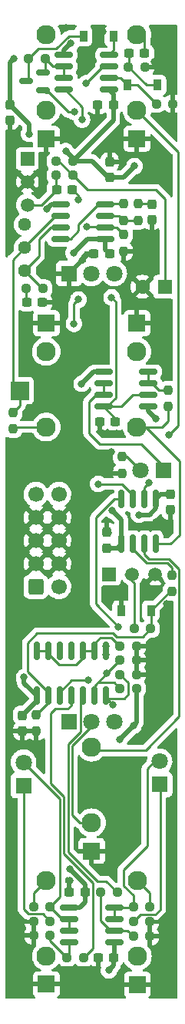
<source format=gbr>
%TF.GenerationSoftware,KiCad,Pcbnew,6.0.11+dfsg-1~bpo11+1*%
%TF.CreationDate,2023-06-07T14:09:25+08:00*%
%TF.ProjectId,MiniSNH v1.0 - Main,4d696e69-534e-4482-9076-312e30202d20,rev?*%
%TF.SameCoordinates,Original*%
%TF.FileFunction,Copper,L2,Bot*%
%TF.FilePolarity,Positive*%
%FSLAX46Y46*%
G04 Gerber Fmt 4.6, Leading zero omitted, Abs format (unit mm)*
G04 Created by KiCad (PCBNEW 6.0.11+dfsg-1~bpo11+1) date 2023-06-07 14:09:25*
%MOMM*%
%LPD*%
G01*
G04 APERTURE LIST*
G04 Aperture macros list*
%AMRoundRect*
0 Rectangle with rounded corners*
0 $1 Rounding radius*
0 $2 $3 $4 $5 $6 $7 $8 $9 X,Y pos of 4 corners*
0 Add a 4 corners polygon primitive as box body*
4,1,4,$2,$3,$4,$5,$6,$7,$8,$9,$2,$3,0*
0 Add four circle primitives for the rounded corners*
1,1,$1+$1,$2,$3*
1,1,$1+$1,$4,$5*
1,1,$1+$1,$6,$7*
1,1,$1+$1,$8,$9*
0 Add four rect primitives between the rounded corners*
20,1,$1+$1,$2,$3,$4,$5,0*
20,1,$1+$1,$4,$5,$6,$7,0*
20,1,$1+$1,$6,$7,$8,$9,0*
20,1,$1+$1,$8,$9,$2,$3,0*%
G04 Aperture macros list end*
%TA.AperFunction,ComponentPad*%
%ADD10R,1.930000X1.830000*%
%TD*%
%TA.AperFunction,ComponentPad*%
%ADD11C,2.130000*%
%TD*%
%TA.AperFunction,ComponentPad*%
%ADD12R,1.800000X1.800000*%
%TD*%
%TA.AperFunction,ComponentPad*%
%ADD13C,1.800000*%
%TD*%
%TA.AperFunction,SMDPad,CuDef*%
%ADD14RoundRect,0.237500X-0.300000X-0.237500X0.300000X-0.237500X0.300000X0.237500X-0.300000X0.237500X0*%
%TD*%
%TA.AperFunction,SMDPad,CuDef*%
%ADD15RoundRect,0.237500X0.300000X0.237500X-0.300000X0.237500X-0.300000X-0.237500X0.300000X-0.237500X0*%
%TD*%
%TA.AperFunction,SMDPad,CuDef*%
%ADD16RoundRect,0.237500X-0.250000X-0.237500X0.250000X-0.237500X0.250000X0.237500X-0.250000X0.237500X0*%
%TD*%
%TA.AperFunction,SMDPad,CuDef*%
%ADD17RoundRect,0.237500X0.250000X0.237500X-0.250000X0.237500X-0.250000X-0.237500X0.250000X-0.237500X0*%
%TD*%
%TA.AperFunction,SMDPad,CuDef*%
%ADD18RoundRect,0.150000X0.825000X0.150000X-0.825000X0.150000X-0.825000X-0.150000X0.825000X-0.150000X0*%
%TD*%
%TA.AperFunction,ComponentPad*%
%ADD19RoundRect,0.250000X-0.600000X-0.600000X0.600000X-0.600000X0.600000X0.600000X-0.600000X0.600000X0*%
%TD*%
%TA.AperFunction,ComponentPad*%
%ADD20C,1.700000*%
%TD*%
%TA.AperFunction,SMDPad,CuDef*%
%ADD21RoundRect,0.237500X-0.237500X0.300000X-0.237500X-0.300000X0.237500X-0.300000X0.237500X0.300000X0*%
%TD*%
%TA.AperFunction,SMDPad,CuDef*%
%ADD22RoundRect,0.237500X0.237500X-0.250000X0.237500X0.250000X-0.237500X0.250000X-0.237500X-0.250000X0*%
%TD*%
%TA.AperFunction,SMDPad,CuDef*%
%ADD23RoundRect,0.150000X-0.150000X0.825000X-0.150000X-0.825000X0.150000X-0.825000X0.150000X0.825000X0*%
%TD*%
%TA.AperFunction,SMDPad,CuDef*%
%ADD24R,0.900000X1.200000*%
%TD*%
%TA.AperFunction,SMDPad,CuDef*%
%ADD25RoundRect,0.237500X0.237500X-0.300000X0.237500X0.300000X-0.237500X0.300000X-0.237500X-0.300000X0*%
%TD*%
%TA.AperFunction,SMDPad,CuDef*%
%ADD26RoundRect,0.150000X0.587500X0.150000X-0.587500X0.150000X-0.587500X-0.150000X0.587500X-0.150000X0*%
%TD*%
%TA.AperFunction,ComponentPad*%
%ADD27R,1.600000X1.600000*%
%TD*%
%TA.AperFunction,ComponentPad*%
%ADD28C,1.600000*%
%TD*%
%TA.AperFunction,SMDPad,CuDef*%
%ADD29RoundRect,0.237500X-0.237500X0.250000X-0.237500X-0.250000X0.237500X-0.250000X0.237500X0.250000X0*%
%TD*%
%TA.AperFunction,SMDPad,CuDef*%
%ADD30R,2.000000X2.000000*%
%TD*%
%TA.AperFunction,ComponentPad*%
%ADD31R,1.500000X1.500000*%
%TD*%
%TA.AperFunction,ComponentPad*%
%ADD32C,1.500000*%
%TD*%
%TA.AperFunction,ComponentPad*%
%ADD33C,1.440000*%
%TD*%
%TA.AperFunction,ViaPad*%
%ADD34C,0.800000*%
%TD*%
%TA.AperFunction,Conductor*%
%ADD35C,0.500000*%
%TD*%
%TA.AperFunction,Conductor*%
%ADD36C,0.250000*%
%TD*%
G04 APERTURE END LIST*
D10*
%TO.P,SNH_OUT1,S*%
%TO.N,GND*%
X150000000Y-95350000D03*
D11*
%TO.P,SNH_OUT1,T*%
%TO.N,SNH_OUTPUT*%
X150000000Y-106750000D03*
%TO.P,SNH_OUT1,TN*%
%TO.N,unconnected-(SNH_OUT1-PadTN)*%
X150000000Y-98450000D03*
%TD*%
D12*
%TO.P,D6,1,KA*%
%TO.N,Net-(D6-Pad1)*%
X152888750Y-111500000D03*
D13*
%TO.P,D6,2,AK*%
%TO.N,Net-(D6-Pad2)*%
X150348750Y-111500000D03*
%TD*%
D10*
%TO.P,GATE_IN1,S*%
%TO.N,GND*%
X150000000Y-75080000D03*
D11*
%TO.P,GATE_IN1,T*%
%TO.N,Net-(C7-Pad1)*%
X150000000Y-63680000D03*
%TO.P,GATE_IN1,TN*%
%TO.N,GATE_IN*%
X150000000Y-71980000D03*
%TD*%
D12*
%TO.P,D3,1,K*%
%TO.N,Net-(D3-Pad1)*%
X152500000Y-146000000D03*
D13*
%TO.P,D3,2,A*%
%TO.N,Net-(D3-Pad2)*%
X152500000Y-143460000D03*
%TD*%
D12*
%TO.P,PROBABILITY1,1,1*%
%TO.N,+12V*%
X142500000Y-139075000D03*
D13*
%TO.P,PROBABILITY1,2,2*%
%TO.N,Net-(PROBABILITY1-Pad2)*%
X145000000Y-139075000D03*
%TO.P,PROBABILITY1,3,3*%
%TO.N,-12V*%
X147500000Y-139075000D03*
%TD*%
D12*
%TO.P,D2,1,K*%
%TO.N,Net-(D2-Pad1)*%
X137500000Y-146100000D03*
D13*
%TO.P,D2,2,A*%
%TO.N,Net-(D2-Pad2)*%
X137500000Y-143560000D03*
%TD*%
D10*
%TO.P,PROB_IN1,S*%
%TO.N,GND*%
X145000000Y-153300000D03*
D11*
%TO.P,PROB_IN1,T*%
%TO.N,Net-(PROB_IN1-PadT)*%
X145000000Y-141900000D03*
%TO.P,PROB_IN1,TN*%
%TO.N,Net-(PROBABILITY1-Pad2)*%
X145000000Y-150200000D03*
%TD*%
D10*
%TO.P,GATE_OUT2,S*%
%TO.N,GND*%
X150050000Y-167950000D03*
D11*
%TO.P,GATE_OUT2,T*%
%TO.N,GATE_OUT2*%
X150050000Y-156550000D03*
%TO.P,GATE_OUT2,TN*%
%TO.N,unconnected-(GATE_OUT2-PadTN)*%
X150050000Y-164850000D03*
%TD*%
D10*
%TO.P,SIGNAL_IN1,S*%
%TO.N,GND*%
X140000000Y-75080000D03*
D11*
%TO.P,SIGNAL_IN1,T*%
%TO.N,Net-(SIGNAL_AMOUNT1-Pad3)*%
X140000000Y-63680000D03*
%TO.P,SIGNAL_IN1,TN*%
%TO.N,NOISE_OUTPUT*%
X140000000Y-71980000D03*
%TD*%
D10*
%TO.P,NOISE_OUT1,S*%
%TO.N,GND*%
X140000000Y-95350000D03*
D11*
%TO.P,NOISE_OUT1,T*%
%TO.N,NOISE_OUTPUT*%
X140000000Y-106750000D03*
%TO.P,NOISE_OUT1,TN*%
%TO.N,unconnected-(NOISE_OUT1-PadTN)*%
X140000000Y-98450000D03*
%TD*%
D12*
%TO.P,SIGNAL_AMOUNT1,1,1*%
%TO.N,GND*%
X142500000Y-89875000D03*
D13*
%TO.P,SIGNAL_AMOUNT1,2,2*%
%TO.N,Net-(SIGNAL_AMOUNT1-Pad2)*%
X145000000Y-89875000D03*
%TO.P,SIGNAL_AMOUNT1,3,3*%
%TO.N,Net-(SIGNAL_AMOUNT1-Pad3)*%
X147500000Y-89875000D03*
%TD*%
D10*
%TO.P,GATE_OUT1,S*%
%TO.N,GND*%
X140000000Y-167930000D03*
D11*
%TO.P,GATE_OUT1,T*%
%TO.N,GATE_OUT1*%
X140000000Y-156530000D03*
%TO.P,GATE_OUT1,TN*%
%TO.N,unconnected-(GATE_OUT1-PadTN)*%
X140000000Y-164830000D03*
%TD*%
D14*
%TO.P,C17,1*%
%TO.N,GND*%
X145662500Y-71400000D03*
%TO.P,C17,2*%
%TO.N,+12V*%
X147387500Y-71400000D03*
%TD*%
D15*
%TO.P,C4,1*%
%TO.N,GND*%
X139587500Y-93075000D03*
%TO.P,C4,2*%
%TO.N,Net-(C4-Pad2)*%
X137862500Y-93075000D03*
%TD*%
D16*
%TO.P,R22,1*%
%TO.N,Net-(D3-Pad2)*%
X149587500Y-159450000D03*
%TO.P,R22,2*%
%TO.N,GATE_OUT2*%
X151412500Y-159450000D03*
%TD*%
D14*
%TO.P,C2,1*%
%TO.N,Net-(C2-Pad1)*%
X141137500Y-80650000D03*
%TO.P,C2,2*%
%TO.N,Net-(C2-Pad2)*%
X142862500Y-80650000D03*
%TD*%
D17*
%TO.P,R13,1*%
%TO.N,GND*%
X149962500Y-132375000D03*
%TO.P,R13,2*%
%TO.N,Net-(Q2-Pad1)*%
X148137500Y-132375000D03*
%TD*%
D18*
%TO.P,U1,1*%
%TO.N,Net-(R5-Pad1)*%
X146525000Y-82295000D03*
%TO.P,U1,2,-*%
%TO.N,Net-(R4-Pad1)*%
X146525000Y-83565000D03*
%TO.P,U1,3,+*%
%TO.N,Net-(C2-Pad2)*%
X146525000Y-84835000D03*
%TO.P,U1,4,V-*%
%TO.N,-12V*%
X146525000Y-86105000D03*
%TO.P,U1,5,+*%
%TO.N,Net-(R5-Pad1)*%
X141575000Y-86105000D03*
%TO.P,U1,6,-*%
%TO.N,Net-(R7-Pad1)*%
X141575000Y-84835000D03*
%TO.P,U1,7*%
%TO.N,WHITE_NOISE*%
X141575000Y-83565000D03*
%TO.P,U1,8,V+*%
%TO.N,+12V*%
X141575000Y-82295000D03*
%TD*%
%TO.P,U3,1*%
%TO.N,Net-(D3-Pad2)*%
X147475000Y-159510000D03*
%TO.P,U3,2,-*%
X147475000Y-160780000D03*
%TO.P,U3,3,+*%
%TO.N,Net-(R16-Pad2)*%
X147475000Y-162050000D03*
%TO.P,U3,4,V-*%
%TO.N,-12V*%
X147475000Y-163320000D03*
%TO.P,U3,5,+*%
%TO.N,Net-(R14-Pad2)*%
X142525000Y-163320000D03*
%TO.P,U3,6,-*%
%TO.N,Net-(D2-Pad2)*%
X142525000Y-162050000D03*
%TO.P,U3,7*%
X142525000Y-160780000D03*
%TO.P,U3,8,V+*%
%TO.N,+12V*%
X142525000Y-159510000D03*
%TD*%
D17*
%TO.P,R10,1*%
%TO.N,GND*%
X149962500Y-133900000D03*
%TO.P,R10,2*%
%TO.N,Net-(R10-Pad2)*%
X148137500Y-133900000D03*
%TD*%
D19*
%TO.P,J2,1,Pin_1*%
%TO.N,Net-(FB2-Pad1)*%
X138847500Y-124280000D03*
D20*
%TO.P,J2,2,Pin_2*%
X141387500Y-124280000D03*
%TO.P,J2,3,Pin_3*%
%TO.N,GND*%
X138847500Y-121740000D03*
%TO.P,J2,4,Pin_4*%
X141387500Y-121740000D03*
%TO.P,J2,5,Pin_5*%
X138847500Y-119200000D03*
%TO.P,J2,6,Pin_6*%
X141387500Y-119200000D03*
%TO.P,J2,7,Pin_7*%
X138847500Y-116660000D03*
%TO.P,J2,8,Pin_8*%
X141387500Y-116660000D03*
%TO.P,J2,9,Pin_9*%
%TO.N,Net-(FB1-Pad1)*%
X138847500Y-114120000D03*
%TO.P,J2,10,Pin_10*%
X141387500Y-114120000D03*
%TD*%
D21*
%TO.P,C11,1*%
%TO.N,GND*%
X146700000Y-118312500D03*
%TO.P,C11,2*%
%TO.N,+12V*%
X146700000Y-120037500D03*
%TD*%
D22*
%TO.P,R4,1*%
%TO.N,Net-(R4-Pad1)*%
X150100000Y-84062500D03*
%TO.P,R4,2*%
%TO.N,Net-(C3-Pad2)*%
X150100000Y-82237500D03*
%TD*%
D16*
%TO.P,R15,1*%
%TO.N,GND*%
X138587500Y-162550000D03*
%TO.P,R15,2*%
%TO.N,Net-(R14-Pad2)*%
X140412500Y-162550000D03*
%TD*%
D23*
%TO.P,U4,1*%
%TO.N,Net-(R28-Pad2)*%
X138940000Y-131300000D03*
%TO.P,U4,2*%
X140210000Y-131300000D03*
%TO.P,U4,3*%
%TO.N,unconnected-(U4-Pad3)*%
X141480000Y-131300000D03*
%TO.P,U4,4*%
%TO.N,unconnected-(U4-Pad4)*%
X142750000Y-131300000D03*
%TO.P,U4,5*%
%TO.N,Net-(R28-Pad2)*%
X144020000Y-131300000D03*
%TO.P,U4,6*%
X145290000Y-131300000D03*
%TO.P,U4,7,VSS*%
%TO.N,GND*%
X146560000Y-131300000D03*
%TO.P,U4,8*%
%TO.N,Net-(R10-Pad2)*%
X146560000Y-136250000D03*
%TO.P,U4,9*%
%TO.N,Net-(Q2-Pad1)*%
X145290000Y-136250000D03*
%TO.P,U4,10*%
%TO.N,Net-(R16-Pad1)*%
X144020000Y-136250000D03*
%TO.P,U4,11*%
%TO.N,Net-(R14-Pad1)*%
X142750000Y-136250000D03*
%TO.P,U4,12*%
%TO.N,Net-(R10-Pad2)*%
X141480000Y-136250000D03*
%TO.P,U4,13*%
%TO.N,Net-(D1-Pad1)*%
X140210000Y-136250000D03*
%TO.P,U4,14,VDD*%
%TO.N,+12V*%
X138940000Y-136250000D03*
%TD*%
D16*
%TO.P,R23,1*%
%TO.N,Net-(D4-Pad1)*%
X152137500Y-71250000D03*
%TO.P,R23,2*%
%TO.N,GND*%
X153962500Y-71250000D03*
%TD*%
D15*
%TO.P,C14,1*%
%TO.N,-12V*%
X147462500Y-165000000D03*
%TO.P,C14,2*%
%TO.N,GND*%
X145737500Y-165000000D03*
%TD*%
D24*
%TO.P,D5,1,K*%
%TO.N,Net-(D5-Pad1)*%
X147400000Y-63800000D03*
%TO.P,D5,2,A*%
%TO.N,Net-(D5-Pad2)*%
X144100000Y-63800000D03*
%TD*%
D22*
%TO.P,R8,1*%
%TO.N,GND*%
X138900000Y-140162500D03*
%TO.P,R8,2*%
%TO.N,Net-(D1-Pad1)*%
X138900000Y-138337500D03*
%TD*%
D17*
%TO.P,R19,1*%
%TO.N,Net-(D2-Pad2)*%
X140412500Y-159400000D03*
%TO.P,R19,2*%
%TO.N,GATE_OUT1*%
X138587500Y-159400000D03*
%TD*%
D24*
%TO.P,D1,1,K*%
%TO.N,Net-(D1-Pad1)*%
X151550000Y-126900000D03*
%TO.P,D1,2,A*%
%TO.N,GND*%
X148250000Y-126900000D03*
%TD*%
D25*
%TO.P,C15,1*%
%TO.N,GND*%
X137350000Y-140112500D03*
%TO.P,C15,2*%
%TO.N,+12V*%
X137350000Y-138387500D03*
%TD*%
D26*
%TO.P,Q3,1,D*%
%TO.N,Net-(Q3-Pad1)*%
X139662500Y-67825000D03*
%TO.P,Q3,2,S*%
%TO.N,Net-(C8-Pad1)*%
X139662500Y-69725000D03*
%TO.P,Q3,3,G*%
%TO.N,Net-(D5-Pad2)*%
X137787500Y-68775000D03*
%TD*%
D25*
%TO.P,C3,1*%
%TO.N,GND*%
X151650000Y-84012500D03*
%TO.P,C3,2*%
%TO.N,Net-(C3-Pad2)*%
X151650000Y-82287500D03*
%TD*%
D27*
%TO.P,C1,1*%
%TO.N,Net-(C1-Pad1)*%
X153105113Y-91350000D03*
D28*
%TO.P,C1,2*%
%TO.N,GND*%
X150605113Y-91350000D03*
%TD*%
D29*
%TO.P,R27,1*%
%TO.N,Net-(R27-Pad1)*%
X153400000Y-102687500D03*
%TO.P,R27,2*%
%TO.N,SNH_OUTPUT*%
X153400000Y-104512500D03*
%TD*%
D17*
%TO.P,R2,1*%
%TO.N,Net-(C1-Pad1)*%
X142912500Y-79100000D03*
%TO.P,R2,2*%
%TO.N,Net-(C2-Pad1)*%
X141087500Y-79100000D03*
%TD*%
D18*
%TO.P,U5,1*%
%TO.N,Net-(D5-Pad1)*%
X146900000Y-65895000D03*
%TO.P,U5,2,-*%
%TO.N,VREF*%
X146900000Y-67165000D03*
%TO.P,U5,3,+*%
%TO.N,Net-(D4-Pad1)*%
X146900000Y-68435000D03*
%TO.P,U5,4,V-*%
%TO.N,+12V*%
X146900000Y-69705000D03*
%TO.P,U5,5,+*%
%TO.N,Net-(SIGNAL_AMOUNT1-Pad2)*%
X141950000Y-69705000D03*
%TO.P,U5,6,-*%
%TO.N,Net-(Q3-Pad1)*%
X141950000Y-68435000D03*
%TO.P,U5,7*%
X141950000Y-67165000D03*
%TO.P,U5,8,V+*%
%TO.N,-12V*%
X141950000Y-65895000D03*
%TD*%
D17*
%TO.P,R14,1*%
%TO.N,Net-(R14-Pad1)*%
X144112500Y-165000000D03*
%TO.P,R14,2*%
%TO.N,Net-(R14-Pad2)*%
X142287500Y-165000000D03*
%TD*%
D16*
%TO.P,R20,1*%
%TO.N,Net-(C7-Pad2)*%
X149075000Y-67200000D03*
%TO.P,R20,2*%
%TO.N,GND*%
X150900000Y-67200000D03*
%TD*%
D22*
%TO.P,R29,1*%
%TO.N,GND*%
X148363750Y-111812500D03*
%TO.P,R29,2*%
%TO.N,Net-(D6-Pad2)*%
X148363750Y-109987500D03*
%TD*%
D16*
%TO.P,R9,1*%
%TO.N,Net-(Q2-Pad2)*%
X149687500Y-128900000D03*
%TO.P,R9,2*%
%TO.N,Net-(D1-Pad1)*%
X151512500Y-128900000D03*
%TD*%
D15*
%TO.P,C8,1*%
%TO.N,Net-(C8-Pad1)*%
X147612500Y-106150000D03*
%TO.P,C8,2*%
%TO.N,GND*%
X145887500Y-106150000D03*
%TD*%
D30*
%TO.P,TP1,1,1*%
%TO.N,WHITE_NOISE*%
X137100000Y-102750000D03*
%TD*%
D29*
%TO.P,R5,1*%
%TO.N,Net-(R5-Pad1)*%
X148550000Y-82237500D03*
%TO.P,R5,2*%
%TO.N,Net-(R4-Pad1)*%
X148550000Y-84062500D03*
%TD*%
D21*
%TO.P,C12,1*%
%TO.N,-12V*%
X153700000Y-114137500D03*
%TO.P,C12,2*%
%TO.N,GND*%
X153700000Y-115862500D03*
%TD*%
%TO.P,C18,1*%
%TO.N,-12V*%
X136000000Y-71337500D03*
%TO.P,C18,2*%
%TO.N,GND*%
X136000000Y-73062500D03*
%TD*%
D17*
%TO.P,R1,1*%
%TO.N,+12V*%
X142912500Y-77550000D03*
%TO.P,R1,2*%
%TO.N,Net-(C1-Pad1)*%
X141087500Y-77550000D03*
%TD*%
D18*
%TO.P,U6,1*%
%TO.N,Net-(R27-Pad1)*%
X151275000Y-100695000D03*
%TO.P,U6,2,-*%
X151275000Y-101965000D03*
%TO.P,U6,3,+*%
%TO.N,Net-(C8-Pad1)*%
X151275000Y-103235000D03*
%TO.P,U6,4,V-*%
%TO.N,+12V*%
X151275000Y-104505000D03*
%TO.P,U6,5,+*%
%TO.N,Net-(C8-Pad1)*%
X146325000Y-104505000D03*
%TO.P,U6,6,-*%
%TO.N,Net-(D6-Pad1)*%
X146325000Y-103235000D03*
%TO.P,U6,7*%
X146325000Y-101965000D03*
%TO.P,U6,8,V+*%
%TO.N,-12V*%
X146325000Y-100695000D03*
%TD*%
D17*
%TO.P,R21,1*%
%TO.N,GND*%
X151412500Y-161050000D03*
%TO.P,R21,2*%
%TO.N,Net-(D3-Pad1)*%
X149587500Y-161050000D03*
%TD*%
D31*
%TO.P,Q1,1,C*%
%TO.N,unconnected-(Q1-Pad1)*%
X137910000Y-77280000D03*
D32*
%TO.P,Q1,2,B*%
%TO.N,GND*%
X137910000Y-79820000D03*
%TO.P,Q1,3,E*%
%TO.N,Net-(C2-Pad1)*%
X137910000Y-82360000D03*
%TD*%
D29*
%TO.P,R3,1*%
%TO.N,Net-(C2-Pad2)*%
X148550000Y-85637500D03*
%TO.P,R3,2*%
%TO.N,GND*%
X148550000Y-87462500D03*
%TD*%
D33*
%TO.P,RV1,1,1*%
%TO.N,Net-(R7-Pad1)*%
X137625000Y-89575000D03*
%TO.P,RV1,2,2*%
%TO.N,WHITE_NOISE*%
X137625000Y-87035000D03*
%TO.P,RV1,3,3*%
%TO.N,unconnected-(RV1-Pad3)*%
X137625000Y-84495000D03*
%TD*%
D17*
%TO.P,R7,1*%
%TO.N,Net-(R7-Pad1)*%
X139637500Y-91525000D03*
%TO.P,R7,2*%
%TO.N,Net-(C4-Pad2)*%
X137812500Y-91525000D03*
%TD*%
%TO.P,R16,1*%
%TO.N,Net-(R16-Pad1)*%
X147812500Y-157850000D03*
%TO.P,R16,2*%
%TO.N,Net-(R16-Pad2)*%
X145987500Y-157850000D03*
%TD*%
D15*
%TO.P,C10,1*%
%TO.N,-12V*%
X146962500Y-87750000D03*
%TO.P,C10,2*%
%TO.N,GND*%
X145237500Y-87750000D03*
%TD*%
D31*
%TO.P,Q2,1,C*%
%TO.N,Net-(Q2-Pad1)*%
X146960000Y-122900000D03*
D32*
%TO.P,Q2,2,B*%
%TO.N,Net-(Q2-Pad2)*%
X149500000Y-122900000D03*
%TO.P,Q2,3,E*%
%TO.N,GND*%
X152040000Y-122900000D03*
%TD*%
D21*
%TO.P,C9,1*%
%TO.N,GND*%
X147000000Y-77637500D03*
%TO.P,C9,2*%
%TO.N,+12V*%
X147000000Y-79362500D03*
%TD*%
D17*
%TO.P,R17,1*%
%TO.N,GND*%
X151412500Y-162650000D03*
%TO.P,R17,2*%
%TO.N,Net-(R16-Pad2)*%
X149587500Y-162650000D03*
%TD*%
%TO.P,R24,1*%
%TO.N,Net-(Q3-Pad1)*%
X139887500Y-66275000D03*
%TO.P,R24,2*%
%TO.N,Net-(D5-Pad2)*%
X138062500Y-66275000D03*
%TD*%
%TO.P,R28,1*%
%TO.N,GND*%
X149962500Y-130800000D03*
%TO.P,R28,2*%
%TO.N,Net-(R28-Pad2)*%
X148137500Y-130800000D03*
%TD*%
D29*
%TO.P,R11,1*%
%TO.N,WHITE_NOISE*%
X136350000Y-105137500D03*
%TO.P,R11,2*%
%TO.N,NOISE_OUTPUT*%
X136350000Y-106962500D03*
%TD*%
%TO.P,R6,1*%
%TO.N,Net-(R6-Pad1)*%
X153850000Y-122987500D03*
%TO.P,R6,2*%
%TO.N,Net-(D1-Pad1)*%
X153850000Y-124812500D03*
%TD*%
D24*
%TO.P,D4,1,K*%
%TO.N,Net-(D4-Pad1)*%
X148975000Y-69200000D03*
%TO.P,D4,2,A*%
%TO.N,Net-(C7-Pad2)*%
X152275000Y-69200000D03*
%TD*%
D15*
%TO.P,C7,1*%
%TO.N,Net-(C7-Pad1)*%
X150850000Y-65700000D03*
%TO.P,C7,2*%
%TO.N,Net-(C7-Pad2)*%
X149125000Y-65700000D03*
%TD*%
D23*
%TO.P,U2,1*%
%TO.N,Net-(R10-Pad2)*%
X148295000Y-114625000D03*
%TO.P,U2,2,-*%
%TO.N,VREF*%
X149565000Y-114625000D03*
%TO.P,U2,3,+*%
%TO.N,GATE_IN*%
X150835000Y-114625000D03*
%TO.P,U2,4,V-*%
%TO.N,-12V*%
X152105000Y-114625000D03*
%TO.P,U2,5,+*%
%TO.N,SNH_OUTPUT*%
X152105000Y-119575000D03*
%TO.P,U2,6,-*%
%TO.N,Net-(PROB_IN1-PadT)*%
X150835000Y-119575000D03*
%TO.P,U2,7*%
%TO.N,Net-(R6-Pad1)*%
X149565000Y-119575000D03*
%TO.P,U2,8,V+*%
%TO.N,+12V*%
X148295000Y-119575000D03*
%TD*%
D16*
%TO.P,R18,1*%
%TO.N,GND*%
X138587500Y-161000000D03*
%TO.P,R18,2*%
%TO.N,Net-(D2-Pad1)*%
X140412500Y-161000000D03*
%TD*%
%TO.P,R12,1*%
%TO.N,Net-(Q2-Pad1)*%
X148137500Y-135450000D03*
%TO.P,R12,2*%
%TO.N,+12V*%
X149962500Y-135450000D03*
%TD*%
D14*
%TO.P,C13,1*%
%TO.N,GND*%
X142537500Y-157825000D03*
%TO.P,C13,2*%
%TO.N,+12V*%
X144262500Y-157825000D03*
%TD*%
D34*
%TO.N,GND*%
X146550000Y-130850000D03*
X153200000Y-117950000D03*
X145750000Y-71400000D03*
X151500000Y-132750000D03*
X142200000Y-111700000D03*
X142619168Y-156530832D03*
X138700000Y-110250000D03*
X151100000Y-124800000D03*
X147200000Y-109500000D03*
X148100000Y-124500000D03*
X151500000Y-133800000D03*
X142200000Y-62900000D03*
X150950000Y-67300000D03*
X146100000Y-72850000D03*
X146550000Y-131700000D03*
X146800500Y-118338363D03*
X144200000Y-67000000D03*
X152100000Y-117150000D03*
X144800000Y-65500000D03*
X151500000Y-131750000D03*
X153348882Y-127805446D03*
X138100000Y-109450000D03*
X152050000Y-63350000D03*
X137250000Y-110650000D03*
X146250000Y-107450000D03*
X151950000Y-66650000D03*
X146200000Y-63300000D03*
X153287299Y-126187299D03*
X152450000Y-64100000D03*
X152350000Y-67500000D03*
X147750000Y-107450000D03*
%TO.N,Net-(C2-Pad2)*%
X144449500Y-84736011D03*
X143500000Y-81800000D03*
%TO.N,+12V*%
X142150000Y-76450000D03*
X149600000Y-139550000D03*
X152100000Y-105850000D03*
X147300000Y-115925000D03*
X137548091Y-134235939D03*
X142585255Y-155295543D03*
X148075000Y-141075000D03*
X140100000Y-82800000D03*
X149729616Y-78102844D03*
%TO.N,-12V*%
X150225000Y-116375000D03*
X138112299Y-74562299D03*
X143900000Y-102000000D03*
X136400000Y-66300000D03*
X142712299Y-64612299D03*
X143000500Y-87637885D03*
X146900000Y-166400000D03*
%TO.N,GATE_IN*%
X151325000Y-112875000D03*
X153550000Y-107600000D03*
%TO.N,VREF*%
X144400000Y-69000000D03*
X145725500Y-113000000D03*
X143050000Y-95400000D03*
X143550000Y-92750000D03*
%TO.N,Net-(R10-Pad2)*%
X147950000Y-128650000D03*
X148143750Y-133893750D03*
X144630000Y-134560000D03*
X147310000Y-137230000D03*
%TO.N,Net-(SIGNAL_AMOUNT1-Pad2)*%
X143950000Y-73000000D03*
%TO.N,Net-(Q2-Pad1)*%
X146706250Y-133806250D03*
%TO.N,Net-(C8-Pad1)*%
X143100000Y-72150000D03*
X147200000Y-92500000D03*
%TD*%
D35*
%TO.N,GND*%
X144625000Y-87750000D02*
X142500000Y-89875000D01*
X145237500Y-87750000D02*
X144625000Y-87750000D01*
D36*
%TO.N,Net-(C1-Pad1)*%
X141087500Y-77550000D02*
X141362500Y-77550000D01*
X141362500Y-77550000D02*
X142912500Y-79100000D01*
X153100000Y-91344887D02*
X153105113Y-91350000D01*
X144512500Y-80700000D02*
X152100000Y-80700000D01*
X153100000Y-81700000D02*
X153100000Y-91344887D01*
X142912500Y-79100000D02*
X144512500Y-80700000D01*
X152100000Y-80700000D02*
X153100000Y-81700000D01*
%TO.N,Net-(C2-Pad1)*%
X139427500Y-82360000D02*
X137910000Y-82360000D01*
X141137500Y-80650000D02*
X139427500Y-82360000D01*
X141087500Y-80600000D02*
X141137500Y-80650000D01*
X141087500Y-79100000D02*
X141087500Y-80600000D01*
%TO.N,Net-(C2-Pad2)*%
X143500000Y-81287500D02*
X142862500Y-80650000D01*
X146049260Y-84736011D02*
X144449500Y-84736011D01*
X147747500Y-84835000D02*
X148550000Y-85637500D01*
X143500000Y-81800000D02*
X143500000Y-81287500D01*
X146525000Y-84835000D02*
X146148249Y-84835000D01*
X146148249Y-84835000D02*
X146049260Y-84736011D01*
X146525000Y-84835000D02*
X147747500Y-84835000D01*
%TO.N,Net-(C3-Pad2)*%
X150100000Y-82237500D02*
X151600000Y-82237500D01*
X151600000Y-82237500D02*
X151650000Y-82287500D01*
%TO.N,Net-(C4-Pad2)*%
X137812500Y-91525000D02*
X137812500Y-93025000D01*
X137812500Y-93025000D02*
X137862500Y-93075000D01*
D35*
%TO.N,+12V*%
X147832500Y-120037500D02*
X148275000Y-119595000D01*
X147400000Y-71387500D02*
X147387500Y-71400000D01*
X138940000Y-136250000D02*
X137548091Y-134858091D01*
X142912500Y-77212500D02*
X142150000Y-76450000D01*
X147400000Y-70205000D02*
X147400000Y-71387500D01*
X142912500Y-77550000D02*
X142925000Y-77550000D01*
X138940000Y-136797500D02*
X137350000Y-138387500D01*
X146862500Y-79362500D02*
X147000000Y-79362500D01*
X146700000Y-120037500D02*
X147832500Y-120037500D01*
X147000000Y-79362500D02*
X148487500Y-79362500D01*
X144262500Y-158937500D02*
X144262500Y-156972788D01*
X144262500Y-156972788D02*
X142585255Y-155295543D01*
X142525000Y-159510000D02*
X143690000Y-159510000D01*
X138940000Y-136250000D02*
X138940000Y-136797500D01*
X146900000Y-69705000D02*
X147400000Y-70205000D01*
X148487500Y-79362500D02*
X149729616Y-78120384D01*
X151275000Y-104505000D02*
X151275000Y-105025000D01*
X149600000Y-139550000D02*
X148075000Y-141075000D01*
X140605000Y-82295000D02*
X141575000Y-82295000D01*
X140100000Y-82800000D02*
X140605000Y-82295000D01*
X148275000Y-119595000D02*
X148275000Y-116900000D01*
X142925000Y-77550000D02*
X147387500Y-73087500D01*
X147387500Y-73087500D02*
X147387500Y-71400000D01*
X149962500Y-139187500D02*
X149600000Y-139550000D01*
X142912500Y-77550000D02*
X145050000Y-77550000D01*
X147832500Y-120037500D02*
X148295000Y-119575000D01*
X151275000Y-105025000D02*
X152100000Y-105850000D01*
X142912500Y-77550000D02*
X142912500Y-77212500D01*
X137548091Y-134858091D02*
X137548091Y-134235939D01*
X149962500Y-135450000D02*
X149962500Y-139187500D01*
X143690000Y-159510000D02*
X144262500Y-158937500D01*
X148275000Y-116900000D02*
X147300000Y-115925000D01*
X149729616Y-78120384D02*
X149729616Y-78102844D01*
X145050000Y-77550000D02*
X146862500Y-79362500D01*
%TO.N,-12V*%
X153700000Y-114137500D02*
X152592500Y-114137500D01*
X136000000Y-71337500D02*
X138112299Y-73449799D01*
X152105000Y-114625000D02*
X152105000Y-115695000D01*
X136400000Y-66300000D02*
X136000000Y-66700000D01*
X146525000Y-86105000D02*
X144533385Y-86105000D01*
X152592500Y-114137500D02*
X152105000Y-114625000D01*
X146325000Y-100695000D02*
X145205000Y-100695000D01*
X146525000Y-86105000D02*
X146525000Y-87312500D01*
X147475000Y-163320000D02*
X147475000Y-164987500D01*
X144533385Y-86105000D02*
X143000500Y-87637885D01*
X152105000Y-115695000D02*
X151425000Y-116375000D01*
X147475000Y-164987500D02*
X147462500Y-165000000D01*
X151425000Y-116375000D02*
X150225000Y-116375000D01*
X141950000Y-65895000D02*
X141950000Y-65374598D01*
X141950000Y-65374598D02*
X142712299Y-64612299D01*
X138112299Y-73449799D02*
X138112299Y-74562299D01*
X145205000Y-100695000D02*
X143900000Y-102000000D01*
X146525000Y-87312500D02*
X146962500Y-87750000D01*
X147462500Y-165837500D02*
X146900000Y-166400000D01*
X136000000Y-66700000D02*
X136000000Y-71337500D01*
X147462500Y-165000000D02*
X147462500Y-165837500D01*
D36*
%TO.N,Net-(D1-Pad1)*%
X139000000Y-129400000D02*
X147373190Y-129400000D01*
X153850000Y-124812500D02*
X153637500Y-124812500D01*
X140210000Y-137027500D02*
X138900000Y-138337500D01*
X153637500Y-124812500D02*
X151550000Y-126900000D01*
X137950000Y-133613249D02*
X137950000Y-130450000D01*
X140210000Y-135873249D02*
X137950000Y-133613249D01*
X147373190Y-129400000D02*
X147773190Y-129800000D01*
X147773190Y-129800000D02*
X150612500Y-129800000D01*
X150612500Y-129800000D02*
X151512500Y-128900000D01*
X151550000Y-128862500D02*
X151512500Y-128900000D01*
X140210000Y-136250000D02*
X140210000Y-135873249D01*
X151550000Y-126900000D02*
X151550000Y-128862500D01*
X140210000Y-136250000D02*
X140210000Y-137027500D01*
X137950000Y-130450000D02*
X139000000Y-129400000D01*
%TO.N,GATE_OUT1*%
X138587500Y-159400000D02*
X138587500Y-157942500D01*
X138587500Y-157942500D02*
X140000000Y-156530000D01*
%TO.N,Net-(D2-Pad1)*%
X139612500Y-160200000D02*
X138000000Y-160200000D01*
X138000000Y-160200000D02*
X137500000Y-159700000D01*
X137500000Y-159700000D02*
X137500000Y-146100000D01*
X140412500Y-161000000D02*
X139612500Y-160200000D01*
%TO.N,Net-(D3-Pad1)*%
X152550000Y-146050000D02*
X152500000Y-146000000D01*
X152022747Y-160250000D02*
X152550000Y-159722747D01*
X150387500Y-160250000D02*
X152022747Y-160250000D01*
X149587500Y-161050000D02*
X150387500Y-160250000D01*
X152550000Y-159722747D02*
X152550000Y-146050000D01*
%TO.N,Net-(D3-Pad2)*%
X151150000Y-152750000D02*
X151150000Y-144250000D01*
X148500000Y-157100000D02*
X148500000Y-155400000D01*
X151940000Y-143460000D02*
X152500000Y-143460000D01*
X148500000Y-155400000D02*
X151150000Y-152750000D01*
X149587500Y-158187500D02*
X148500000Y-157100000D01*
X147475000Y-159510000D02*
X147475000Y-160780000D01*
X151150000Y-144250000D02*
X151940000Y-143460000D01*
X147475000Y-159510000D02*
X149527500Y-159510000D01*
X149587500Y-159450000D02*
X149587500Y-158187500D01*
X149527500Y-159510000D02*
X149587500Y-159450000D01*
%TO.N,SNH_OUTPUT*%
X153400000Y-104512500D02*
X153400000Y-106100000D01*
X154700000Y-118600000D02*
X153725000Y-119575000D01*
X153400000Y-106100000D02*
X152750000Y-106750000D01*
X152750000Y-106750000D02*
X150000000Y-106750000D01*
X153725000Y-119575000D02*
X152105000Y-119575000D01*
X154700000Y-110500000D02*
X154700000Y-118600000D01*
X150000000Y-106750000D02*
X150950000Y-106750000D01*
X150950000Y-106750000D02*
X154700000Y-110500000D01*
%TO.N,NOISE_OUTPUT*%
X136350000Y-106962500D02*
X136562500Y-106750000D01*
X136562500Y-106750000D02*
X140000000Y-106750000D01*
%TO.N,GATE_OUT2*%
X151412500Y-157912500D02*
X151412500Y-159450000D01*
X150050000Y-156550000D02*
X151412500Y-157912500D01*
%TO.N,Net-(D6-Pad1)*%
X144700000Y-104000000D02*
X144700000Y-107400000D01*
X146325000Y-103235000D02*
X145465000Y-103235000D01*
X144700000Y-107400000D02*
X145900000Y-108600000D01*
X146325000Y-101965000D02*
X146325000Y-103235000D01*
X145465000Y-103235000D02*
X144700000Y-104000000D01*
X150475000Y-108600000D02*
X153375000Y-111500000D01*
X145900000Y-108600000D02*
X150475000Y-108600000D01*
%TO.N,GATE_IN*%
X154550000Y-106600000D02*
X153550000Y-107600000D01*
X150835000Y-113365000D02*
X151325000Y-112875000D01*
X150000000Y-71980000D02*
X154550000Y-76530000D01*
X150835000Y-114625000D02*
X150835000Y-113365000D01*
X154550000Y-76530000D02*
X154550000Y-106600000D01*
%TO.N,Net-(D2-Pad2)*%
X140412500Y-159400000D02*
X141792500Y-160780000D01*
X140412500Y-159400000D02*
X141500000Y-158312500D01*
X141500000Y-147560000D02*
X137500000Y-143560000D01*
X141500000Y-158312500D02*
X141500000Y-147560000D01*
X141792500Y-160780000D02*
X142525000Y-160780000D01*
X142525000Y-160780000D02*
X142525000Y-162050000D01*
%TO.N,Net-(D4-Pad1)*%
X146900000Y-68435000D02*
X148210000Y-68435000D01*
X150087500Y-69200000D02*
X152137500Y-71250000D01*
X148975000Y-69200000D02*
X150087500Y-69200000D01*
X148210000Y-68435000D02*
X148975000Y-69200000D01*
%TO.N,Net-(Q3-Pad1)*%
X141950000Y-67165000D02*
X141950000Y-68435000D01*
X139887500Y-66275000D02*
X139887500Y-67600000D01*
X140777500Y-67165000D02*
X141950000Y-67165000D01*
X139887500Y-67600000D02*
X139662500Y-67825000D01*
X139887500Y-66275000D02*
X140777500Y-67165000D01*
%TO.N,Net-(D6-Pad2)*%
X148836250Y-109987500D02*
X150348750Y-111500000D01*
X148363750Y-109987500D02*
X148836250Y-109987500D01*
%TO.N,VREF*%
X149565000Y-114625000D02*
X149565000Y-114248249D01*
X148316751Y-113000000D02*
X145725500Y-113000000D01*
X146235000Y-67165000D02*
X146900000Y-67165000D01*
X144400000Y-69000000D02*
X146235000Y-67165000D01*
X143050000Y-95400000D02*
X143050000Y-93250000D01*
X149565000Y-114248249D02*
X148316751Y-113000000D01*
X143050000Y-93250000D02*
X143550000Y-92750000D01*
%TO.N,Net-(R6-Pad1)*%
X153850000Y-122160690D02*
X153850000Y-122987500D01*
X153338811Y-121649501D02*
X153850000Y-122160690D01*
X149565000Y-120158375D02*
X151056126Y-121649501D01*
X149565000Y-119575000D02*
X149565000Y-120158375D01*
X151056126Y-121649501D02*
X153338811Y-121649501D01*
%TO.N,Net-(D5-Pad1)*%
X147400000Y-63800000D02*
X147400000Y-65395000D01*
X147400000Y-65395000D02*
X146900000Y-65895000D01*
%TO.N,Net-(D5-Pad2)*%
X138062500Y-66275000D02*
X139137500Y-65200000D01*
X138062500Y-68500000D02*
X137787500Y-68775000D01*
X142487532Y-63800000D02*
X144100000Y-63800000D01*
X139137500Y-65200000D02*
X141087532Y-65200000D01*
X138062500Y-66275000D02*
X138062500Y-68500000D01*
X141087532Y-65200000D02*
X142487532Y-63800000D01*
%TO.N,WHITE_NOISE*%
X141015000Y-83565000D02*
X137625000Y-86955000D01*
X141575000Y-83565000D02*
X141015000Y-83565000D01*
X136300000Y-101950000D02*
X136300000Y-88360000D01*
X137100000Y-104387500D02*
X136350000Y-105137500D01*
X137100000Y-102750000D02*
X137100000Y-104387500D01*
X137100000Y-102750000D02*
X136300000Y-101950000D01*
X137625000Y-86955000D02*
X137625000Y-87035000D01*
X136300000Y-88360000D02*
X137625000Y-87035000D01*
%TO.N,Net-(R4-Pad1)*%
X146525000Y-83565000D02*
X148052500Y-83565000D01*
X148052500Y-83565000D02*
X148550000Y-84062500D01*
X150100000Y-84062500D02*
X148550000Y-84062500D01*
%TO.N,Net-(R5-Pad1)*%
X148550000Y-82237500D02*
X146582500Y-82237500D01*
X146525000Y-82295000D02*
X145755902Y-82295000D01*
X142645902Y-86105000D02*
X141575000Y-86105000D01*
X143551000Y-84499902D02*
X143551000Y-85199902D01*
X146582500Y-82237500D02*
X146525000Y-82295000D01*
X143551000Y-85199902D02*
X142645902Y-86105000D01*
X145755902Y-82295000D02*
X143551000Y-84499902D01*
%TO.N,Net-(R14-Pad2)*%
X142525000Y-164762500D02*
X142287500Y-165000000D01*
X142287500Y-165000000D02*
X140412500Y-163125000D01*
X140412500Y-163125000D02*
X140412500Y-162550000D01*
X142525000Y-163320000D02*
X142525000Y-164762500D01*
%TO.N,Net-(PROB_IN1-PadT)*%
X150835000Y-120735000D02*
X150835000Y-119575000D01*
X145000000Y-141900000D02*
X145350000Y-142250000D01*
X154650000Y-138550000D02*
X154650000Y-122325000D01*
X153525000Y-121200000D02*
X151300000Y-121200000D01*
X150950000Y-142250000D02*
X154650000Y-138550000D01*
X151300000Y-121200000D02*
X150835000Y-120735000D01*
X154650000Y-122325000D02*
X153525000Y-121200000D01*
X145350000Y-142250000D02*
X150950000Y-142250000D01*
%TO.N,Net-(Q2-Pad2)*%
X149687500Y-123862500D02*
X148725000Y-122900000D01*
X149687500Y-128900000D02*
X149687500Y-123862500D01*
%TO.N,Net-(R7-Pad1)*%
X139637500Y-91525000D02*
X139575000Y-91525000D01*
X140465000Y-84835000D02*
X139200000Y-86100000D01*
X139575000Y-91525000D02*
X137625000Y-89575000D01*
X139200000Y-88000000D02*
X137625000Y-89575000D01*
X141575000Y-84835000D02*
X140465000Y-84835000D01*
X139200000Y-86100000D02*
X139200000Y-88000000D01*
%TO.N,Net-(R10-Pad2)*%
X146840000Y-136530000D02*
X146560000Y-136250000D01*
X146560000Y-136480000D02*
X147310000Y-137230000D01*
X148610000Y-136530000D02*
X146840000Y-136530000D01*
X147550000Y-114625000D02*
X148295000Y-114625000D01*
X145475000Y-116700000D02*
X147550000Y-114625000D01*
X148137500Y-133900000D02*
X148143750Y-133893750D01*
X148137500Y-133900000D02*
X149040000Y-134802500D01*
X149040000Y-134802500D02*
X149040000Y-136100000D01*
X145475000Y-126175000D02*
X145475000Y-116700000D01*
X141480000Y-136250000D02*
X141480000Y-135873249D01*
X141480000Y-135873249D02*
X142793249Y-134560000D01*
X149040000Y-136100000D02*
X148610000Y-136530000D01*
X147950000Y-128650000D02*
X145475000Y-126175000D01*
X142793249Y-134560000D02*
X144630000Y-134560000D01*
X146560000Y-136250000D02*
X146560000Y-136480000D01*
%TO.N,Net-(R16-Pad1)*%
X143760000Y-136510000D02*
X144020000Y-136250000D01*
X142400000Y-153400000D02*
X142400000Y-141564310D01*
X142400000Y-141564310D02*
X143760000Y-140204310D01*
X143760000Y-140204310D02*
X143760000Y-136510000D01*
X145650000Y-156650000D02*
X142400000Y-153400000D01*
X147812500Y-157850000D02*
X146612500Y-156650000D01*
X146612500Y-156650000D02*
X145650000Y-156650000D01*
%TO.N,Net-(R16-Pad2)*%
X147098249Y-162050000D02*
X147475000Y-162050000D01*
X148987500Y-162050000D02*
X149587500Y-162650000D01*
X145987500Y-157850000D02*
X145987500Y-160939251D01*
X147475000Y-162050000D02*
X148987500Y-162050000D01*
X145987500Y-160939251D02*
X147098249Y-162050000D01*
%TO.N,Net-(SIGNAL_AMOUNT1-Pad2)*%
X141950000Y-69705000D02*
X142055000Y-69705000D01*
X143950000Y-71600000D02*
X143950000Y-73000000D01*
X142055000Y-69705000D02*
X143950000Y-71600000D01*
%TO.N,Net-(R27-Pad1)*%
X151665000Y-101965000D02*
X152387500Y-102687500D01*
X152387500Y-102687500D02*
X153400000Y-102687500D01*
X151275000Y-100695000D02*
X151275000Y-101965000D01*
X151275000Y-101965000D02*
X151665000Y-101965000D01*
%TO.N,Net-(R28-Pad2)*%
X143240000Y-132850000D02*
X144020000Y-132070000D01*
X140210000Y-131300000D02*
X138940000Y-131300000D01*
X141383249Y-132850000D02*
X143240000Y-132850000D01*
X147187001Y-129849501D02*
X148137500Y-130800000D01*
X144020000Y-132070000D02*
X144020000Y-131300000D01*
X145950499Y-129849501D02*
X147187001Y-129849501D01*
X140210000Y-131300000D02*
X140210000Y-131676751D01*
X145290000Y-130510000D02*
X145950499Y-129849501D01*
X145290000Y-131300000D02*
X144020000Y-131300000D01*
X145290000Y-131300000D02*
X145290000Y-130510000D01*
X140210000Y-131676751D02*
X141383249Y-132850000D01*
%TO.N,Net-(PROBABILITY1-Pad2)*%
X145000000Y-150200000D02*
X143700000Y-150200000D01*
X142850000Y-149350000D02*
X142850000Y-141750000D01*
X142850000Y-141750000D02*
X145000000Y-139600000D01*
X143700000Y-150200000D02*
X142850000Y-149350000D01*
X145000000Y-139600000D02*
X145000000Y-139075000D01*
%TO.N,Net-(Q2-Pad1)*%
X145290000Y-135222500D02*
X145290000Y-136250000D01*
X148137500Y-135450000D02*
X147477500Y-134790000D01*
X145770000Y-134790000D02*
X145750000Y-134770000D01*
X146706250Y-133806250D02*
X145290000Y-135222500D01*
X148137500Y-132375000D02*
X146706250Y-133806250D01*
X147477500Y-134790000D02*
X145770000Y-134790000D01*
%TO.N,Net-(R14-Pad1)*%
X142750000Y-136250000D02*
X142750000Y-137300000D01*
X142350000Y-137700000D02*
X141000000Y-137700000D01*
X140500000Y-138200000D02*
X140500000Y-145900000D01*
X141950499Y-147350499D02*
X141950499Y-153586189D01*
X141000000Y-137700000D02*
X140500000Y-138200000D01*
X140500000Y-145900000D02*
X141950499Y-147350499D01*
X142750000Y-137300000D02*
X142350000Y-137700000D01*
X141950499Y-153586189D02*
X145125000Y-156760690D01*
X145125000Y-156760690D02*
X145125000Y-163987500D01*
X145125000Y-163987500D02*
X144112500Y-165000000D01*
%TO.N,Net-(C8-Pad1)*%
X149515000Y-103235000D02*
X148245000Y-104505000D01*
X146701751Y-104505000D02*
X147650000Y-103556751D01*
X148245000Y-104505000D02*
X146325000Y-104505000D01*
X147612500Y-106150000D02*
X147612500Y-105792500D01*
X142400000Y-72150000D02*
X143100000Y-72150000D01*
X146325000Y-104505000D02*
X146701751Y-104505000D01*
X140301751Y-70051751D02*
X142400000Y-72150000D01*
X139662500Y-69725000D02*
X139989251Y-70051751D01*
X151275000Y-103235000D02*
X149515000Y-103235000D01*
X147612500Y-105792500D02*
X146325000Y-104505000D01*
X139989251Y-70051751D02*
X140301751Y-70051751D01*
X147650000Y-103556751D02*
X147650000Y-92950000D01*
X147650000Y-92950000D02*
X147200000Y-92500000D01*
%TO.N,Net-(C7-Pad2)*%
X149075000Y-67200000D02*
X151075000Y-69200000D01*
X151075000Y-69200000D02*
X152275000Y-69200000D01*
X149125000Y-65700000D02*
X149125000Y-67337500D01*
%TO.N,Net-(C7-Pad1)*%
X150850000Y-65700000D02*
X150850000Y-64005000D01*
%TD*%
%TA.AperFunction,Conductor*%
%TO.N,GND*%
G36*
X151846121Y-83778502D02*
G01*
X151892614Y-83832158D01*
X151904000Y-83884500D01*
X151904000Y-85039885D01*
X151908475Y-85055124D01*
X151909865Y-85056329D01*
X151917548Y-85058000D01*
X151933766Y-85058000D01*
X151940282Y-85057663D01*
X152034132Y-85047925D01*
X152047528Y-85045032D01*
X152198953Y-84994512D01*
X152212115Y-84988347D01*
X152274198Y-84949929D01*
X152342650Y-84931092D01*
X152410419Y-84952254D01*
X152455990Y-85006695D01*
X152466500Y-85057074D01*
X152466500Y-89915500D01*
X152446498Y-89983621D01*
X152392842Y-90030114D01*
X152340500Y-90041500D01*
X152256979Y-90041500D01*
X152194797Y-90048255D01*
X152058408Y-90099385D01*
X151941852Y-90186739D01*
X151854498Y-90303295D01*
X151803368Y-90439684D01*
X151796613Y-90501866D01*
X151796613Y-90505185D01*
X151772960Y-90572110D01*
X151726957Y-90607804D01*
X151727972Y-90609734D01*
X151717113Y-90615442D01*
X151716868Y-90615632D01*
X151716710Y-90615653D01*
X151678679Y-90635644D01*
X150977135Y-91337188D01*
X150969521Y-91351132D01*
X150969652Y-91352965D01*
X150973903Y-91359580D01*
X151679400Y-92065077D01*
X151721142Y-92087871D01*
X151731142Y-92090047D01*
X151781340Y-92140253D01*
X151796564Y-92193814D01*
X151796613Y-92194719D01*
X151796613Y-92198134D01*
X151803368Y-92260316D01*
X151854498Y-92396705D01*
X151941852Y-92513261D01*
X152058408Y-92600615D01*
X152194797Y-92651745D01*
X152256979Y-92658500D01*
X153790500Y-92658500D01*
X153858621Y-92678502D01*
X153905114Y-92732158D01*
X153916500Y-92784500D01*
X153916500Y-101575437D01*
X153896498Y-101643558D01*
X153842842Y-101690051D01*
X153777658Y-101700781D01*
X153760464Y-101699019D01*
X153687072Y-101691500D01*
X153112928Y-101691500D01*
X153109682Y-101691837D01*
X153109678Y-101691837D01*
X153015765Y-101701581D01*
X153015761Y-101701582D01*
X153008907Y-101702293D01*
X153002365Y-101704476D01*
X153002363Y-101704476D01*
X152899910Y-101738657D01*
X152828960Y-101741242D01*
X152767876Y-101705059D01*
X152739036Y-101654286D01*
X152729866Y-101622721D01*
X152709145Y-101551399D01*
X152624453Y-101408193D01*
X152621771Y-101405511D01*
X152596498Y-101341139D01*
X152610400Y-101271516D01*
X152620572Y-101255688D01*
X152624453Y-101251807D01*
X152709145Y-101108601D01*
X152755562Y-100948831D01*
X152758500Y-100911502D01*
X152758500Y-100478498D01*
X152755562Y-100441169D01*
X152709145Y-100281399D01*
X152661923Y-100201551D01*
X152628491Y-100145020D01*
X152628489Y-100145017D01*
X152624453Y-100138193D01*
X152506807Y-100020547D01*
X152499983Y-100016511D01*
X152499980Y-100016509D01*
X152370427Y-99939892D01*
X152370428Y-99939892D01*
X152363601Y-99935855D01*
X152355990Y-99933644D01*
X152355988Y-99933643D01*
X152303769Y-99918472D01*
X152203831Y-99889438D01*
X152197426Y-99888934D01*
X152197421Y-99888933D01*
X152168958Y-99886693D01*
X152168950Y-99886693D01*
X152166502Y-99886500D01*
X151082440Y-99886500D01*
X151014319Y-99866498D01*
X150967826Y-99812842D01*
X150957722Y-99742568D01*
X150987216Y-99677988D01*
X151000609Y-99664689D01*
X151112317Y-99569281D01*
X151116073Y-99566073D01*
X151276925Y-99377740D01*
X151406334Y-99166563D01*
X151454119Y-99051202D01*
X151499221Y-98942315D01*
X151499222Y-98942313D01*
X151501115Y-98937742D01*
X151521501Y-98852830D01*
X151557779Y-98701724D01*
X151557780Y-98701718D01*
X151558934Y-98696911D01*
X151578366Y-98450000D01*
X151558934Y-98203089D01*
X151557780Y-98198282D01*
X151557779Y-98198276D01*
X151502270Y-97967070D01*
X151501115Y-97962258D01*
X151499221Y-97957685D01*
X151408229Y-97738011D01*
X151408227Y-97738007D01*
X151406334Y-97733437D01*
X151276925Y-97522260D01*
X151116073Y-97333927D01*
X150927740Y-97173075D01*
X150716563Y-97043666D01*
X150648342Y-97015408D01*
X150593062Y-96970859D01*
X150570641Y-96903496D01*
X150588199Y-96834705D01*
X150640162Y-96786326D01*
X150696561Y-96772999D01*
X151009669Y-96772999D01*
X151016490Y-96772629D01*
X151067352Y-96767105D01*
X151082604Y-96763479D01*
X151203054Y-96718324D01*
X151218649Y-96709786D01*
X151320724Y-96633285D01*
X151333285Y-96620724D01*
X151409786Y-96518649D01*
X151418324Y-96503054D01*
X151463478Y-96382606D01*
X151467105Y-96367351D01*
X151472631Y-96316486D01*
X151473000Y-96309672D01*
X151473000Y-95622115D01*
X151468525Y-95606876D01*
X151467135Y-95605671D01*
X151459452Y-95604000D01*
X149872000Y-95604000D01*
X149803879Y-95583998D01*
X149757386Y-95530342D01*
X149746000Y-95478000D01*
X149746000Y-95077885D01*
X150254000Y-95077885D01*
X150258475Y-95093124D01*
X150259865Y-95094329D01*
X150267548Y-95096000D01*
X151454884Y-95096000D01*
X151470123Y-95091525D01*
X151471328Y-95090135D01*
X151472999Y-95082452D01*
X151472999Y-94390331D01*
X151472629Y-94383510D01*
X151467105Y-94332648D01*
X151463479Y-94317396D01*
X151418324Y-94196946D01*
X151409786Y-94181351D01*
X151333285Y-94079276D01*
X151320724Y-94066715D01*
X151218649Y-93990214D01*
X151203054Y-93981676D01*
X151082606Y-93936522D01*
X151067351Y-93932895D01*
X151016486Y-93927369D01*
X151009672Y-93927000D01*
X150272115Y-93927000D01*
X150256876Y-93931475D01*
X150255671Y-93932865D01*
X150254000Y-93940548D01*
X150254000Y-95077885D01*
X149746000Y-95077885D01*
X149746000Y-93945116D01*
X149741525Y-93929877D01*
X149740135Y-93928672D01*
X149732452Y-93927001D01*
X148990331Y-93927001D01*
X148983510Y-93927371D01*
X148932648Y-93932895D01*
X148917396Y-93936521D01*
X148796946Y-93981676D01*
X148781351Y-93990214D01*
X148679276Y-94066715D01*
X148666715Y-94079276D01*
X148590214Y-94181351D01*
X148581676Y-94196946D01*
X148536522Y-94317393D01*
X148532083Y-94336063D01*
X148496865Y-94397709D01*
X148433910Y-94430529D01*
X148363205Y-94424103D01*
X148307198Y-94380471D01*
X148283500Y-94306916D01*
X148283500Y-93028767D01*
X148284027Y-93017584D01*
X148285702Y-93010091D01*
X148284302Y-92965537D01*
X148283562Y-92942014D01*
X148283500Y-92938055D01*
X148283500Y-92910144D01*
X148282995Y-92906144D01*
X148282062Y-92894301D01*
X148282004Y-92892434D01*
X148280673Y-92850110D01*
X148275022Y-92830658D01*
X148271014Y-92811306D01*
X148269467Y-92799063D01*
X148268474Y-92791203D01*
X148257469Y-92763406D01*
X148252200Y-92750097D01*
X148248355Y-92738870D01*
X148244213Y-92724615D01*
X148236018Y-92696407D01*
X148228626Y-92683907D01*
X148225707Y-92678972D01*
X148217012Y-92661224D01*
X148209552Y-92642383D01*
X148183564Y-92606613D01*
X148177048Y-92596693D01*
X148158580Y-92565465D01*
X148158578Y-92565462D01*
X148154542Y-92558638D01*
X148147122Y-92551218D01*
X148146157Y-92549451D01*
X148144079Y-92546772D01*
X148144511Y-92546437D01*
X148113096Y-92488906D01*
X148110907Y-92475293D01*
X148106784Y-92436062D01*
X149883606Y-92436062D01*
X149892902Y-92448077D01*
X149944107Y-92483931D01*
X149953602Y-92489414D01*
X150151060Y-92581490D01*
X150161352Y-92585236D01*
X150371801Y-92641625D01*
X150382594Y-92643528D01*
X150599638Y-92662517D01*
X150610588Y-92662517D01*
X150827632Y-92643528D01*
X150838425Y-92641625D01*
X151048874Y-92585236D01*
X151059166Y-92581490D01*
X151256624Y-92489414D01*
X151266119Y-92483931D01*
X151318161Y-92447491D01*
X151326537Y-92437012D01*
X151319469Y-92423566D01*
X150617925Y-91722022D01*
X150603981Y-91714408D01*
X150602148Y-91714539D01*
X150595533Y-91718790D01*
X149890036Y-92424287D01*
X149883606Y-92436062D01*
X148106784Y-92436062D01*
X148105471Y-92423566D01*
X148099975Y-92371282D01*
X148094232Y-92316635D01*
X148094232Y-92316633D01*
X148093542Y-92310072D01*
X148034527Y-92128444D01*
X148023618Y-92109548D01*
X147942341Y-91968774D01*
X147939040Y-91963056D01*
X147889441Y-91907970D01*
X147815675Y-91826045D01*
X147815674Y-91826044D01*
X147811253Y-91821134D01*
X147656752Y-91708882D01*
X147650724Y-91706198D01*
X147650722Y-91706197D01*
X147488319Y-91633891D01*
X147488318Y-91633891D01*
X147482288Y-91631206D01*
X147388887Y-91611353D01*
X147301944Y-91592872D01*
X147301939Y-91592872D01*
X147295487Y-91591500D01*
X147104513Y-91591500D01*
X147098061Y-91592872D01*
X147098056Y-91592872D01*
X147011113Y-91611353D01*
X146917712Y-91631206D01*
X146911682Y-91633891D01*
X146911681Y-91633891D01*
X146749278Y-91706197D01*
X146749276Y-91706198D01*
X146743248Y-91708882D01*
X146588747Y-91821134D01*
X146584326Y-91826044D01*
X146584325Y-91826045D01*
X146510560Y-91907970D01*
X146460960Y-91963056D01*
X146457659Y-91968774D01*
X146376383Y-92109548D01*
X146365473Y-92128444D01*
X146306458Y-92310072D01*
X146305768Y-92316633D01*
X146305768Y-92316635D01*
X146296597Y-92403891D01*
X146286496Y-92500000D01*
X146287186Y-92506565D01*
X146302535Y-92652598D01*
X146306458Y-92689928D01*
X146365473Y-92871556D01*
X146460960Y-93036944D01*
X146465378Y-93041851D01*
X146465379Y-93041852D01*
X146537145Y-93121556D01*
X146588747Y-93178866D01*
X146631510Y-93209935D01*
X146735955Y-93285819D01*
X146743248Y-93291118D01*
X146749276Y-93293802D01*
X146749278Y-93293803D01*
X146911683Y-93366110D01*
X146911685Y-93366111D01*
X146917712Y-93368794D01*
X146924167Y-93370166D01*
X146929436Y-93371878D01*
X146988042Y-93411951D01*
X147015679Y-93477348D01*
X147016500Y-93491711D01*
X147016500Y-99760500D01*
X146996498Y-99828621D01*
X146942842Y-99875114D01*
X146890500Y-99886500D01*
X145433498Y-99886500D01*
X145431050Y-99886693D01*
X145431042Y-99886693D01*
X145402582Y-99888933D01*
X145402579Y-99888933D01*
X145396169Y-99889438D01*
X145389993Y-99891232D01*
X145389989Y-99891233D01*
X145265119Y-99927511D01*
X145231641Y-99931681D01*
X145231651Y-99931801D01*
X145181810Y-99935855D01*
X145178982Y-99936085D01*
X145168767Y-99936500D01*
X145160707Y-99936500D01*
X145157073Y-99936924D01*
X145157067Y-99936924D01*
X145144042Y-99938443D01*
X145132480Y-99939791D01*
X145128132Y-99940221D01*
X145055364Y-99946140D01*
X145048403Y-99948395D01*
X145042463Y-99949582D01*
X145036588Y-99950971D01*
X145029319Y-99951818D01*
X144960670Y-99976736D01*
X144956542Y-99978153D01*
X144894064Y-99998393D01*
X144894062Y-99998394D01*
X144887101Y-100000649D01*
X144880846Y-100004445D01*
X144875372Y-100006951D01*
X144869942Y-100009670D01*
X144863063Y-100012167D01*
X144856943Y-100016180D01*
X144856942Y-100016180D01*
X144802024Y-100052186D01*
X144798320Y-100054523D01*
X144735893Y-100092405D01*
X144727516Y-100099803D01*
X144727492Y-100099776D01*
X144724500Y-100102429D01*
X144721267Y-100105132D01*
X144715148Y-100109144D01*
X144681162Y-100145020D01*
X144661872Y-100165383D01*
X144659494Y-100167825D01*
X143743669Y-101083650D01*
X143680772Y-101117801D01*
X143624176Y-101129831D01*
X143624167Y-101129834D01*
X143617712Y-101131206D01*
X143611682Y-101133891D01*
X143611681Y-101133891D01*
X143449278Y-101206197D01*
X143449276Y-101206198D01*
X143443248Y-101208882D01*
X143437907Y-101212762D01*
X143437906Y-101212763D01*
X143398353Y-101241500D01*
X143288747Y-101321134D01*
X143160960Y-101463056D01*
X143065473Y-101628444D01*
X143006458Y-101810072D01*
X142986496Y-102000000D01*
X142987186Y-102006565D01*
X143000284Y-102131181D01*
X143006458Y-102189928D01*
X143065473Y-102371556D01*
X143160960Y-102536944D01*
X143165378Y-102541851D01*
X143165379Y-102541852D01*
X143230329Y-102613986D01*
X143288747Y-102678866D01*
X143443248Y-102791118D01*
X143449276Y-102793802D01*
X143449278Y-102793803D01*
X143611681Y-102866109D01*
X143617712Y-102868794D01*
X143711112Y-102888647D01*
X143798056Y-102907128D01*
X143798061Y-102907128D01*
X143804513Y-102908500D01*
X143995487Y-102908500D01*
X144001939Y-102907128D01*
X144001944Y-102907128D01*
X144088887Y-102888647D01*
X144182288Y-102868794D01*
X144188319Y-102866109D01*
X144350722Y-102793803D01*
X144350724Y-102793802D01*
X144356752Y-102791118D01*
X144511253Y-102678866D01*
X144569671Y-102613986D01*
X144634621Y-102541852D01*
X144634622Y-102541851D01*
X144639040Y-102536944D01*
X144701883Y-102428097D01*
X144753264Y-102379105D01*
X144822978Y-102365669D01*
X144888889Y-102392055D01*
X144919454Y-102426959D01*
X144975547Y-102521807D01*
X144978229Y-102524489D01*
X145003502Y-102588861D01*
X144989600Y-102658484D01*
X144979428Y-102674312D01*
X144975547Y-102678193D01*
X144890855Y-102821399D01*
X144888644Y-102829010D01*
X144888643Y-102829012D01*
X144862272Y-102919783D01*
X144830370Y-102973725D01*
X144307747Y-103496348D01*
X144299461Y-103503888D01*
X144292982Y-103508000D01*
X144287557Y-103513777D01*
X144246357Y-103557651D01*
X144243602Y-103560493D01*
X144223865Y-103580230D01*
X144221385Y-103583427D01*
X144213682Y-103592447D01*
X144183414Y-103624679D01*
X144179595Y-103631625D01*
X144179593Y-103631628D01*
X144173652Y-103642434D01*
X144162801Y-103658953D01*
X144150386Y-103674959D01*
X144147241Y-103682228D01*
X144147238Y-103682232D01*
X144132826Y-103715537D01*
X144127609Y-103726187D01*
X144106305Y-103764940D01*
X144104334Y-103772615D01*
X144104334Y-103772616D01*
X144101267Y-103784562D01*
X144094863Y-103803266D01*
X144086819Y-103821855D01*
X144085580Y-103829678D01*
X144085577Y-103829688D01*
X144079901Y-103865524D01*
X144077495Y-103877144D01*
X144066500Y-103919970D01*
X144066500Y-103940224D01*
X144064949Y-103959934D01*
X144061780Y-103979943D01*
X144062526Y-103987835D01*
X144065941Y-104023961D01*
X144066500Y-104035819D01*
X144066500Y-107321233D01*
X144065973Y-107332416D01*
X144064298Y-107339909D01*
X144064547Y-107347835D01*
X144064547Y-107347836D01*
X144066438Y-107407986D01*
X144066500Y-107411945D01*
X144066500Y-107439856D01*
X144066997Y-107443790D01*
X144066997Y-107443791D01*
X144067005Y-107443856D01*
X144067938Y-107455693D01*
X144069327Y-107499889D01*
X144074978Y-107519339D01*
X144078987Y-107538700D01*
X144081526Y-107558797D01*
X144084445Y-107566168D01*
X144084445Y-107566170D01*
X144097804Y-107599912D01*
X144101649Y-107611142D01*
X144113982Y-107653593D01*
X144118015Y-107660412D01*
X144118017Y-107660417D01*
X144124293Y-107671028D01*
X144132988Y-107688776D01*
X144140448Y-107707617D01*
X144145110Y-107714033D01*
X144145110Y-107714034D01*
X144166436Y-107743387D01*
X144172952Y-107753307D01*
X144195458Y-107791362D01*
X144209779Y-107805683D01*
X144222619Y-107820716D01*
X144234528Y-107837107D01*
X144240634Y-107842158D01*
X144268605Y-107865298D01*
X144277384Y-107873288D01*
X145396343Y-108992247D01*
X145403887Y-109000537D01*
X145408000Y-109007018D01*
X145413777Y-109012443D01*
X145457667Y-109053658D01*
X145460509Y-109056413D01*
X145480230Y-109076134D01*
X145483425Y-109078612D01*
X145492447Y-109086318D01*
X145524679Y-109116586D01*
X145531628Y-109120406D01*
X145542432Y-109126346D01*
X145558956Y-109137199D01*
X145574959Y-109149613D01*
X145615543Y-109167176D01*
X145626173Y-109172383D01*
X145664940Y-109193695D01*
X145672617Y-109195666D01*
X145672622Y-109195668D01*
X145684558Y-109198732D01*
X145703266Y-109205137D01*
X145721855Y-109213181D01*
X145729683Y-109214421D01*
X145729690Y-109214423D01*
X145765524Y-109220099D01*
X145777144Y-109222505D01*
X145812289Y-109231528D01*
X145819970Y-109233500D01*
X145840224Y-109233500D01*
X145859934Y-109235051D01*
X145879943Y-109238220D01*
X145887835Y-109237474D01*
X145923961Y-109234059D01*
X145935819Y-109233500D01*
X147335700Y-109233500D01*
X147403821Y-109253502D01*
X147450314Y-109307158D01*
X147460418Y-109377432D01*
X147449895Y-109412750D01*
X147449385Y-109413845D01*
X147445541Y-109420080D01*
X147390776Y-109585191D01*
X147380250Y-109687928D01*
X147380250Y-110287072D01*
X147391043Y-110391093D01*
X147446096Y-110556107D01*
X147537634Y-110704031D01*
X147644891Y-110811101D01*
X147678970Y-110873382D01*
X147673967Y-110944202D01*
X147645046Y-110989291D01*
X147542387Y-111092129D01*
X147533375Y-111103540D01*
X147449838Y-111239063D01*
X147443694Y-111252241D01*
X147393435Y-111403766D01*
X147390569Y-111417132D01*
X147381078Y-111509770D01*
X147380750Y-111516185D01*
X147380750Y-111540385D01*
X147385225Y-111555624D01*
X147386615Y-111556829D01*
X147394298Y-111558500D01*
X148491750Y-111558500D01*
X148559871Y-111578502D01*
X148606364Y-111632158D01*
X148617750Y-111684500D01*
X148617750Y-111940500D01*
X148597748Y-112008621D01*
X148544092Y-112055114D01*
X148491750Y-112066500D01*
X147398865Y-112066500D01*
X147383626Y-112070975D01*
X147382421Y-112072365D01*
X147380750Y-112080048D01*
X147380750Y-112108766D01*
X147381087Y-112115282D01*
X147390826Y-112209135D01*
X147391855Y-112213901D01*
X147386685Y-112284709D01*
X147344053Y-112341481D01*
X147277496Y-112366192D01*
X147268695Y-112366500D01*
X146433700Y-112366500D01*
X146365579Y-112346498D01*
X146346353Y-112330157D01*
X146346080Y-112330460D01*
X146341168Y-112326037D01*
X146336753Y-112321134D01*
X146315171Y-112305454D01*
X146187594Y-112212763D01*
X146187593Y-112212762D01*
X146182252Y-112208882D01*
X146176224Y-112206198D01*
X146176222Y-112206197D01*
X146013819Y-112133891D01*
X146013818Y-112133891D01*
X146007788Y-112131206D01*
X145902217Y-112108766D01*
X145827444Y-112092872D01*
X145827439Y-112092872D01*
X145820987Y-112091500D01*
X145630013Y-112091500D01*
X145623561Y-112092872D01*
X145623556Y-112092872D01*
X145548783Y-112108766D01*
X145443212Y-112131206D01*
X145437182Y-112133891D01*
X145437181Y-112133891D01*
X145274778Y-112206197D01*
X145274776Y-112206198D01*
X145268748Y-112208882D01*
X145114247Y-112321134D01*
X145109826Y-112326044D01*
X145109825Y-112326045D01*
X145062169Y-112378973D01*
X144986460Y-112463056D01*
X144890973Y-112628444D01*
X144831958Y-112810072D01*
X144831268Y-112816633D01*
X144831268Y-112816635D01*
X144819511Y-112928502D01*
X144811996Y-113000000D01*
X144812686Y-113006565D01*
X144830221Y-113173397D01*
X144831958Y-113189928D01*
X144890973Y-113371556D01*
X144986460Y-113536944D01*
X145114247Y-113678866D01*
X145268748Y-113791118D01*
X145274776Y-113793802D01*
X145274778Y-113793803D01*
X145437181Y-113866109D01*
X145443212Y-113868794D01*
X145521092Y-113885348D01*
X145623556Y-113907128D01*
X145623561Y-113907128D01*
X145630013Y-113908500D01*
X145820987Y-113908500D01*
X145827439Y-113907128D01*
X145827444Y-113907128D01*
X145929908Y-113885348D01*
X146007788Y-113868794D01*
X146013819Y-113866109D01*
X146176222Y-113793803D01*
X146176224Y-113793802D01*
X146182252Y-113791118D01*
X146336753Y-113678866D01*
X146341168Y-113673963D01*
X146346080Y-113669540D01*
X146347205Y-113670789D01*
X146400514Y-113637949D01*
X146433700Y-113633500D01*
X147360500Y-113633500D01*
X147428621Y-113653502D01*
X147475114Y-113707158D01*
X147486500Y-113759500D01*
X147486500Y-113885348D01*
X147466498Y-113953469D01*
X147412842Y-113999962D01*
X147395985Y-114005922D01*
X147391203Y-114006526D01*
X147383834Y-114009443D01*
X147383832Y-114009444D01*
X147350097Y-114022800D01*
X147338869Y-114026645D01*
X147296407Y-114038982D01*
X147289584Y-114043017D01*
X147289582Y-114043018D01*
X147278972Y-114049293D01*
X147261224Y-114057988D01*
X147242383Y-114065448D01*
X147235967Y-114070110D01*
X147235966Y-114070110D01*
X147206613Y-114091436D01*
X147196693Y-114097952D01*
X147165465Y-114116420D01*
X147165462Y-114116422D01*
X147158638Y-114120458D01*
X147144317Y-114134779D01*
X147129284Y-114147619D01*
X147112893Y-114159528D01*
X147107842Y-114165634D01*
X147084702Y-114193605D01*
X147076712Y-114202384D01*
X145082747Y-116196348D01*
X145074461Y-116203888D01*
X145067982Y-116208000D01*
X145062557Y-116213777D01*
X145021357Y-116257651D01*
X145018602Y-116260493D01*
X144998865Y-116280230D01*
X144996385Y-116283427D01*
X144988682Y-116292447D01*
X144958414Y-116324679D01*
X144954595Y-116331625D01*
X144954593Y-116331628D01*
X144948652Y-116342434D01*
X144937801Y-116358953D01*
X144925386Y-116374959D01*
X144922241Y-116382228D01*
X144922238Y-116382232D01*
X144907826Y-116415537D01*
X144902609Y-116426187D01*
X144881305Y-116464940D01*
X144879334Y-116472615D01*
X144879334Y-116472616D01*
X144876267Y-116484562D01*
X144869863Y-116503266D01*
X144861819Y-116521855D01*
X144860580Y-116529678D01*
X144860577Y-116529688D01*
X144854901Y-116565524D01*
X144852495Y-116577144D01*
X144844639Y-116607745D01*
X144841500Y-116619970D01*
X144841500Y-116640224D01*
X144839949Y-116659934D01*
X144836780Y-116679943D01*
X144837526Y-116687835D01*
X144840941Y-116723961D01*
X144841500Y-116735819D01*
X144841500Y-126096233D01*
X144840973Y-126107416D01*
X144839298Y-126114909D01*
X144839547Y-126122835D01*
X144839547Y-126122836D01*
X144841438Y-126182986D01*
X144841500Y-126186945D01*
X144841500Y-126214856D01*
X144841997Y-126218790D01*
X144841997Y-126218791D01*
X144842005Y-126218856D01*
X144842938Y-126230693D01*
X144844327Y-126274889D01*
X144849978Y-126294339D01*
X144853987Y-126313700D01*
X144856526Y-126333797D01*
X144859445Y-126341168D01*
X144859445Y-126341170D01*
X144872804Y-126374912D01*
X144876649Y-126386142D01*
X144888982Y-126428593D01*
X144893015Y-126435412D01*
X144893017Y-126435417D01*
X144899293Y-126446028D01*
X144907988Y-126463776D01*
X144915448Y-126482617D01*
X144920110Y-126489033D01*
X144920110Y-126489034D01*
X144941436Y-126518387D01*
X144947952Y-126528307D01*
X144970458Y-126566362D01*
X144984779Y-126580683D01*
X144997619Y-126595716D01*
X145009528Y-126612107D01*
X145015634Y-126617158D01*
X145043605Y-126640298D01*
X145052384Y-126648288D01*
X146955501Y-128551405D01*
X146989527Y-128613717D01*
X146984462Y-128684532D01*
X146941915Y-128741368D01*
X146875395Y-128766179D01*
X146866406Y-128766500D01*
X139078767Y-128766500D01*
X139067584Y-128765973D01*
X139060091Y-128764298D01*
X139052165Y-128764547D01*
X139052164Y-128764547D01*
X138992014Y-128766438D01*
X138988055Y-128766500D01*
X138960144Y-128766500D01*
X138956210Y-128766997D01*
X138956209Y-128766997D01*
X138956144Y-128767005D01*
X138944307Y-128767938D01*
X138912490Y-128768938D01*
X138908029Y-128769078D01*
X138900110Y-128769327D01*
X138882454Y-128774456D01*
X138880658Y-128774978D01*
X138861306Y-128778986D01*
X138854235Y-128779880D01*
X138841203Y-128781526D01*
X138833834Y-128784443D01*
X138833832Y-128784444D01*
X138800097Y-128797800D01*
X138788869Y-128801645D01*
X138746407Y-128813982D01*
X138739585Y-128818016D01*
X138739579Y-128818019D01*
X138728968Y-128824294D01*
X138711218Y-128832990D01*
X138699756Y-128837528D01*
X138699751Y-128837531D01*
X138692383Y-128840448D01*
X138685968Y-128845109D01*
X138656625Y-128866427D01*
X138646707Y-128872943D01*
X138628019Y-128883995D01*
X138608637Y-128895458D01*
X138594313Y-128909782D01*
X138579281Y-128922621D01*
X138562893Y-128934528D01*
X138534712Y-128968593D01*
X138526722Y-128977373D01*
X137557747Y-129946348D01*
X137549461Y-129953888D01*
X137542982Y-129958000D01*
X137537557Y-129963777D01*
X137496357Y-130007651D01*
X137493602Y-130010493D01*
X137473865Y-130030230D01*
X137471385Y-130033427D01*
X137463682Y-130042447D01*
X137433414Y-130074679D01*
X137429595Y-130081625D01*
X137429593Y-130081628D01*
X137423652Y-130092434D01*
X137412801Y-130108953D01*
X137400386Y-130124959D01*
X137397241Y-130132228D01*
X137397238Y-130132232D01*
X137382826Y-130165537D01*
X137377609Y-130176187D01*
X137356305Y-130214940D01*
X137354334Y-130222615D01*
X137354334Y-130222616D01*
X137351267Y-130234562D01*
X137344863Y-130253266D01*
X137336819Y-130271855D01*
X137335580Y-130279678D01*
X137335577Y-130279688D01*
X137329901Y-130315524D01*
X137327495Y-130327144D01*
X137319175Y-130359552D01*
X137316500Y-130369970D01*
X137316500Y-130390224D01*
X137314949Y-130409934D01*
X137311780Y-130429943D01*
X137312526Y-130437835D01*
X137315941Y-130473961D01*
X137316500Y-130485819D01*
X137316500Y-133262747D01*
X137296498Y-133330868D01*
X137241749Y-133377854D01*
X137097369Y-133442136D01*
X137097367Y-133442137D01*
X137091339Y-133444821D01*
X137085998Y-133448701D01*
X137085997Y-133448702D01*
X137057415Y-133469468D01*
X136936838Y-133557073D01*
X136932417Y-133561983D01*
X136932416Y-133561984D01*
X136813647Y-133693891D01*
X136809051Y-133698995D01*
X136805750Y-133704713D01*
X136723485Y-133847200D01*
X136713564Y-133864383D01*
X136654549Y-134046011D01*
X136653859Y-134052572D01*
X136653859Y-134052574D01*
X136645869Y-134128598D01*
X136634587Y-134235939D01*
X136635277Y-134242504D01*
X136650759Y-134389803D01*
X136654549Y-134425867D01*
X136713564Y-134607495D01*
X136716867Y-134613217D01*
X136716868Y-134613218D01*
X136772710Y-134709938D01*
X136789591Y-134772938D01*
X136789591Y-134791021D01*
X136788158Y-134809971D01*
X136786649Y-134819892D01*
X136784892Y-134831440D01*
X136785485Y-134838732D01*
X136785485Y-134838735D01*
X136789176Y-134884109D01*
X136789591Y-134894324D01*
X136789591Y-134902384D01*
X136790016Y-134906028D01*
X136792880Y-134930598D01*
X136793313Y-134934973D01*
X136799231Y-135007728D01*
X136801487Y-135014692D01*
X136802678Y-135020651D01*
X136804062Y-135026506D01*
X136804909Y-135033772D01*
X136829826Y-135102418D01*
X136831243Y-135106546D01*
X136850567Y-135166194D01*
X136853740Y-135175990D01*
X136857536Y-135182245D01*
X136860042Y-135187719D01*
X136862761Y-135193149D01*
X136865258Y-135200028D01*
X136869271Y-135206148D01*
X136869271Y-135206149D01*
X136905277Y-135261067D01*
X136907614Y-135264771D01*
X136945496Y-135327198D01*
X136949212Y-135331406D01*
X136949213Y-135331407D01*
X136952894Y-135335575D01*
X136952867Y-135335599D01*
X136955520Y-135338591D01*
X136958223Y-135341824D01*
X136962235Y-135347943D01*
X136967547Y-135352975D01*
X137018474Y-135401219D01*
X137020916Y-135403597D01*
X138051974Y-136434655D01*
X138086000Y-136496967D01*
X138080935Y-136567782D01*
X138051974Y-136612845D01*
X137360224Y-137304595D01*
X137297912Y-137338621D01*
X137271129Y-137341500D01*
X137062928Y-137341500D01*
X137059682Y-137341837D01*
X137059678Y-137341837D01*
X136965765Y-137351581D01*
X136965761Y-137351582D01*
X136958907Y-137352293D01*
X136952371Y-137354474D01*
X136952369Y-137354474D01*
X136819605Y-137398768D01*
X136793893Y-137407346D01*
X136645969Y-137498884D01*
X136640796Y-137504066D01*
X136528242Y-137616816D01*
X136528238Y-137616821D01*
X136523071Y-137621997D01*
X136519231Y-137628227D01*
X136519230Y-137628228D01*
X136438681Y-137758903D01*
X136431791Y-137770080D01*
X136377026Y-137935191D01*
X136366500Y-138037928D01*
X136366500Y-138737072D01*
X136366837Y-138740318D01*
X136366837Y-138740322D01*
X136375432Y-138823156D01*
X136377293Y-138841093D01*
X136432346Y-139006107D01*
X136523884Y-139154031D01*
X136529065Y-139159203D01*
X136531139Y-139161273D01*
X136532105Y-139163038D01*
X136533613Y-139164941D01*
X136533287Y-139165199D01*
X136565219Y-139223554D01*
X136560218Y-139294375D01*
X136531292Y-139339470D01*
X136528636Y-139342131D01*
X136519625Y-139353540D01*
X136436088Y-139489063D01*
X136429944Y-139502241D01*
X136379685Y-139653766D01*
X136376819Y-139667132D01*
X136367328Y-139759770D01*
X136367000Y-139766185D01*
X136367000Y-139840385D01*
X136371475Y-139855624D01*
X136372865Y-139856829D01*
X136380548Y-139858500D01*
X138276095Y-139858500D01*
X138344216Y-139878502D01*
X138358607Y-139889275D01*
X138378865Y-139906829D01*
X138386548Y-139908500D01*
X139028000Y-139908500D01*
X139096121Y-139928502D01*
X139142614Y-139982158D01*
X139154000Y-140034500D01*
X139154000Y-141139885D01*
X139158475Y-141155124D01*
X139159865Y-141156329D01*
X139167548Y-141158000D01*
X139183766Y-141158000D01*
X139190282Y-141157663D01*
X139284132Y-141147925D01*
X139297528Y-141145032D01*
X139448953Y-141094512D01*
X139462115Y-141088347D01*
X139597492Y-141004574D01*
X139608890Y-140995540D01*
X139651327Y-140953029D01*
X139713610Y-140918950D01*
X139784430Y-140923953D01*
X139841302Y-140966450D01*
X139866171Y-141032949D01*
X139866500Y-141042047D01*
X139866500Y-144726405D01*
X139846498Y-144794526D01*
X139792842Y-144841019D01*
X139722568Y-144851123D01*
X139657988Y-144821629D01*
X139651405Y-144815500D01*
X138891299Y-144055394D01*
X138857273Y-143993082D01*
X138859836Y-143929672D01*
X138881408Y-143858671D01*
X138911640Y-143629041D01*
X138913327Y-143560000D01*
X138905382Y-143463365D01*
X138894773Y-143334318D01*
X138894772Y-143334312D01*
X138894349Y-143329167D01*
X138837925Y-143104533D01*
X138835866Y-143099797D01*
X138747630Y-142896868D01*
X138747628Y-142896865D01*
X138745570Y-142892131D01*
X138619764Y-142697665D01*
X138463887Y-142526358D01*
X138459836Y-142523159D01*
X138459832Y-142523155D01*
X138286177Y-142386011D01*
X138286172Y-142386008D01*
X138282123Y-142382810D01*
X138277607Y-142380317D01*
X138277604Y-142380315D01*
X138083879Y-142273373D01*
X138083875Y-142273371D01*
X138079355Y-142270876D01*
X138074486Y-142269152D01*
X138074482Y-142269150D01*
X137865903Y-142195288D01*
X137865899Y-142195287D01*
X137861028Y-142193562D01*
X137855935Y-142192655D01*
X137855932Y-142192654D01*
X137638095Y-142153851D01*
X137638089Y-142153850D01*
X137633006Y-142152945D01*
X137560096Y-142152054D01*
X137406581Y-142150179D01*
X137406579Y-142150179D01*
X137401411Y-142150116D01*
X137172464Y-142185150D01*
X136952314Y-142257106D01*
X136947726Y-142259494D01*
X136947722Y-142259496D01*
X136751461Y-142361663D01*
X136746872Y-142364052D01*
X136742739Y-142367155D01*
X136742736Y-142367157D01*
X136565790Y-142500012D01*
X136561655Y-142503117D01*
X136558083Y-142506855D01*
X136453244Y-142616563D01*
X136401639Y-142670564D01*
X136398725Y-142674836D01*
X136398724Y-142674837D01*
X136383152Y-142697665D01*
X136271119Y-142861899D01*
X136173602Y-143071981D01*
X136111707Y-143295169D01*
X136087095Y-143525469D01*
X136087392Y-143530622D01*
X136087392Y-143530625D01*
X136093067Y-143629041D01*
X136100427Y-143756697D01*
X136101564Y-143761743D01*
X136101565Y-143761749D01*
X136112550Y-143810493D01*
X136151346Y-143982642D01*
X136153288Y-143987424D01*
X136153289Y-143987428D01*
X136236540Y-144192450D01*
X136238484Y-144197237D01*
X136359501Y-144394719D01*
X136362882Y-144398622D01*
X136471304Y-144523788D01*
X136500786Y-144588373D01*
X136490671Y-144658646D01*
X136444170Y-144712294D01*
X136420296Y-144724267D01*
X136364515Y-144745179D01*
X136353295Y-144749385D01*
X136236739Y-144836739D01*
X136149385Y-144953295D01*
X136098255Y-145089684D01*
X136091500Y-145151866D01*
X136091500Y-147048134D01*
X136098255Y-147110316D01*
X136149385Y-147246705D01*
X136236739Y-147363261D01*
X136353295Y-147450615D01*
X136489684Y-147501745D01*
X136551866Y-147508500D01*
X136740500Y-147508500D01*
X136808621Y-147528502D01*
X136855114Y-147582158D01*
X136866500Y-147634500D01*
X136866500Y-159621233D01*
X136865973Y-159632416D01*
X136864298Y-159639909D01*
X136864547Y-159647835D01*
X136864547Y-159647836D01*
X136866438Y-159707986D01*
X136866500Y-159711945D01*
X136866500Y-159739856D01*
X136866997Y-159743790D01*
X136866997Y-159743791D01*
X136867005Y-159743856D01*
X136867938Y-159755693D01*
X136869327Y-159799889D01*
X136872398Y-159810458D01*
X136874978Y-159819339D01*
X136878987Y-159838700D01*
X136881526Y-159858797D01*
X136884445Y-159866168D01*
X136884445Y-159866170D01*
X136897804Y-159899912D01*
X136901649Y-159911142D01*
X136906715Y-159928580D01*
X136913982Y-159953593D01*
X136918015Y-159960412D01*
X136918017Y-159960417D01*
X136924293Y-159971028D01*
X136932988Y-159988776D01*
X136940448Y-160007617D01*
X136945110Y-160014033D01*
X136945110Y-160014034D01*
X136966436Y-160043387D01*
X136972952Y-160053307D01*
X136988925Y-160080315D01*
X136995458Y-160091362D01*
X137009779Y-160105683D01*
X137022619Y-160120716D01*
X137034528Y-160137107D01*
X137053515Y-160152814D01*
X137068593Y-160165288D01*
X137077374Y-160173278D01*
X137496353Y-160592258D01*
X137503887Y-160600537D01*
X137508000Y-160607018D01*
X137552253Y-160648574D01*
X137588218Y-160709786D01*
X137589329Y-160718789D01*
X137596475Y-160743124D01*
X137597865Y-160744329D01*
X137605548Y-160746000D01*
X137640514Y-160746000D01*
X137690554Y-160756363D01*
X137715537Y-160767174D01*
X137726187Y-160772391D01*
X137764940Y-160793695D01*
X137772615Y-160795666D01*
X137772616Y-160795666D01*
X137784562Y-160798733D01*
X137803266Y-160805137D01*
X137813469Y-160809552D01*
X137821855Y-160813181D01*
X137829678Y-160814420D01*
X137829688Y-160814423D01*
X137865524Y-160820099D01*
X137877144Y-160822505D01*
X137912289Y-160831528D01*
X137919970Y-160833500D01*
X137940224Y-160833500D01*
X137959934Y-160835051D01*
X137979943Y-160838220D01*
X137987835Y-160837474D01*
X137999263Y-160836394D01*
X138023962Y-160834059D01*
X138035819Y-160833500D01*
X138715500Y-160833500D01*
X138783621Y-160853502D01*
X138830114Y-160907158D01*
X138841500Y-160959500D01*
X138841500Y-163514885D01*
X138845975Y-163530125D01*
X138863454Y-163545271D01*
X138901838Y-163604997D01*
X138901838Y-163675993D01*
X138876753Y-163722325D01*
X138726290Y-163898494D01*
X138726282Y-163898506D01*
X138723075Y-163902260D01*
X138593666Y-164113437D01*
X138591773Y-164118007D01*
X138591771Y-164118011D01*
X138500779Y-164337685D01*
X138498885Y-164342258D01*
X138478499Y-164427170D01*
X138442221Y-164578276D01*
X138442220Y-164578282D01*
X138441066Y-164583089D01*
X138421634Y-164830000D01*
X138441066Y-165076911D01*
X138442220Y-165081718D01*
X138442221Y-165081724D01*
X138478499Y-165232830D01*
X138498885Y-165317742D01*
X138500778Y-165322313D01*
X138500779Y-165322315D01*
X138591579Y-165541524D01*
X138593666Y-165546563D01*
X138723075Y-165757740D01*
X138883927Y-165946073D01*
X139072260Y-166106925D01*
X139283437Y-166236334D01*
X139351656Y-166264591D01*
X139351658Y-166264592D01*
X139406938Y-166309141D01*
X139429359Y-166376504D01*
X139411801Y-166445295D01*
X139359838Y-166493674D01*
X139303439Y-166507001D01*
X138990331Y-166507001D01*
X138983510Y-166507371D01*
X138932648Y-166512895D01*
X138917396Y-166516521D01*
X138796946Y-166561676D01*
X138781351Y-166570214D01*
X138679276Y-166646715D01*
X138666715Y-166659276D01*
X138590214Y-166761351D01*
X138581676Y-166776946D01*
X138536522Y-166897394D01*
X138532895Y-166912649D01*
X138527369Y-166963514D01*
X138527000Y-166970328D01*
X138527000Y-167657885D01*
X138531475Y-167673124D01*
X138532865Y-167674329D01*
X138540548Y-167676000D01*
X141454884Y-167676000D01*
X141470123Y-167671525D01*
X141471328Y-167670135D01*
X141472999Y-167662452D01*
X141472999Y-166970331D01*
X141472629Y-166963510D01*
X141467105Y-166912648D01*
X141463479Y-166897396D01*
X141418324Y-166776946D01*
X141409786Y-166761351D01*
X141333285Y-166659276D01*
X141320724Y-166646715D01*
X141218649Y-166570214D01*
X141203054Y-166561676D01*
X141082606Y-166516522D01*
X141067351Y-166512895D01*
X141016486Y-166507369D01*
X141009672Y-166507000D01*
X140696562Y-166507000D01*
X140628441Y-166486998D01*
X140581948Y-166433342D01*
X140571844Y-166363068D01*
X140601338Y-166298488D01*
X140648343Y-166264592D01*
X140676640Y-166252871D01*
X140711989Y-166238229D01*
X140711993Y-166238227D01*
X140716563Y-166236334D01*
X140927740Y-166106925D01*
X141116073Y-165946073D01*
X141276925Y-165757740D01*
X141279508Y-165753524D01*
X141282423Y-165749513D01*
X141283411Y-165750231D01*
X141331838Y-165706429D01*
X141401880Y-165694830D01*
X141467075Y-165722940D01*
X141475625Y-165730725D01*
X141571997Y-165826929D01*
X141578227Y-165830769D01*
X141578228Y-165830770D01*
X141699276Y-165905385D01*
X141720080Y-165918209D01*
X141885191Y-165972974D01*
X141892027Y-165973674D01*
X141892030Y-165973675D01*
X141939370Y-165978525D01*
X141987928Y-165983500D01*
X142587072Y-165983500D01*
X142590318Y-165983163D01*
X142590322Y-165983163D01*
X142684235Y-165973419D01*
X142684239Y-165973418D01*
X142691093Y-165972707D01*
X142697629Y-165970526D01*
X142697631Y-165970526D01*
X142846869Y-165920736D01*
X142856107Y-165917654D01*
X143004031Y-165826116D01*
X143052323Y-165777740D01*
X143110747Y-165719214D01*
X143173030Y-165685135D01*
X143243850Y-165690138D01*
X143288937Y-165719059D01*
X143391812Y-165821754D01*
X143391817Y-165821758D01*
X143396997Y-165826929D01*
X143403227Y-165830769D01*
X143403228Y-165830770D01*
X143524276Y-165905385D01*
X143545080Y-165918209D01*
X143710191Y-165972974D01*
X143717027Y-165973674D01*
X143717030Y-165973675D01*
X143764370Y-165978525D01*
X143812928Y-165983500D01*
X144412072Y-165983500D01*
X144415318Y-165983163D01*
X144415322Y-165983163D01*
X144509235Y-165973419D01*
X144509239Y-165973418D01*
X144516093Y-165972707D01*
X144522629Y-165970526D01*
X144522631Y-165970526D01*
X144671869Y-165920736D01*
X144681107Y-165917654D01*
X144829031Y-165826116D01*
X144829816Y-165827384D01*
X144887961Y-165803849D01*
X144957725Y-165817019D01*
X144978504Y-165830347D01*
X144978536Y-165830373D01*
X145114063Y-165913912D01*
X145127241Y-165920056D01*
X145278766Y-165970315D01*
X145292132Y-165973181D01*
X145384770Y-165982672D01*
X145391185Y-165983000D01*
X145465385Y-165983000D01*
X145480624Y-165978525D01*
X145481829Y-165977135D01*
X145483500Y-165969452D01*
X145483500Y-164872000D01*
X145503502Y-164803879D01*
X145557158Y-164757386D01*
X145609500Y-164746000D01*
X145865500Y-164746000D01*
X145933621Y-164766002D01*
X145980114Y-164819658D01*
X145991500Y-164872000D01*
X145991500Y-165964885D01*
X145995975Y-165980124D01*
X145999320Y-165983023D01*
X146037703Y-166042749D01*
X146036640Y-166117182D01*
X146006458Y-166210072D01*
X146005768Y-166216633D01*
X146005768Y-166216635D01*
X145995236Y-166316845D01*
X145986496Y-166400000D01*
X145987186Y-166406565D01*
X146005591Y-166581676D01*
X146006458Y-166589928D01*
X146065473Y-166771556D01*
X146160960Y-166936944D01*
X146288747Y-167078866D01*
X146443248Y-167191118D01*
X146449276Y-167193802D01*
X146449278Y-167193803D01*
X146611681Y-167266109D01*
X146617712Y-167268794D01*
X146711112Y-167288647D01*
X146798056Y-167307128D01*
X146798061Y-167307128D01*
X146804513Y-167308500D01*
X146995487Y-167308500D01*
X147001939Y-167307128D01*
X147001944Y-167307128D01*
X147088888Y-167288647D01*
X147182288Y-167268794D01*
X147188319Y-167266109D01*
X147350722Y-167193803D01*
X147350724Y-167193802D01*
X147356752Y-167191118D01*
X147511253Y-167078866D01*
X147639040Y-166936944D01*
X147734527Y-166771556D01*
X147789387Y-166602714D01*
X147820125Y-166552556D01*
X147951411Y-166421270D01*
X147965823Y-166408884D01*
X147977418Y-166400351D01*
X147977423Y-166400346D01*
X147983318Y-166396008D01*
X147988057Y-166390430D01*
X147988060Y-166390427D01*
X148017535Y-166355732D01*
X148024465Y-166348216D01*
X148030160Y-166342521D01*
X148047781Y-166320249D01*
X148050572Y-166316845D01*
X148093091Y-166266797D01*
X148093092Y-166266795D01*
X148097833Y-166261215D01*
X148101161Y-166254699D01*
X148104528Y-166249650D01*
X148107695Y-166244521D01*
X148112234Y-166238784D01*
X148143155Y-166172625D01*
X148145061Y-166168725D01*
X148165087Y-166129507D01*
X148178269Y-166103692D01*
X148180008Y-166096584D01*
X148182107Y-166090941D01*
X148184024Y-166085178D01*
X148187122Y-166078550D01*
X148201987Y-166007083D01*
X148202957Y-166002799D01*
X148209237Y-165977135D01*
X148220308Y-165931890D01*
X148221000Y-165920736D01*
X148221036Y-165920738D01*
X148221275Y-165916745D01*
X148221649Y-165912553D01*
X148223140Y-165905385D01*
X148222936Y-165897835D01*
X148222672Y-165888063D01*
X148240827Y-165819426D01*
X148259453Y-165795642D01*
X148346754Y-165708188D01*
X148346758Y-165708183D01*
X148351929Y-165703003D01*
X148362943Y-165685135D01*
X148432579Y-165572166D01*
X148485352Y-165524672D01*
X148555423Y-165513250D01*
X148620547Y-165541524D01*
X148647271Y-165572446D01*
X148773075Y-165777740D01*
X148933927Y-165966073D01*
X149122260Y-166126925D01*
X149333437Y-166256334D01*
X149401656Y-166284591D01*
X149401658Y-166284592D01*
X149456938Y-166329141D01*
X149479359Y-166396504D01*
X149461801Y-166465295D01*
X149409838Y-166513674D01*
X149353439Y-166527001D01*
X149040331Y-166527001D01*
X149033510Y-166527371D01*
X148982648Y-166532895D01*
X148967396Y-166536521D01*
X148846946Y-166581676D01*
X148831351Y-166590214D01*
X148729276Y-166666715D01*
X148716715Y-166679276D01*
X148640214Y-166781351D01*
X148631676Y-166796946D01*
X148586522Y-166917394D01*
X148582895Y-166932649D01*
X148577369Y-166983514D01*
X148577000Y-166990328D01*
X148577000Y-167677885D01*
X148581475Y-167693124D01*
X148582865Y-167694329D01*
X148590548Y-167696000D01*
X151504884Y-167696000D01*
X151520123Y-167691525D01*
X151521328Y-167690135D01*
X151522999Y-167682452D01*
X151522999Y-166990331D01*
X151522629Y-166983510D01*
X151517105Y-166932648D01*
X151513479Y-166917396D01*
X151468324Y-166796946D01*
X151459786Y-166781351D01*
X151383285Y-166679276D01*
X151370724Y-166666715D01*
X151268649Y-166590214D01*
X151253054Y-166581676D01*
X151132606Y-166536522D01*
X151117351Y-166532895D01*
X151066486Y-166527369D01*
X151059672Y-166527000D01*
X150746562Y-166527000D01*
X150678441Y-166506998D01*
X150631948Y-166453342D01*
X150621844Y-166383068D01*
X150651338Y-166318488D01*
X150698343Y-166284592D01*
X150726640Y-166272871D01*
X150761989Y-166258229D01*
X150761993Y-166258227D01*
X150766563Y-166256334D01*
X150977740Y-166126925D01*
X151166073Y-165966073D01*
X151326925Y-165777740D01*
X151456334Y-165566563D01*
X151462871Y-165550783D01*
X151549221Y-165342315D01*
X151549222Y-165342313D01*
X151551115Y-165337742D01*
X151591500Y-165169528D01*
X151607779Y-165101724D01*
X151607780Y-165101718D01*
X151608934Y-165096911D01*
X151628366Y-164850000D01*
X151608934Y-164603089D01*
X151607780Y-164598282D01*
X151607779Y-164598276D01*
X151563886Y-164415452D01*
X151551115Y-164362258D01*
X151540395Y-164336378D01*
X151458229Y-164138011D01*
X151458227Y-164138007D01*
X151456334Y-164133437D01*
X151326925Y-163922260D01*
X151180787Y-163751155D01*
X151151756Y-163686365D01*
X151153478Y-163642540D01*
X151158500Y-163619455D01*
X151158500Y-163614885D01*
X151666500Y-163614885D01*
X151670975Y-163630124D01*
X151672365Y-163631329D01*
X151680048Y-163633000D01*
X151708766Y-163633000D01*
X151715282Y-163632663D01*
X151809132Y-163622925D01*
X151822528Y-163620032D01*
X151973953Y-163569512D01*
X151987115Y-163563347D01*
X152122492Y-163479574D01*
X152133890Y-163470540D01*
X152246363Y-163357871D01*
X152255375Y-163346460D01*
X152338912Y-163210937D01*
X152345056Y-163197759D01*
X152395315Y-163046234D01*
X152398181Y-163032868D01*
X152407672Y-162940230D01*
X152408000Y-162933815D01*
X152408000Y-162922115D01*
X152403525Y-162906876D01*
X152402135Y-162905671D01*
X152394452Y-162904000D01*
X151684615Y-162904000D01*
X151669376Y-162908475D01*
X151668171Y-162909865D01*
X151666500Y-162917548D01*
X151666500Y-163614885D01*
X151158500Y-163614885D01*
X151158500Y-162377885D01*
X151666500Y-162377885D01*
X151670975Y-162393124D01*
X151672365Y-162394329D01*
X151680048Y-162396000D01*
X152389885Y-162396000D01*
X152405124Y-162391525D01*
X152406329Y-162390135D01*
X152408000Y-162382452D01*
X152408000Y-162366234D01*
X152407663Y-162359718D01*
X152397925Y-162265868D01*
X152395032Y-162252472D01*
X152344512Y-162101047D01*
X152338347Y-162087885D01*
X152254574Y-161952508D01*
X152245539Y-161941108D01*
X152243503Y-161939076D01*
X152242556Y-161937345D01*
X152240993Y-161935373D01*
X152241331Y-161935105D01*
X152209426Y-161876792D01*
X152214432Y-161805972D01*
X152243352Y-161760887D01*
X152246363Y-161757871D01*
X152255375Y-161746460D01*
X152338912Y-161610937D01*
X152345056Y-161597759D01*
X152395315Y-161446234D01*
X152398181Y-161432868D01*
X152407672Y-161340230D01*
X152408000Y-161333815D01*
X152408000Y-161322115D01*
X152403525Y-161306876D01*
X152402135Y-161305671D01*
X152394452Y-161304000D01*
X151684615Y-161304000D01*
X151669376Y-161308475D01*
X151668171Y-161309865D01*
X151666500Y-161317548D01*
X151666500Y-162377885D01*
X151158500Y-162377885D01*
X151158500Y-161009500D01*
X151178502Y-160941379D01*
X151232158Y-160894886D01*
X151284500Y-160883500D01*
X151943980Y-160883500D01*
X151955163Y-160884027D01*
X151962656Y-160885702D01*
X151970582Y-160885453D01*
X151970583Y-160885453D01*
X152030733Y-160883562D01*
X152034692Y-160883500D01*
X152062603Y-160883500D01*
X152066538Y-160883003D01*
X152066603Y-160882995D01*
X152078440Y-160882062D01*
X152110698Y-160881048D01*
X152114717Y-160880922D01*
X152122636Y-160880673D01*
X152142090Y-160875021D01*
X152161447Y-160871013D01*
X152173677Y-160869468D01*
X152173678Y-160869468D01*
X152181544Y-160868474D01*
X152188915Y-160865555D01*
X152188917Y-160865555D01*
X152222659Y-160852196D01*
X152233889Y-160848351D01*
X152268730Y-160838229D01*
X152268731Y-160838229D01*
X152276340Y-160836018D01*
X152283159Y-160831985D01*
X152283164Y-160831983D01*
X152293775Y-160825707D01*
X152311523Y-160817012D01*
X152330364Y-160809552D01*
X152330563Y-160810054D01*
X152385303Y-160796000D01*
X152389885Y-160796000D01*
X152405124Y-160791525D01*
X152410268Y-160785588D01*
X152439389Y-160732258D01*
X152451959Y-160721523D01*
X152453441Y-160720131D01*
X152459854Y-160715472D01*
X152488045Y-160681395D01*
X152496035Y-160672616D01*
X152942247Y-160226404D01*
X152950537Y-160218860D01*
X152957018Y-160214747D01*
X153003659Y-160165079D01*
X153006413Y-160162238D01*
X153026134Y-160142517D01*
X153028612Y-160139322D01*
X153036318Y-160130300D01*
X153061158Y-160103848D01*
X153066586Y-160098068D01*
X153076346Y-160080315D01*
X153087199Y-160063792D01*
X153094753Y-160054053D01*
X153099613Y-160047788D01*
X153117176Y-160007204D01*
X153122383Y-159996574D01*
X153143695Y-159957807D01*
X153145666Y-159950130D01*
X153145668Y-159950125D01*
X153148732Y-159938189D01*
X153155138Y-159919477D01*
X153160034Y-159908164D01*
X153163181Y-159900892D01*
X153168681Y-159866170D01*
X153170097Y-159857228D01*
X153172504Y-159845607D01*
X153181528Y-159810458D01*
X153181528Y-159810457D01*
X153183500Y-159802777D01*
X153183500Y-159782516D01*
X153185051Y-159762805D01*
X153186177Y-159755699D01*
X153188219Y-159742804D01*
X153184059Y-159698793D01*
X153183500Y-159686936D01*
X153183500Y-147534500D01*
X153203502Y-147466379D01*
X153257158Y-147419886D01*
X153309500Y-147408500D01*
X153448134Y-147408500D01*
X153510316Y-147401745D01*
X153646705Y-147350615D01*
X153763261Y-147263261D01*
X153850615Y-147146705D01*
X153901745Y-147010316D01*
X153908500Y-146948134D01*
X153908500Y-145051866D01*
X153901745Y-144989684D01*
X153850615Y-144853295D01*
X153763261Y-144736739D01*
X153646705Y-144649385D01*
X153638296Y-144646233D01*
X153638295Y-144646232D01*
X153579804Y-144624305D01*
X153523039Y-144581664D01*
X153498339Y-144515103D01*
X153513546Y-144445754D01*
X153535093Y-144417073D01*
X153572636Y-144379660D01*
X153572640Y-144379655D01*
X153576303Y-144376005D01*
X153711458Y-144187917D01*
X153778007Y-144053266D01*
X153811784Y-143984922D01*
X153811785Y-143984920D01*
X153814078Y-143980280D01*
X153881408Y-143758671D01*
X153911640Y-143529041D01*
X153913327Y-143460000D01*
X153900849Y-143308229D01*
X153894773Y-143234318D01*
X153894772Y-143234312D01*
X153894349Y-143229167D01*
X153841631Y-143019288D01*
X153839184Y-143009544D01*
X153839183Y-143009540D01*
X153837925Y-143004533D01*
X153791111Y-142896868D01*
X153747630Y-142796868D01*
X153747628Y-142796865D01*
X153745570Y-142792131D01*
X153619764Y-142597665D01*
X153463887Y-142426358D01*
X153459836Y-142423159D01*
X153459832Y-142423155D01*
X153286177Y-142286011D01*
X153286172Y-142286008D01*
X153282123Y-142282810D01*
X153277607Y-142280317D01*
X153277604Y-142280315D01*
X153083879Y-142173373D01*
X153083875Y-142173371D01*
X153079355Y-142170876D01*
X153074486Y-142169152D01*
X153074482Y-142169150D01*
X152865903Y-142095288D01*
X152865899Y-142095287D01*
X152861028Y-142093562D01*
X152855935Y-142092655D01*
X152855932Y-142092654D01*
X152638095Y-142053851D01*
X152638089Y-142053850D01*
X152633006Y-142052945D01*
X152560096Y-142052054D01*
X152406581Y-142050179D01*
X152406579Y-142050179D01*
X152401411Y-142050116D01*
X152361476Y-142056227D01*
X152291114Y-142046759D01*
X152237040Y-142000754D01*
X152216422Y-141932817D01*
X152235807Y-141864518D01*
X152253322Y-141842582D01*
X154276405Y-139819499D01*
X154338717Y-139785473D01*
X154409532Y-139790538D01*
X154466368Y-139833085D01*
X154491179Y-139899605D01*
X154491500Y-139908594D01*
X154491500Y-169365500D01*
X154471498Y-169433621D01*
X154417842Y-169480114D01*
X154365500Y-169491500D01*
X151404407Y-169491500D01*
X151336286Y-169471498D01*
X151289793Y-169417842D01*
X151279689Y-169347568D01*
X151309183Y-169282988D01*
X151328842Y-169264674D01*
X151370724Y-169233285D01*
X151383285Y-169220724D01*
X151459786Y-169118649D01*
X151468324Y-169103054D01*
X151513478Y-168982606D01*
X151517105Y-168967351D01*
X151522631Y-168916486D01*
X151523000Y-168909672D01*
X151523000Y-168222115D01*
X151518525Y-168206876D01*
X151517135Y-168205671D01*
X151509452Y-168204000D01*
X148595116Y-168204000D01*
X148579877Y-168208475D01*
X148578672Y-168209865D01*
X148577001Y-168217548D01*
X148577001Y-168909669D01*
X148577371Y-168916490D01*
X148582895Y-168967352D01*
X148586521Y-168982604D01*
X148631676Y-169103054D01*
X148640214Y-169118649D01*
X148716715Y-169220724D01*
X148729276Y-169233285D01*
X148771158Y-169264674D01*
X148813673Y-169321533D01*
X148818699Y-169392352D01*
X148784639Y-169454645D01*
X148722308Y-169488635D01*
X148695593Y-169491500D01*
X141327721Y-169491500D01*
X141259600Y-169471498D01*
X141213107Y-169417842D01*
X141203003Y-169347568D01*
X141232497Y-169282988D01*
X141252156Y-169264674D01*
X141320724Y-169213285D01*
X141333285Y-169200724D01*
X141409786Y-169098649D01*
X141418324Y-169083054D01*
X141463478Y-168962606D01*
X141467105Y-168947351D01*
X141472631Y-168896486D01*
X141473000Y-168889672D01*
X141473000Y-168202115D01*
X141468525Y-168186876D01*
X141467135Y-168185671D01*
X141459452Y-168184000D01*
X138545116Y-168184000D01*
X138529877Y-168188475D01*
X138528672Y-168189865D01*
X138527001Y-168197548D01*
X138527001Y-168889669D01*
X138527371Y-168896490D01*
X138532895Y-168947352D01*
X138536521Y-168962604D01*
X138581676Y-169083054D01*
X138590214Y-169098649D01*
X138666715Y-169200724D01*
X138679276Y-169213285D01*
X138747844Y-169264674D01*
X138790359Y-169321533D01*
X138795385Y-169392352D01*
X138761325Y-169454645D01*
X138698994Y-169488635D01*
X138672279Y-169491500D01*
X135634500Y-169491500D01*
X135566379Y-169471498D01*
X135519886Y-169417842D01*
X135508500Y-169365500D01*
X135508500Y-162833766D01*
X137592000Y-162833766D01*
X137592337Y-162840282D01*
X137602075Y-162934132D01*
X137604968Y-162947528D01*
X137655488Y-163098953D01*
X137661653Y-163112115D01*
X137745426Y-163247492D01*
X137754460Y-163258890D01*
X137867129Y-163371363D01*
X137878540Y-163380375D01*
X138014063Y-163463912D01*
X138027241Y-163470056D01*
X138178766Y-163520315D01*
X138192132Y-163523181D01*
X138284770Y-163532672D01*
X138291185Y-163533000D01*
X138315385Y-163533000D01*
X138330624Y-163528525D01*
X138331829Y-163527135D01*
X138333500Y-163519452D01*
X138333500Y-162822115D01*
X138329025Y-162806876D01*
X138327635Y-162805671D01*
X138319952Y-162804000D01*
X137610115Y-162804000D01*
X137594876Y-162808475D01*
X137593671Y-162809865D01*
X137592000Y-162817548D01*
X137592000Y-162833766D01*
X135508500Y-162833766D01*
X135508500Y-162277885D01*
X137592000Y-162277885D01*
X137596475Y-162293124D01*
X137597865Y-162294329D01*
X137605548Y-162296000D01*
X138315385Y-162296000D01*
X138330624Y-162291525D01*
X138331829Y-162290135D01*
X138333500Y-162282452D01*
X138333500Y-161272115D01*
X138329025Y-161256876D01*
X138327635Y-161255671D01*
X138319952Y-161254000D01*
X137610115Y-161254000D01*
X137594876Y-161258475D01*
X137593671Y-161259865D01*
X137592000Y-161267548D01*
X137592000Y-161283766D01*
X137592337Y-161290282D01*
X137602075Y-161384132D01*
X137604968Y-161397528D01*
X137655488Y-161548953D01*
X137661653Y-161562115D01*
X137749279Y-161703718D01*
X137747982Y-161704521D01*
X137771472Y-161762556D01*
X137758301Y-161832320D01*
X137744971Y-161853102D01*
X137744626Y-161853539D01*
X137661088Y-161989063D01*
X137654944Y-162002241D01*
X137604685Y-162153766D01*
X137601819Y-162167132D01*
X137592328Y-162259770D01*
X137592000Y-162266185D01*
X137592000Y-162277885D01*
X135508500Y-162277885D01*
X135508500Y-140458766D01*
X136367000Y-140458766D01*
X136367337Y-140465282D01*
X136377075Y-140559132D01*
X136379968Y-140572528D01*
X136430488Y-140723953D01*
X136436653Y-140737115D01*
X136520426Y-140872492D01*
X136529460Y-140883890D01*
X136642129Y-140996363D01*
X136653540Y-141005375D01*
X136789063Y-141088912D01*
X136802241Y-141095056D01*
X136953766Y-141145315D01*
X136967132Y-141148181D01*
X137059770Y-141157672D01*
X137066185Y-141158000D01*
X137077885Y-141158000D01*
X137093124Y-141153525D01*
X137094329Y-141152135D01*
X137096000Y-141144452D01*
X137096000Y-141139885D01*
X137604000Y-141139885D01*
X137608475Y-141155124D01*
X137609865Y-141156329D01*
X137617548Y-141158000D01*
X137633766Y-141158000D01*
X137640282Y-141157663D01*
X137734132Y-141147925D01*
X137747528Y-141145032D01*
X137898953Y-141094512D01*
X137912115Y-141088347D01*
X138053718Y-141000721D01*
X138054521Y-141002018D01*
X138112556Y-140978528D01*
X138182320Y-140991699D01*
X138203102Y-141005029D01*
X138203539Y-141005374D01*
X138339063Y-141088912D01*
X138352241Y-141095056D01*
X138503766Y-141145315D01*
X138517132Y-141148181D01*
X138609770Y-141157672D01*
X138616185Y-141158000D01*
X138627885Y-141158000D01*
X138643124Y-141153525D01*
X138644329Y-141152135D01*
X138646000Y-141144452D01*
X138646000Y-140434615D01*
X138641525Y-140419376D01*
X138640135Y-140418171D01*
X138632452Y-140416500D01*
X137973905Y-140416500D01*
X137905784Y-140396498D01*
X137891393Y-140385725D01*
X137871135Y-140368171D01*
X137863452Y-140366500D01*
X137622115Y-140366500D01*
X137606876Y-140370975D01*
X137605671Y-140372365D01*
X137604000Y-140380048D01*
X137604000Y-141139885D01*
X137096000Y-141139885D01*
X137096000Y-140384615D01*
X137091525Y-140369376D01*
X137090135Y-140368171D01*
X137082452Y-140366500D01*
X136385115Y-140366500D01*
X136369876Y-140370975D01*
X136368671Y-140372365D01*
X136367000Y-140380048D01*
X136367000Y-140458766D01*
X135508500Y-140458766D01*
X135508500Y-124930400D01*
X137489000Y-124930400D01*
X137489337Y-124933646D01*
X137489337Y-124933650D01*
X137494798Y-124986277D01*
X137499974Y-125036166D01*
X137502155Y-125042702D01*
X137502155Y-125042704D01*
X137546228Y-125174806D01*
X137555950Y-125203946D01*
X137649022Y-125354348D01*
X137774197Y-125479305D01*
X137780427Y-125483145D01*
X137780428Y-125483146D01*
X137917590Y-125567694D01*
X137924762Y-125572115D01*
X137978871Y-125590062D01*
X138086111Y-125625632D01*
X138086113Y-125625632D01*
X138092639Y-125627797D01*
X138099475Y-125628497D01*
X138099478Y-125628498D01*
X138138872Y-125632534D01*
X138197100Y-125638500D01*
X139497900Y-125638500D01*
X139501146Y-125638163D01*
X139501150Y-125638163D01*
X139596808Y-125628238D01*
X139596812Y-125628237D01*
X139603666Y-125627526D01*
X139610202Y-125625345D01*
X139610204Y-125625345D01*
X139742306Y-125581272D01*
X139771446Y-125571550D01*
X139921848Y-125478478D01*
X140046805Y-125353303D01*
X140139615Y-125202738D01*
X140141918Y-125195795D01*
X140144263Y-125190766D01*
X140191180Y-125137481D01*
X140259458Y-125118021D01*
X140327418Y-125138564D01*
X140353694Y-125161520D01*
X140430360Y-125250025D01*
X140433750Y-125253938D01*
X140605626Y-125396632D01*
X140798500Y-125509338D01*
X141007192Y-125589030D01*
X141012260Y-125590061D01*
X141012263Y-125590062D01*
X141119517Y-125611883D01*
X141226097Y-125633567D01*
X141231272Y-125633757D01*
X141231274Y-125633757D01*
X141444173Y-125641564D01*
X141444177Y-125641564D01*
X141449337Y-125641753D01*
X141454457Y-125641097D01*
X141454459Y-125641097D01*
X141665788Y-125614025D01*
X141665789Y-125614025D01*
X141670916Y-125613368D01*
X141675866Y-125611883D01*
X141879929Y-125550661D01*
X141879934Y-125550659D01*
X141884884Y-125549174D01*
X142085494Y-125450896D01*
X142267360Y-125321173D01*
X142425596Y-125163489D01*
X142555953Y-124982077D01*
X142583108Y-124927134D01*
X142652636Y-124786453D01*
X142652637Y-124786451D01*
X142654930Y-124781811D01*
X142719870Y-124568069D01*
X142749029Y-124346590D01*
X142750656Y-124280000D01*
X142732352Y-124057361D01*
X142677931Y-123840702D01*
X142588854Y-123635840D01*
X142524369Y-123536162D01*
X142470322Y-123452617D01*
X142470320Y-123452614D01*
X142467514Y-123448277D01*
X142317170Y-123283051D01*
X142313119Y-123279852D01*
X142313115Y-123279848D01*
X142145914Y-123147800D01*
X142145910Y-123147798D01*
X142141859Y-123144598D01*
X142100069Y-123121529D01*
X142050098Y-123071097D01*
X142035326Y-123001654D01*
X142060442Y-122935248D01*
X142087793Y-122908642D01*
X142136747Y-122873723D01*
X142145148Y-122863023D01*
X142138160Y-122849870D01*
X141400312Y-122112022D01*
X141386368Y-122104408D01*
X141384535Y-122104539D01*
X141377920Y-122108790D01*
X140634237Y-122852473D01*
X140627477Y-122864853D01*
X140632758Y-122871907D01*
X140679469Y-122899203D01*
X140728193Y-122950841D01*
X140741264Y-123020624D01*
X140714533Y-123086396D01*
X140674084Y-123119752D01*
X140661107Y-123126507D01*
X140656974Y-123129610D01*
X140656971Y-123129612D01*
X140486600Y-123257530D01*
X140482465Y-123260635D01*
X140357797Y-123391093D01*
X140348527Y-123400793D01*
X140287003Y-123436223D01*
X140216090Y-123432766D01*
X140158304Y-123391520D01*
X140143333Y-123367194D01*
X140141365Y-123362994D01*
X140139050Y-123356054D01*
X140045978Y-123205652D01*
X139920803Y-123080695D01*
X139827784Y-123023357D01*
X139776468Y-122991725D01*
X139776466Y-122991724D01*
X139770238Y-122987885D01*
X139716474Y-122970052D01*
X139695140Y-122962976D01*
X139636780Y-122922545D01*
X139626229Y-122897146D01*
X139623924Y-122898370D01*
X139598160Y-122849870D01*
X138860312Y-122112022D01*
X138846368Y-122104408D01*
X138844535Y-122104539D01*
X138837920Y-122108790D01*
X138094237Y-122852473D01*
X138071485Y-122894139D01*
X138069277Y-122904287D01*
X138019074Y-122954488D01*
X137998567Y-122963424D01*
X137923554Y-122988450D01*
X137773152Y-123081522D01*
X137767979Y-123086704D01*
X137710186Y-123144598D01*
X137648195Y-123206697D01*
X137644355Y-123212927D01*
X137644354Y-123212928D01*
X137559524Y-123350548D01*
X137555385Y-123357262D01*
X137499703Y-123525139D01*
X137499003Y-123531975D01*
X137499002Y-123531978D01*
X137498297Y-123538858D01*
X137489000Y-123629600D01*
X137489000Y-124930400D01*
X135508500Y-124930400D01*
X135508500Y-121711863D01*
X137485550Y-121711863D01*
X137497809Y-121924477D01*
X137499245Y-121934697D01*
X137546065Y-122142446D01*
X137549145Y-122152275D01*
X137629270Y-122349603D01*
X137633913Y-122358794D01*
X137713960Y-122489420D01*
X137724416Y-122498880D01*
X137733194Y-122495096D01*
X138475478Y-121752812D01*
X138481856Y-121741132D01*
X139211908Y-121741132D01*
X139212039Y-121742965D01*
X139216290Y-121749580D01*
X139957974Y-122491264D01*
X139969984Y-122497823D01*
X139981723Y-122488855D01*
X140015522Y-122441819D01*
X140016649Y-122442629D01*
X140064159Y-122398881D01*
X140134096Y-122386661D01*
X140199538Y-122414191D01*
X140227370Y-122446029D01*
X140253959Y-122489419D01*
X140264416Y-122498880D01*
X140273194Y-122495096D01*
X141015478Y-121752812D01*
X141021856Y-121741132D01*
X141751908Y-121741132D01*
X141752039Y-121742965D01*
X141756290Y-121749580D01*
X142497974Y-122491264D01*
X142509984Y-122497823D01*
X142521723Y-122488855D01*
X142552504Y-122446019D01*
X142557815Y-122437180D01*
X142652170Y-122246267D01*
X142655969Y-122236672D01*
X142717876Y-122032915D01*
X142720055Y-122022834D01*
X142748090Y-121809887D01*
X142748609Y-121803212D01*
X142750072Y-121743364D01*
X142749878Y-121736646D01*
X142732281Y-121522604D01*
X142730596Y-121512424D01*
X142678714Y-121305875D01*
X142675394Y-121296124D01*
X142590472Y-121100814D01*
X142585605Y-121091739D01*
X142520563Y-120991197D01*
X142509877Y-120981995D01*
X142500312Y-120986398D01*
X141759522Y-121727188D01*
X141751908Y-121741132D01*
X141021856Y-121741132D01*
X141023092Y-121738868D01*
X141022961Y-121737035D01*
X141018710Y-121730420D01*
X140277349Y-120989059D01*
X140265813Y-120982759D01*
X140253528Y-120992384D01*
X140220692Y-121040520D01*
X140165781Y-121085523D01*
X140095256Y-121093694D01*
X140031509Y-121062440D01*
X140010811Y-121037955D01*
X139980562Y-120991197D01*
X139969877Y-120981995D01*
X139960312Y-120986398D01*
X139219522Y-121727188D01*
X139211908Y-121741132D01*
X138481856Y-121741132D01*
X138483092Y-121738868D01*
X138482961Y-121737035D01*
X138478710Y-121730420D01*
X137737349Y-120989059D01*
X137725813Y-120982759D01*
X137713531Y-120992382D01*
X137665589Y-121062662D01*
X137660504Y-121071613D01*
X137570838Y-121264783D01*
X137567275Y-121274470D01*
X137510364Y-121479681D01*
X137508433Y-121489800D01*
X137485802Y-121701574D01*
X137485550Y-121711863D01*
X135508500Y-121711863D01*
X135508500Y-120324853D01*
X138087477Y-120324853D01*
X138092758Y-120331907D01*
X138139979Y-120359501D01*
X138188703Y-120411139D01*
X138201774Y-120480922D01*
X138175043Y-120546694D01*
X138134587Y-120580053D01*
X138125966Y-120584541D01*
X138117234Y-120590039D01*
X138097177Y-120605099D01*
X138088723Y-120616427D01*
X138095468Y-120628758D01*
X138834688Y-121367978D01*
X138848632Y-121375592D01*
X138850465Y-121375461D01*
X138857080Y-121371210D01*
X139600889Y-120627401D01*
X139607910Y-120614544D01*
X139601111Y-120605213D01*
X139597059Y-120602521D01*
X139559616Y-120581852D01*
X139509645Y-120531420D01*
X139494873Y-120461977D01*
X139519989Y-120395572D01*
X139547340Y-120368965D01*
X139596747Y-120333723D01*
X139603711Y-120324853D01*
X140627477Y-120324853D01*
X140632758Y-120331907D01*
X140679979Y-120359501D01*
X140728703Y-120411139D01*
X140741774Y-120480922D01*
X140715043Y-120546694D01*
X140674587Y-120580053D01*
X140665966Y-120584541D01*
X140657234Y-120590039D01*
X140637177Y-120605099D01*
X140628723Y-120616427D01*
X140635468Y-120628758D01*
X141374688Y-121367978D01*
X141388632Y-121375592D01*
X141390465Y-121375461D01*
X141397080Y-121371210D01*
X142140889Y-120627401D01*
X142147910Y-120614544D01*
X142141111Y-120605213D01*
X142137059Y-120602521D01*
X142099616Y-120581852D01*
X142049645Y-120531420D01*
X142034873Y-120461977D01*
X142059989Y-120395572D01*
X142087340Y-120368965D01*
X142136747Y-120333723D01*
X142145148Y-120323023D01*
X142138160Y-120309870D01*
X141400312Y-119572022D01*
X141386368Y-119564408D01*
X141384535Y-119564539D01*
X141377920Y-119568790D01*
X140634237Y-120312473D01*
X140627477Y-120324853D01*
X139603711Y-120324853D01*
X139605148Y-120323023D01*
X139598160Y-120309870D01*
X138860312Y-119572022D01*
X138846368Y-119564408D01*
X138844535Y-119564539D01*
X138837920Y-119568790D01*
X138094237Y-120312473D01*
X138087477Y-120324853D01*
X135508500Y-120324853D01*
X135508500Y-119171863D01*
X137485550Y-119171863D01*
X137497809Y-119384477D01*
X137499245Y-119394697D01*
X137546065Y-119602446D01*
X137549145Y-119612275D01*
X137629270Y-119809603D01*
X137633913Y-119818794D01*
X137713960Y-119949420D01*
X137724416Y-119958880D01*
X137733194Y-119955096D01*
X138475478Y-119212812D01*
X138481856Y-119201132D01*
X139211908Y-119201132D01*
X139212039Y-119202965D01*
X139216290Y-119209580D01*
X139957974Y-119951264D01*
X139969984Y-119957823D01*
X139981723Y-119948855D01*
X140015522Y-119901819D01*
X140016649Y-119902629D01*
X140064159Y-119858881D01*
X140134096Y-119846661D01*
X140199538Y-119874191D01*
X140227370Y-119906029D01*
X140253959Y-119949419D01*
X140264416Y-119958880D01*
X140273194Y-119955096D01*
X141015478Y-119212812D01*
X141021856Y-119201132D01*
X141751908Y-119201132D01*
X141752039Y-119202965D01*
X141756290Y-119209580D01*
X142497974Y-119951264D01*
X142509984Y-119957823D01*
X142521723Y-119948855D01*
X142552504Y-119906019D01*
X142557815Y-119897180D01*
X142652170Y-119706267D01*
X142655969Y-119696672D01*
X142717876Y-119492915D01*
X142720055Y-119482834D01*
X142748090Y-119269887D01*
X142748609Y-119263212D01*
X142750072Y-119203364D01*
X142749878Y-119196646D01*
X142732281Y-118982604D01*
X142730596Y-118972424D01*
X142678714Y-118765875D01*
X142675394Y-118756124D01*
X142590472Y-118560814D01*
X142585605Y-118551739D01*
X142520563Y-118451197D01*
X142509877Y-118441995D01*
X142500312Y-118446398D01*
X141759522Y-119187188D01*
X141751908Y-119201132D01*
X141021856Y-119201132D01*
X141023092Y-119198868D01*
X141022961Y-119197035D01*
X141018710Y-119190420D01*
X140277349Y-118449059D01*
X140265813Y-118442759D01*
X140253528Y-118452384D01*
X140220692Y-118500520D01*
X140165781Y-118545523D01*
X140095256Y-118553694D01*
X140031509Y-118522440D01*
X140010811Y-118497955D01*
X139980562Y-118451197D01*
X139969877Y-118441995D01*
X139960312Y-118446398D01*
X139219522Y-119187188D01*
X139211908Y-119201132D01*
X138481856Y-119201132D01*
X138483092Y-119198868D01*
X138482961Y-119197035D01*
X138478710Y-119190420D01*
X137737349Y-118449059D01*
X137725813Y-118442759D01*
X137713531Y-118452382D01*
X137665589Y-118522662D01*
X137660504Y-118531613D01*
X137570838Y-118724783D01*
X137567275Y-118734470D01*
X137510364Y-118939681D01*
X137508433Y-118949800D01*
X137485802Y-119161574D01*
X137485550Y-119171863D01*
X135508500Y-119171863D01*
X135508500Y-117784853D01*
X138087477Y-117784853D01*
X138092758Y-117791907D01*
X138139979Y-117819501D01*
X138188703Y-117871139D01*
X138201774Y-117940922D01*
X138175043Y-118006694D01*
X138134587Y-118040053D01*
X138125966Y-118044541D01*
X138117234Y-118050039D01*
X138097177Y-118065099D01*
X138088723Y-118076427D01*
X138095468Y-118088758D01*
X138834688Y-118827978D01*
X138848632Y-118835592D01*
X138850465Y-118835461D01*
X138857080Y-118831210D01*
X139600889Y-118087401D01*
X139607910Y-118074544D01*
X139601111Y-118065213D01*
X139597059Y-118062521D01*
X139559616Y-118041852D01*
X139509645Y-117991420D01*
X139494873Y-117921977D01*
X139519989Y-117855572D01*
X139547340Y-117828965D01*
X139596747Y-117793723D01*
X139603711Y-117784853D01*
X140627477Y-117784853D01*
X140632758Y-117791907D01*
X140679979Y-117819501D01*
X140728703Y-117871139D01*
X140741774Y-117940922D01*
X140715043Y-118006694D01*
X140674587Y-118040053D01*
X140665966Y-118044541D01*
X140657234Y-118050039D01*
X140637177Y-118065099D01*
X140628723Y-118076427D01*
X140635468Y-118088758D01*
X141374688Y-118827978D01*
X141388632Y-118835592D01*
X141390465Y-118835461D01*
X141397080Y-118831210D01*
X142140889Y-118087401D01*
X142147910Y-118074544D01*
X142141111Y-118065213D01*
X142137059Y-118062521D01*
X142099616Y-118041852D01*
X142049645Y-117991420D01*
X142034873Y-117921977D01*
X142059989Y-117855572D01*
X142087340Y-117828965D01*
X142136747Y-117793723D01*
X142145148Y-117783023D01*
X142138160Y-117769870D01*
X141400312Y-117032022D01*
X141386368Y-117024408D01*
X141384535Y-117024539D01*
X141377920Y-117028790D01*
X140634237Y-117772473D01*
X140627477Y-117784853D01*
X139603711Y-117784853D01*
X139605148Y-117783023D01*
X139598160Y-117769870D01*
X138860312Y-117032022D01*
X138846368Y-117024408D01*
X138844535Y-117024539D01*
X138837920Y-117028790D01*
X138094237Y-117772473D01*
X138087477Y-117784853D01*
X135508500Y-117784853D01*
X135508500Y-116631863D01*
X137485550Y-116631863D01*
X137497809Y-116844477D01*
X137499245Y-116854697D01*
X137546065Y-117062446D01*
X137549145Y-117072275D01*
X137629270Y-117269603D01*
X137633913Y-117278794D01*
X137713960Y-117409420D01*
X137724416Y-117418880D01*
X137733194Y-117415096D01*
X138475478Y-116672812D01*
X138481856Y-116661132D01*
X139211908Y-116661132D01*
X139212039Y-116662965D01*
X139216290Y-116669580D01*
X139957974Y-117411264D01*
X139969984Y-117417823D01*
X139981723Y-117408855D01*
X140015522Y-117361819D01*
X140016649Y-117362629D01*
X140064159Y-117318881D01*
X140134096Y-117306661D01*
X140199538Y-117334191D01*
X140227370Y-117366029D01*
X140253959Y-117409419D01*
X140264416Y-117418880D01*
X140273194Y-117415096D01*
X141015478Y-116672812D01*
X141021856Y-116661132D01*
X141751908Y-116661132D01*
X141752039Y-116662965D01*
X141756290Y-116669580D01*
X142497974Y-117411264D01*
X142509984Y-117417823D01*
X142521723Y-117408855D01*
X142552504Y-117366019D01*
X142557815Y-117357180D01*
X142652170Y-117166267D01*
X142655969Y-117156672D01*
X142717876Y-116952915D01*
X142720055Y-116942834D01*
X142748090Y-116729887D01*
X142748609Y-116723212D01*
X142750072Y-116663364D01*
X142749878Y-116656646D01*
X142732281Y-116442604D01*
X142730596Y-116432424D01*
X142678714Y-116225875D01*
X142675394Y-116216124D01*
X142590472Y-116020814D01*
X142585605Y-116011739D01*
X142520563Y-115911197D01*
X142509877Y-115901995D01*
X142500312Y-115906398D01*
X141759522Y-116647188D01*
X141751908Y-116661132D01*
X141021856Y-116661132D01*
X141023092Y-116658868D01*
X141022961Y-116657035D01*
X141018710Y-116650420D01*
X140277349Y-115909059D01*
X140265813Y-115902759D01*
X140253528Y-115912384D01*
X140220692Y-115960520D01*
X140165781Y-116005523D01*
X140095256Y-116013694D01*
X140031509Y-115982440D01*
X140010811Y-115957955D01*
X139980562Y-115911197D01*
X139969877Y-115901995D01*
X139960312Y-115906398D01*
X139219522Y-116647188D01*
X139211908Y-116661132D01*
X138481856Y-116661132D01*
X138483092Y-116658868D01*
X138482961Y-116657035D01*
X138478710Y-116650420D01*
X137737349Y-115909059D01*
X137725813Y-115902759D01*
X137713531Y-115912382D01*
X137665589Y-115982662D01*
X137660504Y-115991613D01*
X137570838Y-116184783D01*
X137567275Y-116194470D01*
X137510364Y-116399681D01*
X137508433Y-116409800D01*
X137485802Y-116621574D01*
X137485550Y-116631863D01*
X135508500Y-116631863D01*
X135508500Y-114086695D01*
X137484751Y-114086695D01*
X137485048Y-114091848D01*
X137485048Y-114091851D01*
X137490511Y-114186590D01*
X137497610Y-114309715D01*
X137498747Y-114314761D01*
X137498748Y-114314767D01*
X137518619Y-114402939D01*
X137546722Y-114527639D01*
X137630766Y-114734616D01*
X137681519Y-114817438D01*
X137744791Y-114920688D01*
X137747487Y-114925088D01*
X137893750Y-115093938D01*
X138065626Y-115236632D01*
X138139455Y-115279774D01*
X138188179Y-115331412D01*
X138201250Y-115401195D01*
X138174519Y-115466967D01*
X138134062Y-115500327D01*
X138125960Y-115504544D01*
X138117234Y-115510039D01*
X138097177Y-115525099D01*
X138088723Y-115536427D01*
X138095468Y-115548758D01*
X138834688Y-116287978D01*
X138848632Y-116295592D01*
X138850465Y-116295461D01*
X138857080Y-116291210D01*
X139600889Y-115547401D01*
X139607910Y-115534544D01*
X139601111Y-115525213D01*
X139597059Y-115522521D01*
X139560102Y-115502120D01*
X139510131Y-115451687D01*
X139495359Y-115382245D01*
X139520475Y-115315839D01*
X139547827Y-115289232D01*
X139571297Y-115272491D01*
X139727360Y-115161173D01*
X139770475Y-115118209D01*
X139881935Y-115007137D01*
X139885596Y-115003489D01*
X139945094Y-114920689D01*
X140015953Y-114822077D01*
X140017276Y-114823028D01*
X140064145Y-114779857D01*
X140134080Y-114767625D01*
X140199526Y-114795144D01*
X140227375Y-114826994D01*
X140287487Y-114925088D01*
X140433750Y-115093938D01*
X140605626Y-115236632D01*
X140679455Y-115279774D01*
X140728179Y-115331412D01*
X140741250Y-115401195D01*
X140714519Y-115466967D01*
X140674062Y-115500327D01*
X140665960Y-115504544D01*
X140657234Y-115510039D01*
X140637177Y-115525099D01*
X140628723Y-115536427D01*
X140635468Y-115548758D01*
X141374688Y-116287978D01*
X141388632Y-116295592D01*
X141390465Y-116295461D01*
X141397080Y-116291210D01*
X142140889Y-115547401D01*
X142147910Y-115534544D01*
X142141111Y-115525213D01*
X142137059Y-115522521D01*
X142100102Y-115502120D01*
X142050131Y-115451687D01*
X142035359Y-115382245D01*
X142060475Y-115315839D01*
X142087827Y-115289232D01*
X142111297Y-115272491D01*
X142267360Y-115161173D01*
X142310475Y-115118209D01*
X142421935Y-115007137D01*
X142425596Y-115003489D01*
X142485094Y-114920689D01*
X142552935Y-114826277D01*
X142555953Y-114822077D01*
X142576820Y-114779857D01*
X142652636Y-114626453D01*
X142652637Y-114626451D01*
X142654930Y-114621811D01*
X142719870Y-114408069D01*
X142749029Y-114186590D01*
X142750656Y-114120000D01*
X142732352Y-113897361D01*
X142677931Y-113680702D01*
X142588854Y-113475840D01*
X142517324Y-113365271D01*
X142470322Y-113292617D01*
X142470320Y-113292614D01*
X142467514Y-113288277D01*
X142317170Y-113123051D01*
X142313119Y-113119852D01*
X142313115Y-113119848D01*
X142145914Y-112987800D01*
X142145910Y-112987798D01*
X142141859Y-112984598D01*
X141946289Y-112876638D01*
X141941420Y-112874914D01*
X141941416Y-112874912D01*
X141740587Y-112803795D01*
X141740583Y-112803794D01*
X141735712Y-112802069D01*
X141730619Y-112801162D01*
X141730616Y-112801161D01*
X141520873Y-112763800D01*
X141520867Y-112763799D01*
X141515784Y-112762894D01*
X141441952Y-112761992D01*
X141297581Y-112760228D01*
X141297579Y-112760228D01*
X141292411Y-112760165D01*
X141071591Y-112793955D01*
X140859256Y-112863357D01*
X140661107Y-112966507D01*
X140656974Y-112969610D01*
X140656971Y-112969612D01*
X140486600Y-113097530D01*
X140482465Y-113100635D01*
X140435709Y-113149562D01*
X140398363Y-113188643D01*
X140328129Y-113262138D01*
X140220701Y-113419621D01*
X140165793Y-113464621D01*
X140095268Y-113472792D01*
X140031521Y-113441538D01*
X140010824Y-113417054D01*
X139930322Y-113292617D01*
X139930320Y-113292614D01*
X139927514Y-113288277D01*
X139777170Y-113123051D01*
X139773119Y-113119852D01*
X139773115Y-113119848D01*
X139605914Y-112987800D01*
X139605910Y-112987798D01*
X139601859Y-112984598D01*
X139406289Y-112876638D01*
X139401420Y-112874914D01*
X139401416Y-112874912D01*
X139200587Y-112803795D01*
X139200583Y-112803794D01*
X139195712Y-112802069D01*
X139190619Y-112801162D01*
X139190616Y-112801161D01*
X138980873Y-112763800D01*
X138980867Y-112763799D01*
X138975784Y-112762894D01*
X138901952Y-112761992D01*
X138757581Y-112760228D01*
X138757579Y-112760228D01*
X138752411Y-112760165D01*
X138531591Y-112793955D01*
X138319256Y-112863357D01*
X138121107Y-112966507D01*
X138116974Y-112969610D01*
X138116971Y-112969612D01*
X137946600Y-113097530D01*
X137942465Y-113100635D01*
X137895709Y-113149562D01*
X137858363Y-113188643D01*
X137788129Y-113262138D01*
X137785220Y-113266403D01*
X137785214Y-113266411D01*
X137778982Y-113275547D01*
X137662243Y-113446680D01*
X137568188Y-113649305D01*
X137508489Y-113864570D01*
X137484751Y-114086695D01*
X135508500Y-114086695D01*
X135508500Y-107942240D01*
X135528502Y-107874119D01*
X135582158Y-107827626D01*
X135652432Y-107817522D01*
X135700615Y-107834980D01*
X135744964Y-107862317D01*
X135786250Y-107887766D01*
X135795080Y-107893209D01*
X135960191Y-107947974D01*
X135967027Y-107948674D01*
X135967030Y-107948675D01*
X136018526Y-107953951D01*
X136062928Y-107958500D01*
X136637072Y-107958500D01*
X136640318Y-107958163D01*
X136640322Y-107958163D01*
X136734235Y-107948419D01*
X136734239Y-107948418D01*
X136741093Y-107947707D01*
X136747629Y-107945526D01*
X136747631Y-107945526D01*
X136888971Y-107898371D01*
X136906107Y-107892654D01*
X137054031Y-107801116D01*
X137063768Y-107791362D01*
X137171758Y-107683184D01*
X137171762Y-107683179D01*
X137176929Y-107678003D01*
X137180770Y-107671772D01*
X137264369Y-107536150D01*
X137264370Y-107536148D01*
X137268209Y-107529920D01*
X137288139Y-107469833D01*
X137328570Y-107411473D01*
X137394134Y-107384236D01*
X137407732Y-107383500D01*
X138475070Y-107383500D01*
X138543191Y-107403502D01*
X138588723Y-107457989D01*
X138589525Y-107457580D01*
X138591312Y-107461088D01*
X138591482Y-107461291D01*
X138591769Y-107461985D01*
X138591771Y-107461989D01*
X138593666Y-107466563D01*
X138723075Y-107677740D01*
X138883927Y-107866073D01*
X139072260Y-108026925D01*
X139283437Y-108156334D01*
X139288007Y-108158227D01*
X139288011Y-108158229D01*
X139507685Y-108249221D01*
X139512258Y-108251115D01*
X139597170Y-108271501D01*
X139748276Y-108307779D01*
X139748282Y-108307780D01*
X139753089Y-108308934D01*
X140000000Y-108328366D01*
X140246911Y-108308934D01*
X140251718Y-108307780D01*
X140251724Y-108307779D01*
X140402830Y-108271501D01*
X140487742Y-108251115D01*
X140492315Y-108249221D01*
X140711989Y-108158229D01*
X140711993Y-108158227D01*
X140716563Y-108156334D01*
X140927740Y-108026925D01*
X141116073Y-107866073D01*
X141276925Y-107677740D01*
X141406334Y-107466563D01*
X141408231Y-107461985D01*
X141499221Y-107242315D01*
X141499222Y-107242313D01*
X141501115Y-107237742D01*
X141521501Y-107152830D01*
X141557779Y-107001724D01*
X141557780Y-107001718D01*
X141558934Y-106996911D01*
X141578366Y-106750000D01*
X141558934Y-106503089D01*
X141557780Y-106498282D01*
X141557779Y-106498276D01*
X141502270Y-106267070D01*
X141501115Y-106262258D01*
X141494794Y-106246997D01*
X141408229Y-106038011D01*
X141408227Y-106038007D01*
X141406334Y-106033437D01*
X141276925Y-105822260D01*
X141116073Y-105633927D01*
X140927740Y-105473075D01*
X140716563Y-105343666D01*
X140711993Y-105341773D01*
X140711989Y-105341771D01*
X140492315Y-105250779D01*
X140492313Y-105250778D01*
X140487742Y-105248885D01*
X140402830Y-105228499D01*
X140251724Y-105192221D01*
X140251718Y-105192220D01*
X140246911Y-105191066D01*
X140000000Y-105171634D01*
X139753089Y-105191066D01*
X139748282Y-105192220D01*
X139748276Y-105192221D01*
X139597170Y-105228499D01*
X139512258Y-105248885D01*
X139507687Y-105250778D01*
X139507685Y-105250779D01*
X139288011Y-105341771D01*
X139288007Y-105341773D01*
X139283437Y-105343666D01*
X139072260Y-105473075D01*
X138883927Y-105633927D01*
X138723075Y-105822260D01*
X138593666Y-106033437D01*
X138591773Y-106038007D01*
X138591769Y-106038015D01*
X138591482Y-106038709D01*
X138591302Y-106038933D01*
X138589525Y-106042420D01*
X138588793Y-106042047D01*
X138546938Y-106093994D01*
X138475070Y-106116500D01*
X137217708Y-106116500D01*
X137149587Y-106096498D01*
X137103094Y-106042842D01*
X137092990Y-105972568D01*
X137122484Y-105907988D01*
X137128534Y-105901483D01*
X137171757Y-105858184D01*
X137176929Y-105853003D01*
X137195879Y-105822260D01*
X137264369Y-105711150D01*
X137264370Y-105711148D01*
X137268209Y-105704920D01*
X137322974Y-105539809D01*
X137333500Y-105437072D01*
X137333500Y-105102094D01*
X137353502Y-105033973D01*
X137370405Y-105012999D01*
X137492247Y-104891157D01*
X137500537Y-104883613D01*
X137507018Y-104879500D01*
X137553659Y-104829832D01*
X137556413Y-104826991D01*
X137576134Y-104807270D01*
X137578612Y-104804075D01*
X137586318Y-104795053D01*
X137611158Y-104768601D01*
X137616586Y-104762821D01*
X137626346Y-104745068D01*
X137637199Y-104728545D01*
X137644753Y-104718806D01*
X137649613Y-104712541D01*
X137667176Y-104671957D01*
X137672383Y-104661327D01*
X137693695Y-104622560D01*
X137695666Y-104614883D01*
X137695668Y-104614878D01*
X137698732Y-104602942D01*
X137705138Y-104584230D01*
X137710033Y-104572919D01*
X137713181Y-104565645D01*
X137714421Y-104557817D01*
X137714423Y-104557810D01*
X137720099Y-104521976D01*
X137722505Y-104510356D01*
X137731528Y-104475211D01*
X137731528Y-104475210D01*
X137733500Y-104467530D01*
X137733500Y-104447276D01*
X137735051Y-104427565D01*
X137736980Y-104415386D01*
X137738220Y-104407557D01*
X137737162Y-104396362D01*
X137737658Y-104393799D01*
X137737723Y-104391742D01*
X137738055Y-104391752D01*
X137750662Y-104326661D01*
X137799702Y-104275323D01*
X137862602Y-104258500D01*
X138148134Y-104258500D01*
X138210316Y-104251745D01*
X138346705Y-104200615D01*
X138463261Y-104113261D01*
X138550615Y-103996705D01*
X138601745Y-103860316D01*
X138607815Y-103804440D01*
X138608131Y-103801531D01*
X138608500Y-103798134D01*
X138608500Y-101701866D01*
X138601745Y-101639684D01*
X138550615Y-101503295D01*
X138463261Y-101386739D01*
X138346705Y-101299385D01*
X138210316Y-101248255D01*
X138148134Y-101241500D01*
X137059500Y-101241500D01*
X136991379Y-101221498D01*
X136944886Y-101167842D01*
X136933500Y-101115500D01*
X136933500Y-98450000D01*
X138421634Y-98450000D01*
X138441066Y-98696911D01*
X138442220Y-98701718D01*
X138442221Y-98701724D01*
X138478499Y-98852830D01*
X138498885Y-98937742D01*
X138500778Y-98942313D01*
X138500779Y-98942315D01*
X138545882Y-99051202D01*
X138593666Y-99166563D01*
X138723075Y-99377740D01*
X138883927Y-99566073D01*
X139072260Y-99726925D01*
X139283437Y-99856334D01*
X139288007Y-99858227D01*
X139288011Y-99858229D01*
X139500247Y-99946140D01*
X139512258Y-99951115D01*
X139597170Y-99971501D01*
X139748276Y-100007779D01*
X139748282Y-100007780D01*
X139753089Y-100008934D01*
X140000000Y-100028366D01*
X140246911Y-100008934D01*
X140251718Y-100007780D01*
X140251724Y-100007779D01*
X140402830Y-99971501D01*
X140487742Y-99951115D01*
X140499753Y-99946140D01*
X140711989Y-99858229D01*
X140711993Y-99858227D01*
X140716563Y-99856334D01*
X140927740Y-99726925D01*
X141116073Y-99566073D01*
X141276925Y-99377740D01*
X141406334Y-99166563D01*
X141454119Y-99051202D01*
X141499221Y-98942315D01*
X141499222Y-98942313D01*
X141501115Y-98937742D01*
X141521501Y-98852830D01*
X141557779Y-98701724D01*
X141557780Y-98701718D01*
X141558934Y-98696911D01*
X141578366Y-98450000D01*
X141558934Y-98203089D01*
X141557780Y-98198282D01*
X141557779Y-98198276D01*
X141502270Y-97967070D01*
X141501115Y-97962258D01*
X141499221Y-97957685D01*
X141408229Y-97738011D01*
X141408227Y-97738007D01*
X141406334Y-97733437D01*
X141276925Y-97522260D01*
X141116073Y-97333927D01*
X140927740Y-97173075D01*
X140716563Y-97043666D01*
X140648342Y-97015408D01*
X140593062Y-96970859D01*
X140570641Y-96903496D01*
X140588199Y-96834705D01*
X140640162Y-96786326D01*
X140696561Y-96772999D01*
X141009669Y-96772999D01*
X141016490Y-96772629D01*
X141067352Y-96767105D01*
X141082604Y-96763479D01*
X141203054Y-96718324D01*
X141218649Y-96709786D01*
X141320724Y-96633285D01*
X141333285Y-96620724D01*
X141409786Y-96518649D01*
X141418324Y-96503054D01*
X141463478Y-96382606D01*
X141467105Y-96367351D01*
X141472631Y-96316486D01*
X141473000Y-96309672D01*
X141473000Y-95622115D01*
X141468525Y-95606876D01*
X141467135Y-95605671D01*
X141459452Y-95604000D01*
X138545116Y-95604000D01*
X138529877Y-95608475D01*
X138528672Y-95609865D01*
X138527001Y-95617548D01*
X138527001Y-96309669D01*
X138527371Y-96316490D01*
X138532895Y-96367352D01*
X138536521Y-96382604D01*
X138581676Y-96503054D01*
X138590214Y-96518649D01*
X138666715Y-96620724D01*
X138679276Y-96633285D01*
X138781351Y-96709786D01*
X138796946Y-96718324D01*
X138917394Y-96763478D01*
X138932649Y-96767105D01*
X138983514Y-96772631D01*
X138990328Y-96773000D01*
X139303438Y-96773000D01*
X139371559Y-96793002D01*
X139418052Y-96846658D01*
X139428156Y-96916932D01*
X139398662Y-96981512D01*
X139351657Y-97015408D01*
X139323360Y-97027129D01*
X139288011Y-97041771D01*
X139288007Y-97041773D01*
X139283437Y-97043666D01*
X139072260Y-97173075D01*
X138883927Y-97333927D01*
X138723075Y-97522260D01*
X138593666Y-97733437D01*
X138591773Y-97738007D01*
X138591771Y-97738011D01*
X138500779Y-97957685D01*
X138498885Y-97962258D01*
X138497730Y-97967070D01*
X138442221Y-98198276D01*
X138442220Y-98198282D01*
X138441066Y-98203089D01*
X138421634Y-98450000D01*
X136933500Y-98450000D01*
X136933500Y-95400000D01*
X142136496Y-95400000D01*
X142156458Y-95589928D01*
X142215473Y-95771556D01*
X142310960Y-95936944D01*
X142438747Y-96078866D01*
X142593248Y-96191118D01*
X142599276Y-96193802D01*
X142599278Y-96193803D01*
X142761681Y-96266109D01*
X142767712Y-96268794D01*
X142861113Y-96288647D01*
X142948056Y-96307128D01*
X142948061Y-96307128D01*
X142954513Y-96308500D01*
X143145487Y-96308500D01*
X143151939Y-96307128D01*
X143151944Y-96307128D01*
X143238888Y-96288647D01*
X143332288Y-96268794D01*
X143338319Y-96266109D01*
X143500722Y-96193803D01*
X143500724Y-96193802D01*
X143506752Y-96191118D01*
X143661253Y-96078866D01*
X143789040Y-95936944D01*
X143884527Y-95771556D01*
X143943542Y-95589928D01*
X143963504Y-95400000D01*
X143943542Y-95210072D01*
X143884527Y-95028444D01*
X143789040Y-94863056D01*
X143715863Y-94781785D01*
X143685147Y-94717779D01*
X143683500Y-94697476D01*
X143683500Y-93752453D01*
X143703502Y-93684332D01*
X143757158Y-93637839D01*
X143783302Y-93629206D01*
X143832288Y-93618794D01*
X143838319Y-93616109D01*
X144000722Y-93543803D01*
X144000724Y-93543802D01*
X144006752Y-93541118D01*
X144161253Y-93428866D01*
X144289040Y-93286944D01*
X144384527Y-93121556D01*
X144443542Y-92939928D01*
X144446673Y-92910144D01*
X144462814Y-92756565D01*
X144463504Y-92750000D01*
X144456557Y-92683907D01*
X144444232Y-92566635D01*
X144444232Y-92566633D01*
X144443542Y-92560072D01*
X144384527Y-92378444D01*
X144289040Y-92213056D01*
X144271715Y-92193814D01*
X144165675Y-92076045D01*
X144165674Y-92076044D01*
X144161253Y-92071134D01*
X144006752Y-91958882D01*
X144000724Y-91956198D01*
X144000722Y-91956197D01*
X143838319Y-91883891D01*
X143838318Y-91883891D01*
X143832288Y-91881206D01*
X143738887Y-91861353D01*
X143651944Y-91842872D01*
X143651939Y-91842872D01*
X143645487Y-91841500D01*
X143454513Y-91841500D01*
X143448061Y-91842872D01*
X143448056Y-91842872D01*
X143361112Y-91861353D01*
X143267712Y-91881206D01*
X143261682Y-91883891D01*
X143261681Y-91883891D01*
X143099278Y-91956197D01*
X143099276Y-91956198D01*
X143093248Y-91958882D01*
X142938747Y-92071134D01*
X142934326Y-92076044D01*
X142934325Y-92076045D01*
X142828286Y-92193814D01*
X142810960Y-92213056D01*
X142715473Y-92378444D01*
X142656458Y-92560072D01*
X142655769Y-92566631D01*
X142655768Y-92566634D01*
X142639164Y-92724615D01*
X142612151Y-92790271D01*
X142605705Y-92797695D01*
X142596356Y-92807651D01*
X142593600Y-92810495D01*
X142573865Y-92830230D01*
X142571385Y-92833427D01*
X142563682Y-92842447D01*
X142533414Y-92874679D01*
X142529595Y-92881625D01*
X142529593Y-92881628D01*
X142523652Y-92892434D01*
X142512801Y-92908953D01*
X142500386Y-92924959D01*
X142497241Y-92932228D01*
X142497238Y-92932232D01*
X142482826Y-92965537D01*
X142477609Y-92976187D01*
X142456305Y-93014940D01*
X142454334Y-93022615D01*
X142454334Y-93022616D01*
X142451267Y-93034562D01*
X142444863Y-93053266D01*
X142436819Y-93071855D01*
X142435580Y-93079678D01*
X142435577Y-93079688D01*
X142429901Y-93115524D01*
X142427495Y-93127144D01*
X142418472Y-93162289D01*
X142416500Y-93169970D01*
X142416500Y-93190224D01*
X142414949Y-93209934D01*
X142411780Y-93229943D01*
X142412526Y-93237835D01*
X142415941Y-93273961D01*
X142416500Y-93285819D01*
X142416500Y-94697476D01*
X142396498Y-94765597D01*
X142384142Y-94781779D01*
X142310960Y-94863056D01*
X142215473Y-95028444D01*
X142156458Y-95210072D01*
X142136496Y-95400000D01*
X136933500Y-95400000D01*
X136933500Y-94026830D01*
X136953502Y-93958709D01*
X137007158Y-93912216D01*
X137077432Y-93902112D01*
X137125616Y-93919570D01*
X137245080Y-93993209D01*
X137410191Y-94047974D01*
X137417027Y-94048674D01*
X137417030Y-94048675D01*
X137468526Y-94053951D01*
X137512928Y-94058500D01*
X138212072Y-94058500D01*
X138215318Y-94058163D01*
X138215322Y-94058163D01*
X138309235Y-94048419D01*
X138309239Y-94048418D01*
X138316093Y-94047707D01*
X138322635Y-94045524D01*
X138322637Y-94045524D01*
X138436393Y-94007572D01*
X138507343Y-94004987D01*
X138568427Y-94041170D01*
X138600252Y-94104634D01*
X138592713Y-94175230D01*
X138586790Y-94187604D01*
X138581677Y-94196942D01*
X138536522Y-94317394D01*
X138532895Y-94332649D01*
X138527369Y-94383514D01*
X138527000Y-94390328D01*
X138527000Y-95077885D01*
X138531475Y-95093124D01*
X138532865Y-95094329D01*
X138540548Y-95096000D01*
X141454884Y-95096000D01*
X141470123Y-95091525D01*
X141471328Y-95090135D01*
X141472999Y-95082452D01*
X141472999Y-94390331D01*
X141472629Y-94383510D01*
X141467105Y-94332648D01*
X141463479Y-94317396D01*
X141418324Y-94196946D01*
X141409786Y-94181351D01*
X141333285Y-94079276D01*
X141320724Y-94066715D01*
X141218649Y-93990214D01*
X141203054Y-93981676D01*
X141082606Y-93936522D01*
X141067351Y-93932895D01*
X141016486Y-93927369D01*
X141009672Y-93927000D01*
X140610180Y-93927000D01*
X140542059Y-93906998D01*
X140495566Y-93853342D01*
X140485462Y-93783068D01*
X140502920Y-93734884D01*
X140563912Y-93635937D01*
X140570056Y-93622759D01*
X140620315Y-93471234D01*
X140623181Y-93457868D01*
X140632672Y-93365230D01*
X140633000Y-93358815D01*
X140633000Y-93347115D01*
X140628525Y-93331876D01*
X140627135Y-93330671D01*
X140619452Y-93329000D01*
X139459500Y-93329000D01*
X139391379Y-93308998D01*
X139344886Y-93255342D01*
X139333500Y-93203000D01*
X139333500Y-92947000D01*
X139353502Y-92878879D01*
X139407158Y-92832386D01*
X139459500Y-92821000D01*
X140614885Y-92821000D01*
X140630124Y-92816525D01*
X140631329Y-92815135D01*
X140633000Y-92807452D01*
X140633000Y-92791234D01*
X140632663Y-92784718D01*
X140622925Y-92690868D01*
X140620032Y-92677472D01*
X140569512Y-92526047D01*
X140563347Y-92512885D01*
X140475721Y-92371282D01*
X140477144Y-92370402D01*
X140453849Y-92312849D01*
X140467020Y-92243085D01*
X140476273Y-92228660D01*
X140476929Y-92228003D01*
X140568209Y-92079920D01*
X140622974Y-91914809D01*
X140626558Y-91879834D01*
X140632068Y-91826045D01*
X140633500Y-91812072D01*
X140633500Y-91355475D01*
X149292596Y-91355475D01*
X149311585Y-91572519D01*
X149313488Y-91583312D01*
X149369877Y-91793761D01*
X149373623Y-91804053D01*
X149465699Y-92001511D01*
X149471182Y-92011006D01*
X149507622Y-92063048D01*
X149518101Y-92071424D01*
X149531547Y-92064356D01*
X150233091Y-91362812D01*
X150240705Y-91348868D01*
X150240574Y-91347035D01*
X150236323Y-91340420D01*
X149530826Y-90634923D01*
X149519051Y-90628493D01*
X149507036Y-90637789D01*
X149471182Y-90688994D01*
X149465699Y-90698489D01*
X149373623Y-90895947D01*
X149369877Y-90906239D01*
X149313488Y-91116688D01*
X149311585Y-91127481D01*
X149292596Y-91344525D01*
X149292596Y-91355475D01*
X140633500Y-91355475D01*
X140633500Y-91237928D01*
X140628619Y-91190886D01*
X140623419Y-91140765D01*
X140623418Y-91140761D01*
X140622707Y-91133907D01*
X140616963Y-91116688D01*
X140569972Y-90975841D01*
X140567654Y-90968893D01*
X140476116Y-90820969D01*
X140474814Y-90819669D01*
X141092001Y-90819669D01*
X141092371Y-90826490D01*
X141097895Y-90877352D01*
X141101521Y-90892604D01*
X141146676Y-91013054D01*
X141155214Y-91028649D01*
X141231715Y-91130724D01*
X141244276Y-91143285D01*
X141346351Y-91219786D01*
X141361946Y-91228324D01*
X141482394Y-91273478D01*
X141497649Y-91277105D01*
X141548514Y-91282631D01*
X141555328Y-91283000D01*
X142227885Y-91283000D01*
X142243124Y-91278525D01*
X142244329Y-91277135D01*
X142246000Y-91269452D01*
X142246000Y-90147115D01*
X142241525Y-90131876D01*
X142240135Y-90130671D01*
X142232452Y-90129000D01*
X141110116Y-90129000D01*
X141094877Y-90133475D01*
X141093672Y-90134865D01*
X141092001Y-90142548D01*
X141092001Y-90819669D01*
X140474814Y-90819669D01*
X140446100Y-90791005D01*
X140358184Y-90703242D01*
X140358179Y-90703238D01*
X140353003Y-90698071D01*
X140340375Y-90690287D01*
X140211150Y-90610631D01*
X140211148Y-90610630D01*
X140204920Y-90606791D01*
X140039809Y-90552026D01*
X140032973Y-90551326D01*
X140032970Y-90551325D01*
X139981474Y-90546049D01*
X139937072Y-90541500D01*
X139539595Y-90541500D01*
X139471474Y-90521498D01*
X139450500Y-90504595D01*
X138868833Y-89922928D01*
X138834807Y-89860616D01*
X138836220Y-89801227D01*
X138838033Y-89794459D01*
X138839458Y-89789142D01*
X138858193Y-89575000D01*
X138839458Y-89360858D01*
X138836221Y-89348776D01*
X138837911Y-89277800D01*
X138868833Y-89227071D01*
X139592247Y-88503657D01*
X139600537Y-88496113D01*
X139607018Y-88492000D01*
X139653659Y-88442332D01*
X139656413Y-88439491D01*
X139676134Y-88419770D01*
X139678612Y-88416575D01*
X139686318Y-88407553D01*
X139698564Y-88394512D01*
X139716586Y-88375321D01*
X139726346Y-88357568D01*
X139737199Y-88341045D01*
X139744753Y-88331306D01*
X139749613Y-88325041D01*
X139767176Y-88284457D01*
X139772383Y-88273827D01*
X139793695Y-88235060D01*
X139795666Y-88227383D01*
X139795668Y-88227378D01*
X139798732Y-88215442D01*
X139805138Y-88196730D01*
X139810034Y-88185417D01*
X139813181Y-88178145D01*
X139818031Y-88147528D01*
X139820097Y-88134481D01*
X139822504Y-88122860D01*
X139831528Y-88087711D01*
X139831528Y-88087710D01*
X139833500Y-88080030D01*
X139833500Y-88059769D01*
X139835051Y-88040058D01*
X139836979Y-88027885D01*
X139838219Y-88020057D01*
X139834059Y-87976046D01*
X139833500Y-87964189D01*
X139833500Y-86414594D01*
X139853502Y-86346473D01*
X139870405Y-86325499D01*
X139885847Y-86310057D01*
X139948159Y-86276031D01*
X140018974Y-86281096D01*
X140075810Y-86323643D01*
X140095939Y-86363999D01*
X140138643Y-86510988D01*
X140140855Y-86518601D01*
X140144892Y-86525427D01*
X140221509Y-86654980D01*
X140221511Y-86654983D01*
X140225547Y-86661807D01*
X140343193Y-86779453D01*
X140350017Y-86783489D01*
X140350020Y-86783491D01*
X140413205Y-86820858D01*
X140486399Y-86864145D01*
X140494010Y-86866356D01*
X140494012Y-86866357D01*
X140546231Y-86881528D01*
X140646169Y-86910562D01*
X140652574Y-86911066D01*
X140652579Y-86911067D01*
X140681042Y-86913307D01*
X140681050Y-86913307D01*
X140683498Y-86913500D01*
X142151441Y-86913500D01*
X142219562Y-86933502D01*
X142266055Y-86987158D01*
X142276159Y-87057432D01*
X142260560Y-87102500D01*
X142165973Y-87266329D01*
X142106958Y-87447957D01*
X142106268Y-87454518D01*
X142106268Y-87454520D01*
X142094167Y-87569658D01*
X142086996Y-87637885D01*
X142106958Y-87827813D01*
X142165973Y-88009441D01*
X142169276Y-88015163D01*
X142169277Y-88015164D01*
X142183779Y-88040282D01*
X142261460Y-88174829D01*
X142321946Y-88242005D01*
X142335168Y-88256690D01*
X142365885Y-88320697D01*
X142357121Y-88391151D01*
X142311658Y-88445682D01*
X142241532Y-88467000D01*
X141555331Y-88467001D01*
X141548510Y-88467371D01*
X141497648Y-88472895D01*
X141482396Y-88476521D01*
X141361946Y-88521676D01*
X141346351Y-88530214D01*
X141244276Y-88606715D01*
X141231715Y-88619276D01*
X141155214Y-88721351D01*
X141146676Y-88736946D01*
X141101522Y-88857394D01*
X141097895Y-88872649D01*
X141092369Y-88923514D01*
X141092000Y-88930328D01*
X141092000Y-89602885D01*
X141096475Y-89618124D01*
X141097865Y-89619329D01*
X141105548Y-89621000D01*
X142628000Y-89621000D01*
X142696121Y-89641002D01*
X142742614Y-89694658D01*
X142754000Y-89747000D01*
X142754000Y-91264884D01*
X142758475Y-91280123D01*
X142759865Y-91281328D01*
X142767548Y-91282999D01*
X143444669Y-91282999D01*
X143451490Y-91282629D01*
X143502352Y-91277105D01*
X143517604Y-91273479D01*
X143638054Y-91228324D01*
X143653649Y-91219786D01*
X143755724Y-91143285D01*
X143768285Y-91130724D01*
X143844786Y-91028649D01*
X143853325Y-91013052D01*
X143865278Y-90981167D01*
X143907919Y-90924402D01*
X143974480Y-90899702D01*
X144043829Y-90914909D01*
X144063741Y-90928448D01*
X144189349Y-91032730D01*
X144389322Y-91149584D01*
X144605694Y-91232209D01*
X144610760Y-91233240D01*
X144610761Y-91233240D01*
X144663846Y-91244040D01*
X144832656Y-91278385D01*
X144963324Y-91283176D01*
X145058949Y-91286683D01*
X145058953Y-91286683D01*
X145064113Y-91286872D01*
X145069233Y-91286216D01*
X145069235Y-91286216D01*
X145168668Y-91273478D01*
X145293847Y-91257442D01*
X145298795Y-91255957D01*
X145298802Y-91255956D01*
X145510747Y-91192369D01*
X145515690Y-91190886D01*
X145596236Y-91151427D01*
X145719049Y-91091262D01*
X145719052Y-91091260D01*
X145723684Y-91088991D01*
X145912243Y-90954494D01*
X146076303Y-90791005D01*
X146145370Y-90694888D01*
X146201365Y-90651240D01*
X146272068Y-90644794D01*
X146335033Y-90677597D01*
X146355128Y-90702584D01*
X146356799Y-90705311D01*
X146356804Y-90705317D01*
X146359501Y-90709719D01*
X146511147Y-90884784D01*
X146689349Y-91032730D01*
X146889322Y-91149584D01*
X147105694Y-91232209D01*
X147110760Y-91233240D01*
X147110761Y-91233240D01*
X147163846Y-91244040D01*
X147332656Y-91278385D01*
X147463324Y-91283176D01*
X147558949Y-91286683D01*
X147558953Y-91286683D01*
X147564113Y-91286872D01*
X147569233Y-91286216D01*
X147569235Y-91286216D01*
X147668668Y-91273478D01*
X147793847Y-91257442D01*
X147798795Y-91255957D01*
X147798802Y-91255956D01*
X148010747Y-91192369D01*
X148015690Y-91190886D01*
X148096236Y-91151427D01*
X148219049Y-91091262D01*
X148219052Y-91091260D01*
X148223684Y-91088991D01*
X148412243Y-90954494D01*
X148576303Y-90791005D01*
X148711458Y-90602917D01*
X148717581Y-90590529D01*
X148811784Y-90399922D01*
X148811785Y-90399920D01*
X148814078Y-90395280D01*
X148854271Y-90262988D01*
X149883689Y-90262988D01*
X149890757Y-90276434D01*
X150592301Y-90977978D01*
X150606245Y-90985592D01*
X150608078Y-90985461D01*
X150614693Y-90981210D01*
X151320190Y-90275713D01*
X151326620Y-90263938D01*
X151317324Y-90251923D01*
X151266119Y-90216069D01*
X151256624Y-90210586D01*
X151059166Y-90118510D01*
X151048874Y-90114764D01*
X150838425Y-90058375D01*
X150827632Y-90056472D01*
X150610588Y-90037483D01*
X150599638Y-90037483D01*
X150382594Y-90056472D01*
X150371801Y-90058375D01*
X150161352Y-90114764D01*
X150151060Y-90118510D01*
X149953602Y-90210586D01*
X149944107Y-90216069D01*
X149892065Y-90252509D01*
X149883689Y-90262988D01*
X148854271Y-90262988D01*
X148881408Y-90173671D01*
X148911640Y-89944041D01*
X148912156Y-89922928D01*
X148913245Y-89878365D01*
X148913245Y-89878361D01*
X148913327Y-89875000D01*
X148905818Y-89783663D01*
X148894773Y-89649318D01*
X148894772Y-89649312D01*
X148894349Y-89644167D01*
X148837925Y-89419533D01*
X148814795Y-89366338D01*
X148747630Y-89211868D01*
X148747628Y-89211865D01*
X148745570Y-89207131D01*
X148619764Y-89012665D01*
X148463887Y-88841358D01*
X148459836Y-88838159D01*
X148459832Y-88838155D01*
X148286177Y-88701011D01*
X148286172Y-88701008D01*
X148282123Y-88697810D01*
X148277608Y-88695317D01*
X148277595Y-88695309D01*
X148261660Y-88686513D01*
X148211688Y-88636081D01*
X148196916Y-88566638D01*
X148222031Y-88500233D01*
X148279062Y-88457947D01*
X148287053Y-88455308D01*
X148293124Y-88453525D01*
X148294329Y-88452135D01*
X148296000Y-88444452D01*
X148296000Y-88439885D01*
X148804000Y-88439885D01*
X148808475Y-88455124D01*
X148809865Y-88456329D01*
X148817548Y-88458000D01*
X148833766Y-88458000D01*
X148840282Y-88457663D01*
X148934132Y-88447925D01*
X148947528Y-88445032D01*
X149098953Y-88394512D01*
X149112115Y-88388347D01*
X149247492Y-88304574D01*
X149258890Y-88295540D01*
X149371363Y-88182871D01*
X149380375Y-88171460D01*
X149463912Y-88035937D01*
X149470056Y-88022759D01*
X149520315Y-87871234D01*
X149523181Y-87857868D01*
X149532672Y-87765230D01*
X149533000Y-87758815D01*
X149533000Y-87734615D01*
X149528525Y-87719376D01*
X149527135Y-87718171D01*
X149519452Y-87716500D01*
X148822115Y-87716500D01*
X148806876Y-87720975D01*
X148805671Y-87722365D01*
X148804000Y-87730048D01*
X148804000Y-88439885D01*
X148296000Y-88439885D01*
X148296000Y-87334500D01*
X148316002Y-87266379D01*
X148369658Y-87219886D01*
X148422000Y-87208500D01*
X149514885Y-87208500D01*
X149530124Y-87204025D01*
X149531329Y-87202635D01*
X149533000Y-87194952D01*
X149533000Y-87166234D01*
X149532663Y-87159718D01*
X149522925Y-87065868D01*
X149520032Y-87052472D01*
X149469512Y-86901047D01*
X149463347Y-86887885D01*
X149379574Y-86752508D01*
X149370540Y-86741110D01*
X149268860Y-86639607D01*
X149234781Y-86577324D01*
X149239784Y-86506504D01*
X149268705Y-86461416D01*
X149315446Y-86414594D01*
X149376929Y-86353003D01*
X149396347Y-86321502D01*
X149464369Y-86211150D01*
X149464370Y-86211148D01*
X149468209Y-86204920D01*
X149522974Y-86039809D01*
X149533500Y-85937072D01*
X149533500Y-85337928D01*
X149528691Y-85291576D01*
X149523419Y-85240765D01*
X149523418Y-85240761D01*
X149522707Y-85233907D01*
X149509259Y-85193598D01*
X149506675Y-85122648D01*
X149542859Y-85061564D01*
X149606323Y-85029740D01*
X149668449Y-85034129D01*
X149710191Y-85047974D01*
X149717027Y-85048674D01*
X149717030Y-85048675D01*
X149764370Y-85053525D01*
X149812928Y-85058500D01*
X150387072Y-85058500D01*
X150390318Y-85058163D01*
X150390322Y-85058163D01*
X150484235Y-85048419D01*
X150484239Y-85048418D01*
X150491093Y-85047707D01*
X150497629Y-85045526D01*
X150497631Y-85045526D01*
X150649159Y-84994972D01*
X150656107Y-84992654D01*
X150804031Y-84901116D01*
X150804816Y-84902384D01*
X150862961Y-84878849D01*
X150932725Y-84892019D01*
X150953504Y-84905347D01*
X150953536Y-84905373D01*
X151089063Y-84988912D01*
X151102241Y-84995056D01*
X151253766Y-85045315D01*
X151267132Y-85048181D01*
X151359770Y-85057672D01*
X151366185Y-85058000D01*
X151377885Y-85058000D01*
X151393124Y-85053525D01*
X151394329Y-85052135D01*
X151396000Y-85044452D01*
X151396000Y-83884500D01*
X151416002Y-83816379D01*
X151469658Y-83769886D01*
X151522000Y-83758500D01*
X151778000Y-83758500D01*
X151846121Y-83778502D01*
G37*
%TD.AperFunction*%
%TA.AperFunction,Conductor*%
G36*
X142297587Y-156161942D02*
G01*
X142302967Y-156164337D01*
X142309428Y-156165710D01*
X142309433Y-156165712D01*
X142366027Y-156177742D01*
X142428924Y-156211893D01*
X142852257Y-156635226D01*
X142886283Y-156697538D01*
X142881218Y-156768353D01*
X142838671Y-156825189D01*
X142798659Y-156845217D01*
X142794376Y-156846475D01*
X142793171Y-156847865D01*
X142791500Y-156855548D01*
X142791500Y-157953000D01*
X142771498Y-158021121D01*
X142717842Y-158067614D01*
X142665500Y-158079000D01*
X142409500Y-158079000D01*
X142341379Y-158058998D01*
X142294886Y-158005342D01*
X142283500Y-157953000D01*
X142283500Y-156860115D01*
X142279025Y-156844876D01*
X142277635Y-156843671D01*
X142269952Y-156842000D01*
X142259500Y-156842000D01*
X142191379Y-156821998D01*
X142144886Y-156768342D01*
X142133500Y-156716000D01*
X142133500Y-156281972D01*
X142153502Y-156213851D01*
X142207158Y-156167358D01*
X142277432Y-156157254D01*
X142297587Y-156161942D01*
G37*
%TD.AperFunction*%
%TA.AperFunction,Conductor*%
G36*
X143692012Y-142788328D02*
G01*
X143716933Y-142817718D01*
X143720489Y-142823521D01*
X143720493Y-142823526D01*
X143723075Y-142827740D01*
X143883927Y-143016073D01*
X144072260Y-143176925D01*
X144283437Y-143306334D01*
X144288007Y-143308227D01*
X144288011Y-143308229D01*
X144441355Y-143371746D01*
X144512258Y-143401115D01*
X144574204Y-143415987D01*
X144748276Y-143457779D01*
X144748282Y-143457780D01*
X144753089Y-143458934D01*
X145000000Y-143478366D01*
X145246911Y-143458934D01*
X145251718Y-143457780D01*
X145251724Y-143457779D01*
X145425796Y-143415987D01*
X145487742Y-143401115D01*
X145558645Y-143371746D01*
X145711989Y-143308229D01*
X145711993Y-143308227D01*
X145716563Y-143306334D01*
X145927740Y-143176925D01*
X146116073Y-143016073D01*
X146119286Y-143012311D01*
X146119291Y-143012306D01*
X146191576Y-142927670D01*
X146251026Y-142888860D01*
X146287387Y-142883500D01*
X150871233Y-142883500D01*
X150882416Y-142884027D01*
X150889909Y-142885702D01*
X150897835Y-142885453D01*
X150897836Y-142885453D01*
X150957986Y-142883562D01*
X150961945Y-142883500D01*
X150989856Y-142883500D01*
X150993791Y-142883003D01*
X150993856Y-142882995D01*
X151005698Y-142882062D01*
X151011294Y-142881886D01*
X151029106Y-142881327D01*
X151097821Y-142899181D01*
X151145975Y-142951351D01*
X151158280Y-143021273D01*
X151154479Y-143040937D01*
X151111707Y-143195169D01*
X151100103Y-143303748D01*
X151092836Y-143371746D01*
X151065708Y-143437355D01*
X151056644Y-143447451D01*
X150757747Y-143746348D01*
X150749461Y-143753888D01*
X150742982Y-143758000D01*
X150737557Y-143763777D01*
X150696357Y-143807651D01*
X150693602Y-143810493D01*
X150673865Y-143830230D01*
X150671385Y-143833427D01*
X150663682Y-143842447D01*
X150633414Y-143874679D01*
X150629595Y-143881625D01*
X150629593Y-143881628D01*
X150623652Y-143892434D01*
X150612801Y-143908953D01*
X150600386Y-143924959D01*
X150597241Y-143932228D01*
X150597238Y-143932232D01*
X150582826Y-143965537D01*
X150577609Y-143976187D01*
X150556305Y-144014940D01*
X150554334Y-144022615D01*
X150554334Y-144022616D01*
X150551267Y-144034562D01*
X150544863Y-144053266D01*
X150536819Y-144071855D01*
X150535580Y-144079678D01*
X150535577Y-144079688D01*
X150529901Y-144115524D01*
X150527495Y-144127144D01*
X150516500Y-144169970D01*
X150516500Y-144190224D01*
X150514949Y-144209934D01*
X150511780Y-144229943D01*
X150512526Y-144237835D01*
X150515941Y-144273961D01*
X150516500Y-144285819D01*
X150516500Y-152435406D01*
X150496498Y-152503527D01*
X150479595Y-152524501D01*
X148107747Y-154896348D01*
X148099461Y-154903888D01*
X148092982Y-154908000D01*
X148087557Y-154913777D01*
X148046357Y-154957651D01*
X148043602Y-154960493D01*
X148023865Y-154980230D01*
X148021385Y-154983427D01*
X148013682Y-154992447D01*
X147983414Y-155024679D01*
X147979595Y-155031625D01*
X147979593Y-155031628D01*
X147973652Y-155042434D01*
X147962801Y-155058953D01*
X147950386Y-155074959D01*
X147947241Y-155082228D01*
X147947238Y-155082232D01*
X147932826Y-155115537D01*
X147927609Y-155126187D01*
X147906305Y-155164940D01*
X147904334Y-155172615D01*
X147904334Y-155172616D01*
X147901267Y-155184562D01*
X147894863Y-155203266D01*
X147886819Y-155221855D01*
X147885580Y-155229678D01*
X147885577Y-155229688D01*
X147879901Y-155265524D01*
X147877495Y-155277144D01*
X147866500Y-155319970D01*
X147866500Y-155340224D01*
X147864949Y-155359934D01*
X147861780Y-155379943D01*
X147862526Y-155387835D01*
X147865941Y-155423961D01*
X147866500Y-155435819D01*
X147866500Y-156703905D01*
X147846498Y-156772026D01*
X147792842Y-156818519D01*
X147722568Y-156828623D01*
X147657988Y-156799129D01*
X147651405Y-156793000D01*
X147116152Y-156257747D01*
X147108612Y-156249461D01*
X147104500Y-156242982D01*
X147054848Y-156196356D01*
X147052007Y-156193602D01*
X147032270Y-156173865D01*
X147029073Y-156171385D01*
X147020051Y-156163680D01*
X146993600Y-156138841D01*
X146987821Y-156133414D01*
X146980875Y-156129595D01*
X146980872Y-156129593D01*
X146970066Y-156123652D01*
X146953547Y-156112801D01*
X146953083Y-156112441D01*
X146937541Y-156100386D01*
X146930272Y-156097241D01*
X146930268Y-156097238D01*
X146896963Y-156082826D01*
X146886313Y-156077609D01*
X146847560Y-156056305D01*
X146827937Y-156051267D01*
X146809234Y-156044863D01*
X146797920Y-156039967D01*
X146797919Y-156039967D01*
X146790645Y-156036819D01*
X146782822Y-156035580D01*
X146782812Y-156035577D01*
X146746976Y-156029901D01*
X146735356Y-156027495D01*
X146700211Y-156018472D01*
X146700210Y-156018472D01*
X146692530Y-156016500D01*
X146672276Y-156016500D01*
X146652565Y-156014949D01*
X146640386Y-156013020D01*
X146632557Y-156011780D01*
X146624665Y-156012526D01*
X146588539Y-156015941D01*
X146576681Y-156016500D01*
X145964594Y-156016500D01*
X145896473Y-155996498D01*
X145875499Y-155979595D01*
X144766330Y-154870426D01*
X144732304Y-154808114D01*
X144737369Y-154737299D01*
X144741432Y-154730451D01*
X144746000Y-154709452D01*
X144746000Y-154704884D01*
X145254000Y-154704884D01*
X145258475Y-154720123D01*
X145259865Y-154721328D01*
X145267548Y-154722999D01*
X146009669Y-154722999D01*
X146016490Y-154722629D01*
X146067352Y-154717105D01*
X146082604Y-154713479D01*
X146203054Y-154668324D01*
X146218649Y-154659786D01*
X146320724Y-154583285D01*
X146333285Y-154570724D01*
X146409786Y-154468649D01*
X146418324Y-154453054D01*
X146463478Y-154332606D01*
X146467105Y-154317351D01*
X146472631Y-154266486D01*
X146473000Y-154259672D01*
X146473000Y-153572115D01*
X146468525Y-153556876D01*
X146467135Y-153555671D01*
X146459452Y-153554000D01*
X145272115Y-153554000D01*
X145256876Y-153558475D01*
X145255671Y-153559865D01*
X145254000Y-153567548D01*
X145254000Y-154704884D01*
X144746000Y-154704884D01*
X144746000Y-153572115D01*
X144741525Y-153556876D01*
X144740135Y-153555671D01*
X144732452Y-153554000D01*
X143545115Y-153554000D01*
X143543245Y-153554549D01*
X143472249Y-153554549D01*
X143418653Y-153522748D01*
X143070405Y-153174500D01*
X143036379Y-153112188D01*
X143033500Y-153085405D01*
X143033500Y-150734320D01*
X143053502Y-150666199D01*
X143107158Y-150619706D01*
X143177432Y-150609602D01*
X143245753Y-150642470D01*
X143257667Y-150653658D01*
X143260509Y-150656413D01*
X143280231Y-150676135D01*
X143283355Y-150678558D01*
X143283359Y-150678562D01*
X143283424Y-150678612D01*
X143292445Y-150686317D01*
X143324679Y-150716586D01*
X143331627Y-150720405D01*
X143331629Y-150720407D01*
X143342432Y-150726346D01*
X143358959Y-150737202D01*
X143368698Y-150744757D01*
X143368700Y-150744758D01*
X143374960Y-150749614D01*
X143415540Y-150767174D01*
X143426188Y-150772391D01*
X143464940Y-150793695D01*
X143472616Y-150795666D01*
X143472619Y-150795667D01*
X143484562Y-150798733D01*
X143503257Y-150805133D01*
X143510332Y-150808195D01*
X143564907Y-150853601D01*
X143576704Y-150875612D01*
X143593666Y-150916563D01*
X143723075Y-151127740D01*
X143883927Y-151316073D01*
X144072260Y-151476925D01*
X144283437Y-151606334D01*
X144351656Y-151634591D01*
X144351658Y-151634592D01*
X144406938Y-151679141D01*
X144429359Y-151746504D01*
X144411801Y-151815295D01*
X144359838Y-151863674D01*
X144303439Y-151877001D01*
X143990331Y-151877001D01*
X143983510Y-151877371D01*
X143932648Y-151882895D01*
X143917396Y-151886521D01*
X143796946Y-151931676D01*
X143781351Y-151940214D01*
X143679276Y-152016715D01*
X143666715Y-152029276D01*
X143590214Y-152131351D01*
X143581676Y-152146946D01*
X143536522Y-152267394D01*
X143532895Y-152282649D01*
X143527369Y-152333514D01*
X143527000Y-152340328D01*
X143527000Y-153027885D01*
X143531475Y-153043124D01*
X143532865Y-153044329D01*
X143540548Y-153046000D01*
X146454884Y-153046000D01*
X146470123Y-153041525D01*
X146471328Y-153040135D01*
X146472999Y-153032452D01*
X146472999Y-152340331D01*
X146472629Y-152333510D01*
X146467105Y-152282648D01*
X146463479Y-152267396D01*
X146418324Y-152146946D01*
X146409786Y-152131351D01*
X146333285Y-152029276D01*
X146320724Y-152016715D01*
X146218649Y-151940214D01*
X146203054Y-151931676D01*
X146082606Y-151886522D01*
X146067351Y-151882895D01*
X146016486Y-151877369D01*
X146009672Y-151877000D01*
X145696562Y-151877000D01*
X145628441Y-151856998D01*
X145581948Y-151803342D01*
X145571844Y-151733068D01*
X145601338Y-151668488D01*
X145648343Y-151634592D01*
X145676640Y-151622871D01*
X145711989Y-151608229D01*
X145711993Y-151608227D01*
X145716563Y-151606334D01*
X145927740Y-151476925D01*
X146116073Y-151316073D01*
X146276925Y-151127740D01*
X146406334Y-150916563D01*
X146423296Y-150875615D01*
X146499221Y-150692315D01*
X146499222Y-150692313D01*
X146501115Y-150687742D01*
X146522542Y-150598495D01*
X146557779Y-150451724D01*
X146557780Y-150451718D01*
X146558934Y-150446911D01*
X146578366Y-150200000D01*
X146558934Y-149953089D01*
X146557780Y-149948282D01*
X146557779Y-149948276D01*
X146502270Y-149717070D01*
X146501115Y-149712258D01*
X146406334Y-149483437D01*
X146276925Y-149272260D01*
X146116073Y-149083927D01*
X145927740Y-148923075D01*
X145716563Y-148793666D01*
X145711993Y-148791773D01*
X145711989Y-148791771D01*
X145492315Y-148700779D01*
X145492313Y-148700778D01*
X145487742Y-148698885D01*
X145402830Y-148678499D01*
X145251724Y-148642221D01*
X145251718Y-148642220D01*
X145246911Y-148641066D01*
X145000000Y-148621634D01*
X144753089Y-148641066D01*
X144748282Y-148642220D01*
X144748276Y-148642221D01*
X144597170Y-148678499D01*
X144512258Y-148698885D01*
X144507687Y-148700778D01*
X144507685Y-148700779D01*
X144288011Y-148791771D01*
X144288007Y-148791773D01*
X144283437Y-148793666D01*
X144072260Y-148923075D01*
X143883927Y-149083927D01*
X143880719Y-149087683D01*
X143880714Y-149087688D01*
X143786304Y-149198228D01*
X143726854Y-149237038D01*
X143655859Y-149237545D01*
X143601397Y-149205493D01*
X143520404Y-149124499D01*
X143486379Y-149062186D01*
X143483500Y-149035404D01*
X143483500Y-142883552D01*
X143503502Y-142815431D01*
X143557158Y-142768938D01*
X143627432Y-142758834D01*
X143692012Y-142788328D01*
G37*
%TD.AperFunction*%
%TA.AperFunction,Conductor*%
G36*
X153958621Y-125828502D02*
G01*
X154005114Y-125882158D01*
X154016500Y-125934500D01*
X154016500Y-138235405D01*
X153996498Y-138303526D01*
X153979595Y-138324500D01*
X150724500Y-141579595D01*
X150662188Y-141613621D01*
X150635405Y-141616500D01*
X149027130Y-141616500D01*
X148959009Y-141596498D01*
X148912516Y-141542842D01*
X148902412Y-141472568D01*
X148909884Y-141446672D01*
X148909527Y-141446556D01*
X148947642Y-141329250D01*
X148964387Y-141277714D01*
X148995125Y-141227556D01*
X149756331Y-140466350D01*
X149819228Y-140432199D01*
X149875824Y-140420169D01*
X149875833Y-140420166D01*
X149882288Y-140418794D01*
X149888319Y-140416109D01*
X150050722Y-140343803D01*
X150050724Y-140343802D01*
X150056752Y-140341118D01*
X150211253Y-140228866D01*
X150255854Y-140179332D01*
X150334621Y-140091852D01*
X150334622Y-140091851D01*
X150339040Y-140086944D01*
X150434527Y-139921556D01*
X150488983Y-139753959D01*
X150512789Y-139711318D01*
X150517545Y-139705720D01*
X150524465Y-139698216D01*
X150530160Y-139692521D01*
X150547781Y-139670249D01*
X150550572Y-139666845D01*
X150593091Y-139616797D01*
X150593092Y-139616795D01*
X150597833Y-139611215D01*
X150601161Y-139604699D01*
X150604528Y-139599650D01*
X150607695Y-139594521D01*
X150612234Y-139588784D01*
X150643155Y-139522625D01*
X150645061Y-139518725D01*
X150660207Y-139489063D01*
X150678269Y-139453692D01*
X150680008Y-139446584D01*
X150682107Y-139440941D01*
X150684024Y-139435178D01*
X150687122Y-139428550D01*
X150701987Y-139357083D01*
X150702957Y-139352799D01*
X150705567Y-139342131D01*
X150720308Y-139281890D01*
X150721000Y-139270736D01*
X150721036Y-139270738D01*
X150721275Y-139266745D01*
X150721649Y-139262553D01*
X150723140Y-139255385D01*
X150721046Y-139177979D01*
X150721000Y-139174572D01*
X150721000Y-136286200D01*
X150741002Y-136218079D01*
X150757827Y-136197182D01*
X150796758Y-136158183D01*
X150801929Y-136153003D01*
X150893209Y-136004920D01*
X150947974Y-135839809D01*
X150958500Y-135737072D01*
X150958500Y-135162928D01*
X150952433Y-135104453D01*
X150948419Y-135065765D01*
X150948418Y-135065761D01*
X150947707Y-135058907D01*
X150939322Y-135033772D01*
X150894972Y-134900841D01*
X150892654Y-134893893D01*
X150801116Y-134745969D01*
X150802384Y-134745184D01*
X150778849Y-134687039D01*
X150792019Y-134617275D01*
X150805347Y-134596496D01*
X150805373Y-134596464D01*
X150888912Y-134460937D01*
X150895056Y-134447759D01*
X150945315Y-134296234D01*
X150948181Y-134282868D01*
X150957672Y-134190230D01*
X150958000Y-134183815D01*
X150958000Y-134172115D01*
X150953525Y-134156876D01*
X150952135Y-134155671D01*
X150944452Y-134154000D01*
X149834500Y-134154000D01*
X149766379Y-134133998D01*
X149719886Y-134080342D01*
X149708500Y-134028000D01*
X149708500Y-133627885D01*
X150216500Y-133627885D01*
X150220975Y-133643124D01*
X150222365Y-133644329D01*
X150230048Y-133646000D01*
X150939885Y-133646000D01*
X150955124Y-133641525D01*
X150956329Y-133640135D01*
X150958000Y-133632452D01*
X150958000Y-133616234D01*
X150957663Y-133609718D01*
X150947925Y-133515868D01*
X150945032Y-133502472D01*
X150894512Y-133351047D01*
X150888347Y-133337885D01*
X150805456Y-133203933D01*
X150786619Y-133135481D01*
X150805341Y-133071515D01*
X150888912Y-132935937D01*
X150895056Y-132922759D01*
X150945315Y-132771234D01*
X150948181Y-132757868D01*
X150957672Y-132665230D01*
X150958000Y-132658815D01*
X150958000Y-132647115D01*
X150953525Y-132631876D01*
X150952135Y-132630671D01*
X150944452Y-132629000D01*
X150234615Y-132629000D01*
X150219376Y-132633475D01*
X150218171Y-132634865D01*
X150216500Y-132642548D01*
X150216500Y-133627885D01*
X149708500Y-133627885D01*
X149708500Y-132102885D01*
X150216500Y-132102885D01*
X150220975Y-132118124D01*
X150222365Y-132119329D01*
X150230048Y-132121000D01*
X150939885Y-132121000D01*
X150955124Y-132116525D01*
X150956329Y-132115135D01*
X150958000Y-132107452D01*
X150958000Y-132091234D01*
X150957663Y-132084718D01*
X150947925Y-131990868D01*
X150945032Y-131977472D01*
X150894512Y-131826047D01*
X150888347Y-131812885D01*
X150804573Y-131677507D01*
X150795276Y-131665777D01*
X150768638Y-131599967D01*
X150781809Y-131530202D01*
X150795141Y-131509418D01*
X150805374Y-131496462D01*
X150888912Y-131360937D01*
X150895056Y-131347759D01*
X150945315Y-131196234D01*
X150948181Y-131182868D01*
X150957672Y-131090230D01*
X150958000Y-131083815D01*
X150958000Y-131072115D01*
X150953525Y-131056876D01*
X150952135Y-131055671D01*
X150944452Y-131054000D01*
X150234615Y-131054000D01*
X150219376Y-131058475D01*
X150218171Y-131059865D01*
X150216500Y-131067548D01*
X150216500Y-132102885D01*
X149708500Y-132102885D01*
X149708500Y-130672000D01*
X149728502Y-130603879D01*
X149782158Y-130557386D01*
X149834500Y-130546000D01*
X150939885Y-130546000D01*
X150955124Y-130541525D01*
X150956329Y-130540135D01*
X150958000Y-130532452D01*
X150958000Y-130516234D01*
X150957663Y-130509721D01*
X150948506Y-130421476D01*
X150961370Y-130351654D01*
X150996607Y-130308911D01*
X150997032Y-130308581D01*
X151003862Y-130304542D01*
X151018183Y-130290221D01*
X151033217Y-130277380D01*
X151049607Y-130265472D01*
X151077798Y-130231395D01*
X151085788Y-130222616D01*
X151387999Y-129920405D01*
X151450311Y-129886379D01*
X151477094Y-129883500D01*
X151812072Y-129883500D01*
X151815318Y-129883163D01*
X151815322Y-129883163D01*
X151909235Y-129873419D01*
X151909239Y-129873418D01*
X151916093Y-129872707D01*
X151922629Y-129870526D01*
X151922631Y-129870526D01*
X152074159Y-129819972D01*
X152081107Y-129817654D01*
X152229031Y-129726116D01*
X152234204Y-129720934D01*
X152346758Y-129608184D01*
X152346762Y-129608179D01*
X152351929Y-129603003D01*
X152443209Y-129454920D01*
X152497974Y-129289809D01*
X152508500Y-129187072D01*
X152508500Y-128612928D01*
X152497707Y-128508907D01*
X152442654Y-128343893D01*
X152351116Y-128195969D01*
X152268900Y-128113897D01*
X152234821Y-128051615D01*
X152239824Y-127980795D01*
X152282353Y-127923898D01*
X152325298Y-127891713D01*
X152363261Y-127863261D01*
X152450615Y-127746705D01*
X152501745Y-127610316D01*
X152508500Y-127548134D01*
X152508500Y-126889594D01*
X152528502Y-126821473D01*
X152545401Y-126800503D01*
X153500502Y-125845403D01*
X153562812Y-125811379D01*
X153589595Y-125808500D01*
X153890500Y-125808500D01*
X153958621Y-125828502D01*
G37*
%TD.AperFunction*%
%TA.AperFunction,Conductor*%
G36*
X152084033Y-122600924D02*
G01*
X152129095Y-122629885D01*
X152849758Y-123350548D01*
X152880187Y-123399767D01*
X152932346Y-123556107D01*
X153023884Y-123704031D01*
X153029066Y-123709204D01*
X153130786Y-123810747D01*
X153164865Y-123873030D01*
X153159862Y-123943850D01*
X153130941Y-123988937D01*
X153028246Y-124091812D01*
X153028242Y-124091817D01*
X153023071Y-124096997D01*
X153019231Y-124103227D01*
X153019230Y-124103228D01*
X152949483Y-124216379D01*
X152931791Y-124245080D01*
X152877026Y-124410191D01*
X152866500Y-124512928D01*
X152866500Y-124635406D01*
X152846498Y-124703527D01*
X152829595Y-124724501D01*
X151799500Y-125754595D01*
X151737188Y-125788621D01*
X151710405Y-125791500D01*
X151051866Y-125791500D01*
X150989684Y-125798255D01*
X150853295Y-125849385D01*
X150736739Y-125936739D01*
X150649385Y-126053295D01*
X150598255Y-126189684D01*
X150591500Y-126251866D01*
X150591500Y-127548134D01*
X150598255Y-127610316D01*
X150649385Y-127746705D01*
X150736739Y-127863261D01*
X150774704Y-127891714D01*
X150817217Y-127948573D01*
X150822242Y-128019391D01*
X150788311Y-128081556D01*
X150756025Y-128113898D01*
X150689253Y-128180786D01*
X150626970Y-128214865D01*
X150556150Y-128209862D01*
X150511063Y-128180941D01*
X150408185Y-128078243D01*
X150408180Y-128078239D01*
X150403003Y-128073071D01*
X150396776Y-128069233D01*
X150396774Y-128069231D01*
X150380884Y-128059436D01*
X150333391Y-128006664D01*
X150321000Y-127952176D01*
X150321000Y-123950161D01*
X151354393Y-123950161D01*
X151363687Y-123962175D01*
X151404088Y-123990464D01*
X151413584Y-123995947D01*
X151603113Y-124084326D01*
X151613405Y-124088072D01*
X151815401Y-124142196D01*
X151826196Y-124144099D01*
X152034525Y-124162326D01*
X152045475Y-124162326D01*
X152253804Y-124144099D01*
X152264599Y-124142196D01*
X152466595Y-124088072D01*
X152476887Y-124084326D01*
X152666416Y-123995947D01*
X152675912Y-123990464D01*
X152717148Y-123961590D01*
X152725523Y-123951112D01*
X152718457Y-123937668D01*
X152052811Y-123272021D01*
X152038868Y-123264408D01*
X152037034Y-123264539D01*
X152030420Y-123268790D01*
X151360820Y-123938391D01*
X151354393Y-123950161D01*
X150321000Y-123950161D01*
X150321000Y-123941269D01*
X150321527Y-123930085D01*
X150323202Y-123922592D01*
X150322904Y-123913098D01*
X150323214Y-123911902D01*
X150323699Y-123906775D01*
X150324526Y-123906853D01*
X150340752Y-123844384D01*
X150359746Y-123820041D01*
X150467749Y-123712038D01*
X150477717Y-123697803D01*
X150590899Y-123536162D01*
X150590900Y-123536160D01*
X150594056Y-123531653D01*
X150596379Y-123526671D01*
X150596382Y-123526666D01*
X150656081Y-123398640D01*
X150702998Y-123345355D01*
X150771276Y-123325894D01*
X150839236Y-123346436D01*
X150884471Y-123398640D01*
X150944054Y-123526417D01*
X150949534Y-123535907D01*
X150978411Y-123577149D01*
X150988886Y-123585523D01*
X151002333Y-123578455D01*
X151950905Y-122629884D01*
X152013217Y-122595859D01*
X152084033Y-122600924D01*
G37*
%TD.AperFunction*%
%TA.AperFunction,Conductor*%
G36*
X148427012Y-123568352D02*
G01*
X148447713Y-123591305D01*
X148522284Y-123697803D01*
X148532251Y-123712038D01*
X148687962Y-123867749D01*
X148692471Y-123870906D01*
X148692473Y-123870908D01*
X148863842Y-123990903D01*
X148863848Y-123990907D01*
X148868346Y-123994056D01*
X148873330Y-123996380D01*
X148950902Y-124032552D01*
X148986748Y-124057652D01*
X149017095Y-124087999D01*
X149051121Y-124150311D01*
X149054000Y-124177094D01*
X149054000Y-125708344D01*
X149033998Y-125776465D01*
X148980342Y-125822958D01*
X148910068Y-125833062D01*
X148883770Y-125826326D01*
X148817605Y-125801522D01*
X148802351Y-125797895D01*
X148751486Y-125792369D01*
X148744672Y-125792000D01*
X148522115Y-125792000D01*
X148506876Y-125796475D01*
X148505671Y-125797865D01*
X148504000Y-125805548D01*
X148504000Y-127028000D01*
X148483998Y-127096121D01*
X148430342Y-127142614D01*
X148378000Y-127154000D01*
X148122000Y-127154000D01*
X148053879Y-127133998D01*
X148007386Y-127080342D01*
X147996000Y-127028000D01*
X147996000Y-125810116D01*
X147991525Y-125794877D01*
X147990135Y-125793672D01*
X147982452Y-125792001D01*
X147755331Y-125792001D01*
X147748510Y-125792371D01*
X147697648Y-125797895D01*
X147682396Y-125801521D01*
X147561946Y-125846676D01*
X147546351Y-125855214D01*
X147444276Y-125931715D01*
X147431715Y-125944276D01*
X147355214Y-126046351D01*
X147346676Y-126061946D01*
X147301522Y-126182394D01*
X147297895Y-126197649D01*
X147292369Y-126248514D01*
X147292000Y-126255327D01*
X147292001Y-126791906D01*
X147271999Y-126860027D01*
X147218344Y-126906520D01*
X147148070Y-126916624D01*
X147083489Y-126887131D01*
X147076906Y-126881001D01*
X146145405Y-125949500D01*
X146111379Y-125887188D01*
X146108500Y-125860405D01*
X146108500Y-124284500D01*
X146128502Y-124216379D01*
X146182158Y-124169886D01*
X146234500Y-124158500D01*
X147758134Y-124158500D01*
X147820316Y-124151745D01*
X147956705Y-124100615D01*
X148073261Y-124013261D01*
X148160615Y-123896705D01*
X148211745Y-123760316D01*
X148218500Y-123698134D01*
X148218500Y-123663576D01*
X148238502Y-123595455D01*
X148292158Y-123548962D01*
X148362432Y-123538858D01*
X148427012Y-123568352D01*
G37*
%TD.AperFunction*%
%TA.AperFunction,Conductor*%
G36*
X153896121Y-115628502D02*
G01*
X153942614Y-115682158D01*
X153954000Y-115734500D01*
X153954000Y-116889885D01*
X153958475Y-116905124D01*
X153959865Y-116906329D01*
X153967282Y-116907942D01*
X154029594Y-116941966D01*
X154063620Y-117004278D01*
X154066500Y-117031063D01*
X154066500Y-118285405D01*
X154046498Y-118353526D01*
X154029595Y-118374500D01*
X153499500Y-118904595D01*
X153437188Y-118938621D01*
X153410405Y-118941500D01*
X153039500Y-118941500D01*
X152971379Y-118921498D01*
X152924886Y-118867842D01*
X152913500Y-118815500D01*
X152913500Y-118683498D01*
X152910562Y-118646169D01*
X152870601Y-118508621D01*
X152866357Y-118494012D01*
X152866356Y-118494010D01*
X152864145Y-118486399D01*
X152838336Y-118442759D01*
X152783491Y-118350020D01*
X152783489Y-118350017D01*
X152779453Y-118343193D01*
X152661807Y-118225547D01*
X152654983Y-118221511D01*
X152654980Y-118221509D01*
X152525427Y-118144892D01*
X152525428Y-118144892D01*
X152518601Y-118140855D01*
X152510990Y-118138644D01*
X152510988Y-118138643D01*
X152458769Y-118123472D01*
X152358831Y-118094438D01*
X152352426Y-118093934D01*
X152352421Y-118093933D01*
X152323958Y-118091693D01*
X152323950Y-118091693D01*
X152321502Y-118091500D01*
X151888498Y-118091500D01*
X151886050Y-118091693D01*
X151886042Y-118091693D01*
X151857579Y-118093933D01*
X151857574Y-118093934D01*
X151851169Y-118094438D01*
X151751231Y-118123472D01*
X151699012Y-118138643D01*
X151699010Y-118138644D01*
X151691399Y-118140855D01*
X151548193Y-118225547D01*
X151545511Y-118228229D01*
X151481139Y-118253502D01*
X151411516Y-118239600D01*
X151395688Y-118229428D01*
X151391807Y-118225547D01*
X151248601Y-118140855D01*
X151240990Y-118138644D01*
X151240988Y-118138643D01*
X151188769Y-118123472D01*
X151088831Y-118094438D01*
X151082426Y-118093934D01*
X151082421Y-118093933D01*
X151053958Y-118091693D01*
X151053950Y-118091693D01*
X151051502Y-118091500D01*
X150618498Y-118091500D01*
X150616050Y-118091693D01*
X150616042Y-118091693D01*
X150587579Y-118093933D01*
X150587574Y-118093934D01*
X150581169Y-118094438D01*
X150481231Y-118123472D01*
X150429012Y-118138643D01*
X150429010Y-118138644D01*
X150421399Y-118140855D01*
X150278193Y-118225547D01*
X150275511Y-118228229D01*
X150211139Y-118253502D01*
X150141516Y-118239600D01*
X150125688Y-118229428D01*
X150121807Y-118225547D01*
X149978601Y-118140855D01*
X149970990Y-118138644D01*
X149970988Y-118138643D01*
X149918769Y-118123472D01*
X149818831Y-118094438D01*
X149812426Y-118093934D01*
X149812421Y-118093933D01*
X149783958Y-118091693D01*
X149783950Y-118091693D01*
X149781502Y-118091500D01*
X149348498Y-118091500D01*
X149346050Y-118091693D01*
X149346042Y-118091693D01*
X149317579Y-118093933D01*
X149317574Y-118093934D01*
X149311169Y-118094438D01*
X149304997Y-118096231D01*
X149304992Y-118096232D01*
X149234491Y-118116715D01*
X149194652Y-118128289D01*
X149123657Y-118128086D01*
X149064040Y-118089532D01*
X149034732Y-118024867D01*
X149033500Y-118007292D01*
X149033500Y-116967069D01*
X149034933Y-116948118D01*
X149037099Y-116933883D01*
X149037099Y-116933881D01*
X149038199Y-116926651D01*
X149036678Y-116907942D01*
X149033915Y-116873982D01*
X149033500Y-116863767D01*
X149033500Y-116855707D01*
X149030211Y-116827493D01*
X149029778Y-116823118D01*
X149024454Y-116757661D01*
X149024453Y-116757658D01*
X149023860Y-116750363D01*
X149021604Y-116743399D01*
X149020413Y-116737440D01*
X149019029Y-116731585D01*
X149018182Y-116724319D01*
X148993265Y-116655673D01*
X148991848Y-116651545D01*
X148971607Y-116589064D01*
X148971606Y-116589062D01*
X148969351Y-116582101D01*
X148965555Y-116575846D01*
X148963049Y-116570372D01*
X148960330Y-116564942D01*
X148957833Y-116558063D01*
X148917809Y-116497016D01*
X148915472Y-116493312D01*
X148911765Y-116487202D01*
X148894044Y-116457999D01*
X148880509Y-116435693D01*
X148880505Y-116435688D01*
X148877595Y-116430892D01*
X148870197Y-116422516D01*
X148870223Y-116422493D01*
X148867574Y-116419503D01*
X148864866Y-116416264D01*
X148860856Y-116410148D01*
X148855549Y-116405121D01*
X148855546Y-116405117D01*
X148804617Y-116356872D01*
X148802175Y-116354494D01*
X148696671Y-116248990D01*
X148662645Y-116186678D01*
X148667710Y-116115863D01*
X148710257Y-116059027D01*
X148721626Y-116051442D01*
X148760983Y-116028166D01*
X148851807Y-115974453D01*
X148854489Y-115971771D01*
X148918861Y-115946498D01*
X148988484Y-115960400D01*
X149004312Y-115970572D01*
X149008193Y-115974453D01*
X149151399Y-116059145D01*
X149159010Y-116061356D01*
X149159012Y-116061357D01*
X149237797Y-116084246D01*
X149297632Y-116122459D01*
X149327310Y-116186955D01*
X149327954Y-116218411D01*
X149311496Y-116375000D01*
X149312186Y-116381565D01*
X149330113Y-116552128D01*
X149331458Y-116564928D01*
X149390473Y-116746556D01*
X149393776Y-116752278D01*
X149393777Y-116752279D01*
X149396884Y-116757661D01*
X149485960Y-116911944D01*
X149490378Y-116916851D01*
X149490379Y-116916852D01*
X149609325Y-117048955D01*
X149613747Y-117053866D01*
X149639085Y-117072275D01*
X149762904Y-117162235D01*
X149768248Y-117166118D01*
X149774276Y-117168802D01*
X149774278Y-117168803D01*
X149933265Y-117239588D01*
X149942712Y-117243794D01*
X150036112Y-117263647D01*
X150123056Y-117282128D01*
X150123061Y-117282128D01*
X150129513Y-117283500D01*
X150320487Y-117283500D01*
X150326939Y-117282128D01*
X150326944Y-117282128D01*
X150413888Y-117263647D01*
X150507288Y-117243794D01*
X150516735Y-117239588D01*
X150675722Y-117168803D01*
X150675724Y-117168802D01*
X150681752Y-117166118D01*
X150687091Y-117162239D01*
X150687098Y-117162235D01*
X150693528Y-117157563D01*
X150767587Y-117133500D01*
X151357930Y-117133500D01*
X151376880Y-117134933D01*
X151391115Y-117137099D01*
X151391119Y-117137099D01*
X151398349Y-117138199D01*
X151405641Y-117137606D01*
X151405644Y-117137606D01*
X151451018Y-117133915D01*
X151461233Y-117133500D01*
X151469293Y-117133500D01*
X151482583Y-117131951D01*
X151497507Y-117130211D01*
X151501882Y-117129778D01*
X151567339Y-117124454D01*
X151567342Y-117124453D01*
X151574637Y-117123860D01*
X151581601Y-117121604D01*
X151587560Y-117120413D01*
X151593415Y-117119029D01*
X151600681Y-117118182D01*
X151669327Y-117093265D01*
X151673455Y-117091848D01*
X151735936Y-117071607D01*
X151735938Y-117071606D01*
X151742899Y-117069351D01*
X151749154Y-117065555D01*
X151754628Y-117063049D01*
X151760058Y-117060330D01*
X151766937Y-117057833D01*
X151811235Y-117028790D01*
X151827976Y-117017814D01*
X151831680Y-117015477D01*
X151894107Y-116977595D01*
X151902484Y-116970197D01*
X151902508Y-116970224D01*
X151905500Y-116967571D01*
X151908733Y-116964868D01*
X151914852Y-116960856D01*
X151968128Y-116904617D01*
X151970506Y-116902175D01*
X152540868Y-116331813D01*
X152603180Y-116297787D01*
X152673995Y-116302852D01*
X152730831Y-116345399D01*
X152749487Y-116381032D01*
X152780488Y-116473953D01*
X152786653Y-116487115D01*
X152870426Y-116622492D01*
X152879460Y-116633890D01*
X152992129Y-116746363D01*
X153003540Y-116755375D01*
X153139063Y-116838912D01*
X153152241Y-116845056D01*
X153303766Y-116895315D01*
X153317132Y-116898181D01*
X153409770Y-116907672D01*
X153416185Y-116908000D01*
X153427885Y-116908000D01*
X153443124Y-116903525D01*
X153444329Y-116902135D01*
X153446000Y-116894452D01*
X153446000Y-115734500D01*
X153466002Y-115666379D01*
X153519658Y-115619886D01*
X153572000Y-115608500D01*
X153828000Y-115608500D01*
X153896121Y-115628502D01*
G37*
%TD.AperFunction*%
%TA.AperFunction,Conductor*%
G36*
X146622942Y-116552128D02*
G01*
X146672546Y-116585873D01*
X146688747Y-116603866D01*
X146694086Y-116607745D01*
X146793458Y-116679943D01*
X146843248Y-116716118D01*
X146849276Y-116718802D01*
X146849278Y-116718803D01*
X147011681Y-116791109D01*
X147017712Y-116793794D01*
X147024167Y-116795166D01*
X147024176Y-116795169D01*
X147080772Y-116807199D01*
X147143669Y-116841350D01*
X147479595Y-117177276D01*
X147513621Y-117239588D01*
X147516500Y-117266371D01*
X147516500Y-117267937D01*
X147496498Y-117336058D01*
X147442842Y-117382551D01*
X147372568Y-117392655D01*
X147324385Y-117375197D01*
X147260941Y-117336090D01*
X147247759Y-117329944D01*
X147096234Y-117279685D01*
X147082868Y-117276819D01*
X146990230Y-117267328D01*
X146983815Y-117267000D01*
X146972115Y-117267000D01*
X146956876Y-117271475D01*
X146955671Y-117272865D01*
X146954000Y-117280548D01*
X146954000Y-118440500D01*
X146933998Y-118508621D01*
X146880342Y-118555114D01*
X146828000Y-118566500D01*
X146572000Y-118566500D01*
X146503879Y-118546498D01*
X146457386Y-118492842D01*
X146446000Y-118440500D01*
X146446000Y-117285115D01*
X146441525Y-117269876D01*
X146440135Y-117268671D01*
X146432452Y-117267000D01*
X146416234Y-117267000D01*
X146409718Y-117267337D01*
X146315868Y-117277075D01*
X146302466Y-117279970D01*
X146274377Y-117289341D01*
X146203427Y-117291926D01*
X146142343Y-117255743D01*
X146110518Y-117192279D01*
X146108500Y-117169818D01*
X146108500Y-117014594D01*
X146128502Y-116946473D01*
X146145405Y-116925499D01*
X146489815Y-116581089D01*
X146552127Y-116547063D01*
X146622942Y-116552128D01*
G37*
%TD.AperFunction*%
%TA.AperFunction,Conductor*%
G36*
X146083621Y-105916002D02*
G01*
X146130114Y-105969658D01*
X146141500Y-106022000D01*
X146141500Y-107114885D01*
X146145975Y-107130124D01*
X146147365Y-107131329D01*
X146155048Y-107133000D01*
X146233766Y-107133000D01*
X146240282Y-107132663D01*
X146334132Y-107122925D01*
X146347528Y-107120032D01*
X146498953Y-107069512D01*
X146512115Y-107063347D01*
X146647492Y-106979574D01*
X146658894Y-106970536D01*
X146660567Y-106968861D01*
X146661993Y-106968081D01*
X146664627Y-106965993D01*
X146664984Y-106966444D01*
X146722849Y-106934781D01*
X146793669Y-106939784D01*
X146838754Y-106968701D01*
X146840593Y-106970536D01*
X146846997Y-106976929D01*
X146853227Y-106980769D01*
X146853228Y-106980770D01*
X146879414Y-106996911D01*
X146995080Y-107068209D01*
X147160191Y-107122974D01*
X147167027Y-107123674D01*
X147167030Y-107123675D01*
X147214370Y-107128525D01*
X147262928Y-107133500D01*
X147962072Y-107133500D01*
X147965318Y-107133163D01*
X147965322Y-107133163D01*
X148059235Y-107123419D01*
X148059239Y-107123418D01*
X148066093Y-107122707D01*
X148072629Y-107120526D01*
X148072631Y-107120526D01*
X148205395Y-107076232D01*
X148231107Y-107067654D01*
X148280548Y-107037059D01*
X148348997Y-107018223D01*
X148416767Y-107039384D01*
X148462338Y-107093825D01*
X148469366Y-107114789D01*
X148498885Y-107237742D01*
X148500778Y-107242313D01*
X148500779Y-107242315D01*
X148591770Y-107461985D01*
X148593666Y-107466563D01*
X148723075Y-107677740D01*
X148754073Y-107714034D01*
X148792195Y-107758669D01*
X148821226Y-107823459D01*
X148810621Y-107893659D01*
X148763746Y-107946982D01*
X148696384Y-107966500D01*
X146214595Y-107966500D01*
X146146474Y-107946498D01*
X146125500Y-107929595D01*
X145544000Y-107348095D01*
X145509974Y-107285783D01*
X145515039Y-107214968D01*
X145557586Y-107158132D01*
X145599313Y-107142568D01*
X145598002Y-107138104D01*
X145630624Y-107128525D01*
X145631829Y-107127135D01*
X145633500Y-107119452D01*
X145633500Y-106022000D01*
X145653502Y-105953879D01*
X145707158Y-105907386D01*
X145759500Y-105896000D01*
X146015500Y-105896000D01*
X146083621Y-105916002D01*
G37*
%TD.AperFunction*%
%TA.AperFunction,Conductor*%
G36*
X145433621Y-87516002D02*
G01*
X145480114Y-87569658D01*
X145491500Y-87622000D01*
X145491500Y-87878000D01*
X145471498Y-87946121D01*
X145417842Y-87992614D01*
X145365500Y-88004000D01*
X144210115Y-88004000D01*
X144194876Y-88008475D01*
X144193671Y-88009865D01*
X144192000Y-88017548D01*
X144192000Y-88033766D01*
X144192337Y-88040282D01*
X144202075Y-88134132D01*
X144204968Y-88147528D01*
X144255488Y-88298953D01*
X144261653Y-88312115D01*
X144345426Y-88447492D01*
X144351793Y-88455525D01*
X144378429Y-88521336D01*
X144365257Y-88591100D01*
X144311227Y-88645551D01*
X144246872Y-88679052D01*
X144242739Y-88682155D01*
X144242736Y-88682157D01*
X144082932Y-88802142D01*
X144061655Y-88818117D01*
X144061066Y-88817333D01*
X144001346Y-88845484D01*
X143930955Y-88836231D01*
X143876741Y-88790391D01*
X143863925Y-88765224D01*
X143853323Y-88736944D01*
X143844786Y-88721351D01*
X143768285Y-88619276D01*
X143755724Y-88606715D01*
X143653649Y-88530214D01*
X143635328Y-88520184D01*
X143585182Y-88469926D01*
X143570167Y-88400535D01*
X143595051Y-88334042D01*
X143609100Y-88318678D01*
X143611753Y-88316751D01*
X143739540Y-88174829D01*
X143817221Y-88040282D01*
X143831723Y-88015164D01*
X143831724Y-88015163D01*
X143835027Y-88009441D01*
X143889887Y-87840599D01*
X143920625Y-87790441D01*
X144178161Y-87532905D01*
X144240473Y-87498879D01*
X144267256Y-87496000D01*
X145365500Y-87496000D01*
X145433621Y-87516002D01*
G37*
%TD.AperFunction*%
%TA.AperFunction,Conductor*%
G36*
X145858621Y-71166002D02*
G01*
X145905114Y-71219658D01*
X145916500Y-71272000D01*
X145916500Y-72364885D01*
X145920975Y-72380124D01*
X145922365Y-72381329D01*
X145930048Y-72383000D01*
X146008766Y-72383000D01*
X146015282Y-72382663D01*
X146109132Y-72372925D01*
X146122528Y-72370032D01*
X146273953Y-72319512D01*
X146287115Y-72313347D01*
X146422488Y-72229576D01*
X146424734Y-72227796D01*
X146426558Y-72227058D01*
X146428718Y-72225721D01*
X146428947Y-72226091D01*
X146490544Y-72201158D01*
X146560309Y-72214328D01*
X146611878Y-72263125D01*
X146629000Y-72326541D01*
X146629000Y-72721129D01*
X146608998Y-72789250D01*
X146592095Y-72810224D01*
X143213138Y-76189181D01*
X143150826Y-76223207D01*
X143080011Y-76218142D01*
X143023175Y-76175595D01*
X143004210Y-76139022D01*
X142990671Y-76097352D01*
X142984527Y-76078444D01*
X142889040Y-75913056D01*
X142761253Y-75771134D01*
X142606752Y-75658882D01*
X142600724Y-75656198D01*
X142600722Y-75656197D01*
X142438319Y-75583891D01*
X142438318Y-75583891D01*
X142432288Y-75581206D01*
X142325677Y-75558545D01*
X142251944Y-75542872D01*
X142251939Y-75542872D01*
X142245487Y-75541500D01*
X142054513Y-75541500D01*
X142048061Y-75542872D01*
X142048056Y-75542872D01*
X141974323Y-75558545D01*
X141867712Y-75581206D01*
X141861682Y-75583891D01*
X141861681Y-75583891D01*
X141699278Y-75656197D01*
X141699276Y-75656198D01*
X141693248Y-75658882D01*
X141687905Y-75662764D01*
X141673062Y-75673548D01*
X141606194Y-75697407D01*
X141537043Y-75681328D01*
X141487562Y-75630414D01*
X141473000Y-75571613D01*
X141473000Y-75352115D01*
X141468525Y-75336876D01*
X141467135Y-75335671D01*
X141459452Y-75334000D01*
X140272115Y-75334000D01*
X140256876Y-75338475D01*
X140255671Y-75339865D01*
X140254000Y-75347548D01*
X140254000Y-76484884D01*
X140258475Y-76500123D01*
X140259865Y-76501328D01*
X140267548Y-76502999D01*
X140289199Y-76502999D01*
X140357320Y-76523001D01*
X140403813Y-76576657D01*
X140413917Y-76646931D01*
X140384423Y-76711511D01*
X140372460Y-76722961D01*
X140370969Y-76723884D01*
X140365796Y-76729066D01*
X140253242Y-76841816D01*
X140253238Y-76841821D01*
X140248071Y-76846997D01*
X140244231Y-76853227D01*
X140244230Y-76853228D01*
X140161134Y-76988035D01*
X140156791Y-76995080D01*
X140102026Y-77160191D01*
X140101326Y-77167027D01*
X140101325Y-77167030D01*
X140099694Y-77182951D01*
X140091500Y-77262928D01*
X140091500Y-77837072D01*
X140091837Y-77840318D01*
X140091837Y-77840322D01*
X140099222Y-77911493D01*
X140102293Y-77941093D01*
X140157346Y-78106107D01*
X140161202Y-78112338D01*
X140248884Y-78254031D01*
X140247490Y-78254894D01*
X140270830Y-78312555D01*
X140257660Y-78382320D01*
X140248560Y-78396507D01*
X140248071Y-78396997D01*
X140209193Y-78460068D01*
X140165876Y-78530342D01*
X140156791Y-78545080D01*
X140102026Y-78710191D01*
X140101326Y-78717027D01*
X140101325Y-78717030D01*
X140098420Y-78745390D01*
X140091500Y-78812928D01*
X140091500Y-79387072D01*
X140091837Y-79390318D01*
X140091837Y-79390322D01*
X140098155Y-79451210D01*
X140102293Y-79491093D01*
X140157346Y-79656107D01*
X140161202Y-79662338D01*
X140248884Y-79804031D01*
X140247490Y-79804894D01*
X140270830Y-79862555D01*
X140257660Y-79932320D01*
X140248560Y-79946507D01*
X140248071Y-79946997D01*
X140236915Y-79965095D01*
X140166148Y-80079901D01*
X140156791Y-80095080D01*
X140102026Y-80260191D01*
X140101326Y-80267027D01*
X140101325Y-80267030D01*
X140098666Y-80292982D01*
X140091500Y-80362928D01*
X140091500Y-80747905D01*
X140071498Y-80816026D01*
X140054595Y-80837000D01*
X139202000Y-81689595D01*
X139139688Y-81723621D01*
X139112905Y-81726500D01*
X139068354Y-81726500D01*
X139000233Y-81706498D01*
X138965141Y-81672771D01*
X138880908Y-81552473D01*
X138880906Y-81552470D01*
X138877749Y-81547962D01*
X138722038Y-81392251D01*
X138541654Y-81265944D01*
X138536672Y-81263621D01*
X138536667Y-81263618D01*
X138408641Y-81203919D01*
X138355356Y-81157002D01*
X138335895Y-81088724D01*
X138356437Y-81020764D01*
X138408641Y-80975529D01*
X138536416Y-80915947D01*
X138545912Y-80910464D01*
X138587148Y-80881590D01*
X138595523Y-80871112D01*
X138588457Y-80857668D01*
X137922811Y-80192021D01*
X137908868Y-80184408D01*
X137907034Y-80184539D01*
X137900420Y-80188790D01*
X137230820Y-80858391D01*
X137224393Y-80870161D01*
X137233687Y-80882175D01*
X137274088Y-80910464D01*
X137283584Y-80915947D01*
X137411359Y-80975529D01*
X137464644Y-81022446D01*
X137484105Y-81090724D01*
X137463563Y-81158684D01*
X137411359Y-81203919D01*
X137283334Y-81263618D01*
X137283329Y-81263621D01*
X137278347Y-81265944D01*
X137273840Y-81269100D01*
X137273838Y-81269101D01*
X137102473Y-81389092D01*
X137102470Y-81389094D01*
X137097962Y-81392251D01*
X136942251Y-81547962D01*
X136939094Y-81552470D01*
X136939092Y-81552473D01*
X136831243Y-81706498D01*
X136815944Y-81728347D01*
X136813621Y-81733329D01*
X136813618Y-81733334D01*
X136785593Y-81793435D01*
X136722880Y-81927924D01*
X136665885Y-82140629D01*
X136646693Y-82360000D01*
X136665885Y-82579371D01*
X136722880Y-82792076D01*
X136725205Y-82797061D01*
X136813618Y-82986666D01*
X136813621Y-82986671D01*
X136815944Y-82991653D01*
X136819100Y-82996160D01*
X136819101Y-82996162D01*
X136937513Y-83165271D01*
X136942251Y-83172038D01*
X137013289Y-83243076D01*
X137047315Y-83305388D01*
X137042250Y-83376203D01*
X136996464Y-83435384D01*
X136972434Y-83452210D01*
X136832319Y-83550319D01*
X136680319Y-83702319D01*
X136557024Y-83878404D01*
X136554703Y-83883382D01*
X136554701Y-83883385D01*
X136554181Y-83884500D01*
X136466178Y-84073223D01*
X136464756Y-84078531D01*
X136464755Y-84078533D01*
X136411966Y-84275543D01*
X136410542Y-84280858D01*
X136391807Y-84495000D01*
X136410542Y-84709142D01*
X136411966Y-84714455D01*
X136411966Y-84714457D01*
X136461982Y-84901116D01*
X136466178Y-84916777D01*
X136468500Y-84921757D01*
X136468501Y-84921759D01*
X136533694Y-85061564D01*
X136557024Y-85111596D01*
X136680319Y-85287681D01*
X136832319Y-85439681D01*
X137008403Y-85562976D01*
X137013381Y-85565297D01*
X137013384Y-85565299D01*
X137196753Y-85650805D01*
X137250038Y-85697722D01*
X137269499Y-85766000D01*
X137248957Y-85833959D01*
X137196753Y-85879195D01*
X137013385Y-85964701D01*
X137013382Y-85964703D01*
X137008404Y-85967024D01*
X136832319Y-86090319D01*
X136680319Y-86242319D01*
X136557024Y-86418404D01*
X136466178Y-86613223D01*
X136464756Y-86618531D01*
X136464755Y-86618533D01*
X136411966Y-86815543D01*
X136410542Y-86820858D01*
X136391807Y-87035000D01*
X136410542Y-87249142D01*
X136411967Y-87254458D01*
X136411967Y-87254461D01*
X136413778Y-87261220D01*
X136412090Y-87332197D01*
X136381167Y-87382929D01*
X135907742Y-87856353D01*
X135899463Y-87863887D01*
X135892982Y-87868000D01*
X135846357Y-87917651D01*
X135843602Y-87920493D01*
X135823865Y-87940230D01*
X135821385Y-87943427D01*
X135813682Y-87952447D01*
X135783414Y-87984679D01*
X135779595Y-87991625D01*
X135779593Y-87991628D01*
X135773652Y-88002434D01*
X135762801Y-88018953D01*
X135750386Y-88034959D01*
X135747239Y-88042230D01*
X135743202Y-88049057D01*
X135740313Y-88047348D01*
X135704699Y-88090126D01*
X135636986Y-88111468D01*
X135568484Y-88092815D01*
X135520942Y-88040087D01*
X135508500Y-87985493D01*
X135508500Y-79825475D01*
X136647674Y-79825475D01*
X136665901Y-80033804D01*
X136667804Y-80044599D01*
X136721928Y-80246595D01*
X136725674Y-80256887D01*
X136814054Y-80446417D01*
X136819534Y-80455907D01*
X136848411Y-80497149D01*
X136858887Y-80505523D01*
X136872334Y-80498455D01*
X137537979Y-79832811D01*
X137544356Y-79821132D01*
X138274408Y-79821132D01*
X138274539Y-79822966D01*
X138278790Y-79829580D01*
X138948391Y-80499180D01*
X138960161Y-80505607D01*
X138972176Y-80496311D01*
X139000466Y-80455907D01*
X139005946Y-80446417D01*
X139094326Y-80256887D01*
X139098072Y-80246595D01*
X139152196Y-80044599D01*
X139154099Y-80033804D01*
X139172326Y-79825475D01*
X139172326Y-79814525D01*
X139154099Y-79606196D01*
X139152196Y-79595401D01*
X139098072Y-79393405D01*
X139094326Y-79383113D01*
X139005946Y-79193583D01*
X139000466Y-79184093D01*
X138971589Y-79142851D01*
X138961113Y-79134477D01*
X138947666Y-79141545D01*
X138282021Y-79807189D01*
X138274408Y-79821132D01*
X137544356Y-79821132D01*
X137545592Y-79818868D01*
X137545461Y-79817034D01*
X137541210Y-79810420D01*
X136871609Y-79140820D01*
X136859839Y-79134393D01*
X136847824Y-79143689D01*
X136819534Y-79184093D01*
X136814054Y-79193583D01*
X136725674Y-79383113D01*
X136721928Y-79393405D01*
X136667804Y-79595401D01*
X136665901Y-79606196D01*
X136647674Y-79814525D01*
X136647674Y-79825475D01*
X135508500Y-79825475D01*
X135508500Y-74226620D01*
X135528502Y-74158499D01*
X135582158Y-74112006D01*
X135647343Y-74101276D01*
X135709770Y-74107672D01*
X135716185Y-74108000D01*
X135727885Y-74108000D01*
X135743124Y-74103525D01*
X135744329Y-74102135D01*
X135746000Y-74094452D01*
X135746000Y-72934500D01*
X135766002Y-72866379D01*
X135819658Y-72819886D01*
X135872000Y-72808500D01*
X136128000Y-72808500D01*
X136196121Y-72828502D01*
X136242614Y-72882158D01*
X136254000Y-72934500D01*
X136254000Y-74089885D01*
X136258475Y-74105124D01*
X136259865Y-74106329D01*
X136267548Y-74108000D01*
X136283766Y-74108000D01*
X136290282Y-74107663D01*
X136384132Y-74097925D01*
X136397528Y-74095032D01*
X136548953Y-74044512D01*
X136562115Y-74038347D01*
X136697492Y-73954574D01*
X136708890Y-73945540D01*
X136821363Y-73832871D01*
X136830375Y-73821460D01*
X136913912Y-73685937D01*
X136920055Y-73672761D01*
X136941080Y-73609376D01*
X136981511Y-73551016D01*
X137047076Y-73523780D01*
X137116957Y-73536314D01*
X137149768Y-73559949D01*
X137316894Y-73727075D01*
X137350920Y-73789387D01*
X137353799Y-73816170D01*
X137353799Y-74025300D01*
X137336918Y-74088299D01*
X137277772Y-74190743D01*
X137218757Y-74372371D01*
X137218067Y-74378932D01*
X137218067Y-74378934D01*
X137201299Y-74538479D01*
X137198795Y-74562299D01*
X137218757Y-74752227D01*
X137277772Y-74933855D01*
X137373259Y-75099243D01*
X137501046Y-75241165D01*
X137655547Y-75353417D01*
X137661575Y-75356101D01*
X137661577Y-75356102D01*
X137823980Y-75428408D01*
X137830011Y-75431093D01*
X137923411Y-75450946D01*
X138010355Y-75469427D01*
X138010360Y-75469427D01*
X138016812Y-75470799D01*
X138207786Y-75470799D01*
X138214238Y-75469427D01*
X138214243Y-75469427D01*
X138374804Y-75435298D01*
X138445595Y-75440700D01*
X138502227Y-75483517D01*
X138526721Y-75550154D01*
X138527001Y-75558545D01*
X138527001Y-75895500D01*
X138506999Y-75963621D01*
X138453343Y-76010114D01*
X138401001Y-76021500D01*
X137111866Y-76021500D01*
X137049684Y-76028255D01*
X136913295Y-76079385D01*
X136796739Y-76166739D01*
X136709385Y-76283295D01*
X136658255Y-76419684D01*
X136651500Y-76481866D01*
X136651500Y-78078134D01*
X136658255Y-78140316D01*
X136709385Y-78276705D01*
X136796739Y-78393261D01*
X136913295Y-78480615D01*
X137049684Y-78531745D01*
X137111866Y-78538500D01*
X137147294Y-78538500D01*
X137215415Y-78558502D01*
X137261908Y-78612158D01*
X137272012Y-78682432D01*
X137243879Y-78744032D01*
X137244163Y-78744259D01*
X137243259Y-78745390D01*
X137242518Y-78747012D01*
X137240527Y-78748808D01*
X137224477Y-78768887D01*
X137231545Y-78782334D01*
X137897189Y-79447979D01*
X137911132Y-79455592D01*
X137912966Y-79455461D01*
X137919580Y-79451210D01*
X138589180Y-78781609D01*
X138595607Y-78769839D01*
X138574602Y-78742688D01*
X138578204Y-78739902D01*
X138556108Y-78712262D01*
X138548795Y-78641643D01*
X138580823Y-78578281D01*
X138642022Y-78542293D01*
X138672705Y-78538500D01*
X138708134Y-78538500D01*
X138770316Y-78531745D01*
X138906705Y-78480615D01*
X139023261Y-78393261D01*
X139110615Y-78276705D01*
X139161745Y-78140316D01*
X139168500Y-78078134D01*
X139168500Y-76629000D01*
X139188502Y-76560879D01*
X139242158Y-76514386D01*
X139294500Y-76503000D01*
X139727885Y-76503000D01*
X139743124Y-76498525D01*
X139744329Y-76497135D01*
X139746000Y-76489452D01*
X139746000Y-74952000D01*
X139766002Y-74883879D01*
X139819658Y-74837386D01*
X139872000Y-74826000D01*
X141454884Y-74826000D01*
X141470123Y-74821525D01*
X141471328Y-74820135D01*
X141472999Y-74812452D01*
X141472999Y-74120331D01*
X141472629Y-74113510D01*
X141467105Y-74062648D01*
X141463479Y-74047396D01*
X141418324Y-73926946D01*
X141409786Y-73911351D01*
X141333285Y-73809276D01*
X141320724Y-73796715D01*
X141218649Y-73720214D01*
X141203054Y-73711676D01*
X141082606Y-73666522D01*
X141067351Y-73662895D01*
X141016486Y-73657369D01*
X141009672Y-73657000D01*
X140696562Y-73657000D01*
X140628441Y-73636998D01*
X140581948Y-73583342D01*
X140571844Y-73513068D01*
X140601338Y-73448488D01*
X140648343Y-73414592D01*
X140679066Y-73401866D01*
X140711989Y-73388229D01*
X140711993Y-73388227D01*
X140716563Y-73386334D01*
X140927740Y-73256925D01*
X141116073Y-73096073D01*
X141276925Y-72907740D01*
X141406334Y-72696563D01*
X141412730Y-72681123D01*
X141499221Y-72472315D01*
X141499222Y-72472313D01*
X141501115Y-72467742D01*
X141510684Y-72427884D01*
X141546036Y-72366314D01*
X141609062Y-72333631D01*
X141679753Y-72340211D01*
X141722298Y-72368202D01*
X141896343Y-72542247D01*
X141903887Y-72550537D01*
X141908000Y-72557018D01*
X141913777Y-72562443D01*
X141957667Y-72603658D01*
X141960509Y-72606413D01*
X141980230Y-72626134D01*
X141983425Y-72628612D01*
X141992447Y-72636318D01*
X142024679Y-72666586D01*
X142031628Y-72670406D01*
X142042432Y-72676346D01*
X142058956Y-72687199D01*
X142074959Y-72699613D01*
X142115543Y-72717176D01*
X142126173Y-72722383D01*
X142164940Y-72743695D01*
X142172617Y-72745666D01*
X142172622Y-72745668D01*
X142184558Y-72748732D01*
X142203266Y-72755137D01*
X142221855Y-72763181D01*
X142229683Y-72764421D01*
X142229690Y-72764423D01*
X142265524Y-72770099D01*
X142277144Y-72772505D01*
X142312289Y-72781528D01*
X142319970Y-72783500D01*
X142340224Y-72783500D01*
X142359934Y-72785051D01*
X142379943Y-72788220D01*
X142387835Y-72787474D01*
X142395758Y-72787723D01*
X142395678Y-72790264D01*
X142453131Y-72801396D01*
X142479592Y-72819694D01*
X142484327Y-72823957D01*
X142488747Y-72828866D01*
X142643248Y-72941118D01*
X142649276Y-72943802D01*
X142649278Y-72943803D01*
X142790245Y-73006565D01*
X142817712Y-73018794D01*
X142953972Y-73047757D01*
X143016445Y-73081485D01*
X143050767Y-73143635D01*
X143053085Y-73157833D01*
X143056458Y-73189928D01*
X143115473Y-73371556D01*
X143118776Y-73377278D01*
X143118777Y-73377279D01*
X143142706Y-73418725D01*
X143210960Y-73536944D01*
X143215378Y-73541851D01*
X143215379Y-73541852D01*
X143333250Y-73672761D01*
X143338747Y-73678866D01*
X143493248Y-73791118D01*
X143499276Y-73793802D01*
X143499278Y-73793803D01*
X143587027Y-73832871D01*
X143667712Y-73868794D01*
X143761112Y-73888647D01*
X143848056Y-73907128D01*
X143848061Y-73907128D01*
X143854513Y-73908500D01*
X144045487Y-73908500D01*
X144051939Y-73907128D01*
X144051944Y-73907128D01*
X144138888Y-73888647D01*
X144232288Y-73868794D01*
X144312973Y-73832871D01*
X144400722Y-73793803D01*
X144400724Y-73793802D01*
X144406752Y-73791118D01*
X144561253Y-73678866D01*
X144566750Y-73672761D01*
X144684621Y-73541852D01*
X144684622Y-73541851D01*
X144689040Y-73536944D01*
X144757294Y-73418725D01*
X144781223Y-73377279D01*
X144781224Y-73377278D01*
X144784527Y-73371556D01*
X144843542Y-73189928D01*
X144852168Y-73107862D01*
X144862814Y-73006565D01*
X144863504Y-73000000D01*
X144853364Y-72903526D01*
X144844232Y-72816635D01*
X144844232Y-72816633D01*
X144843542Y-72810072D01*
X144784527Y-72628444D01*
X144771808Y-72606413D01*
X144697104Y-72477023D01*
X144689040Y-72463056D01*
X144615863Y-72381785D01*
X144585147Y-72317779D01*
X144583500Y-72297476D01*
X144583500Y-72217088D01*
X144603502Y-72148967D01*
X144657158Y-72102474D01*
X144727432Y-72092370D01*
X144792012Y-72121864D01*
X144798518Y-72127915D01*
X144892129Y-72221363D01*
X144903540Y-72230375D01*
X145039063Y-72313912D01*
X145052241Y-72320056D01*
X145203766Y-72370315D01*
X145217132Y-72373181D01*
X145309770Y-72382672D01*
X145316185Y-72383000D01*
X145390385Y-72383000D01*
X145405624Y-72378525D01*
X145406829Y-72377135D01*
X145408500Y-72369452D01*
X145408500Y-71272000D01*
X145428502Y-71203879D01*
X145482158Y-71157386D01*
X145534500Y-71146000D01*
X145790500Y-71146000D01*
X145858621Y-71166002D01*
G37*
%TD.AperFunction*%
%TA.AperFunction,Conductor*%
G36*
X148360198Y-72123847D02*
G01*
X148417071Y-72166343D01*
X148440693Y-72222173D01*
X148441066Y-72226911D01*
X148498885Y-72467742D01*
X148500778Y-72472313D01*
X148500779Y-72472315D01*
X148587271Y-72681123D01*
X148593666Y-72696563D01*
X148723075Y-72907740D01*
X148883927Y-73096073D01*
X149072260Y-73256925D01*
X149283437Y-73386334D01*
X149351656Y-73414591D01*
X149351658Y-73414592D01*
X149406938Y-73459141D01*
X149429359Y-73526504D01*
X149411801Y-73595295D01*
X149359838Y-73643674D01*
X149303439Y-73657001D01*
X148990331Y-73657001D01*
X148983510Y-73657371D01*
X148932648Y-73662895D01*
X148917396Y-73666521D01*
X148796946Y-73711676D01*
X148781351Y-73720214D01*
X148679276Y-73796715D01*
X148666715Y-73809276D01*
X148590214Y-73911351D01*
X148581676Y-73926946D01*
X148536522Y-74047394D01*
X148532895Y-74062649D01*
X148527369Y-74113514D01*
X148527000Y-74120328D01*
X148527000Y-74807885D01*
X148531475Y-74823124D01*
X148532865Y-74824329D01*
X148540548Y-74826000D01*
X151454884Y-74826000D01*
X151470123Y-74821525D01*
X151471328Y-74820135D01*
X151472999Y-74812452D01*
X151472999Y-74653093D01*
X151493001Y-74584972D01*
X151546657Y-74538479D01*
X151616931Y-74528375D01*
X151681511Y-74557869D01*
X151688094Y-74563998D01*
X153879595Y-76755499D01*
X153913621Y-76817811D01*
X153916500Y-76844594D01*
X153916500Y-81375550D01*
X153896498Y-81443671D01*
X153842842Y-81490164D01*
X153772568Y-81500268D01*
X153707988Y-81470774D01*
X153682047Y-81439689D01*
X153675706Y-81428967D01*
X153667008Y-81411213D01*
X153662472Y-81399758D01*
X153659552Y-81392383D01*
X153633563Y-81356612D01*
X153627047Y-81346692D01*
X153622037Y-81338220D01*
X153604542Y-81308638D01*
X153590221Y-81294317D01*
X153577380Y-81279283D01*
X153570131Y-81269306D01*
X153565472Y-81262893D01*
X153559368Y-81257843D01*
X153559363Y-81257838D01*
X153531402Y-81234707D01*
X153522621Y-81226717D01*
X152603647Y-80307742D01*
X152596113Y-80299463D01*
X152592000Y-80292982D01*
X152542348Y-80246356D01*
X152539507Y-80243602D01*
X152519770Y-80223865D01*
X152516573Y-80221385D01*
X152507551Y-80213680D01*
X152475321Y-80183414D01*
X152468375Y-80179595D01*
X152468372Y-80179593D01*
X152457566Y-80173652D01*
X152441047Y-80162801D01*
X152440583Y-80162441D01*
X152425041Y-80150386D01*
X152417772Y-80147241D01*
X152417768Y-80147238D01*
X152384463Y-80132826D01*
X152373813Y-80127609D01*
X152335060Y-80106305D01*
X152315437Y-80101267D01*
X152296734Y-80094863D01*
X152285420Y-80089967D01*
X152285419Y-80089967D01*
X152278145Y-80086819D01*
X152270322Y-80085580D01*
X152270312Y-80085577D01*
X152234476Y-80079901D01*
X152222856Y-80077495D01*
X152187711Y-80068472D01*
X152187710Y-80068472D01*
X152180030Y-80066500D01*
X152159776Y-80066500D01*
X152140065Y-80064949D01*
X152127886Y-80063020D01*
X152120057Y-80061780D01*
X152112165Y-80062526D01*
X152076039Y-80065941D01*
X152064181Y-80066500D01*
X149160371Y-80066500D01*
X149092250Y-80046498D01*
X149045757Y-79992842D01*
X149035653Y-79922568D01*
X149065147Y-79857988D01*
X149071276Y-79851405D01*
X149908223Y-79014458D01*
X149971123Y-78980306D01*
X149984636Y-78977434D01*
X150005450Y-78973010D01*
X150005452Y-78973009D01*
X150011904Y-78971638D01*
X150048163Y-78955495D01*
X150180338Y-78896647D01*
X150180340Y-78896646D01*
X150186368Y-78893962D01*
X150340869Y-78781710D01*
X150374590Y-78744259D01*
X150464237Y-78644696D01*
X150464238Y-78644695D01*
X150468656Y-78639788D01*
X150564143Y-78474400D01*
X150623158Y-78292772D01*
X150624092Y-78283891D01*
X150642430Y-78109409D01*
X150643120Y-78102844D01*
X150626485Y-77944572D01*
X150623848Y-77919479D01*
X150623848Y-77919477D01*
X150623158Y-77912916D01*
X150564143Y-77731288D01*
X150468656Y-77565900D01*
X150340869Y-77423978D01*
X150186368Y-77311726D01*
X150180340Y-77309042D01*
X150180338Y-77309041D01*
X150017935Y-77236735D01*
X150017934Y-77236735D01*
X150011904Y-77234050D01*
X149918503Y-77214197D01*
X149831560Y-77195716D01*
X149831555Y-77195716D01*
X149825103Y-77194344D01*
X149634129Y-77194344D01*
X149627677Y-77195716D01*
X149627672Y-77195716D01*
X149540729Y-77214197D01*
X149447328Y-77234050D01*
X149441298Y-77236735D01*
X149441297Y-77236735D01*
X149278894Y-77309041D01*
X149278892Y-77309042D01*
X149272864Y-77311726D01*
X149118363Y-77423978D01*
X148990576Y-77565900D01*
X148895089Y-77731288D01*
X148836074Y-77912916D01*
X148836018Y-77913453D01*
X148802931Y-77974388D01*
X148210224Y-78567095D01*
X148147912Y-78601121D01*
X148121129Y-78604000D01*
X147926534Y-78604000D01*
X147858413Y-78583998D01*
X147811920Y-78530342D01*
X147801816Y-78460068D01*
X147827651Y-78399909D01*
X147830375Y-78396460D01*
X147913912Y-78260937D01*
X147920056Y-78247759D01*
X147970315Y-78096234D01*
X147973181Y-78082868D01*
X147982672Y-77990230D01*
X147983000Y-77983815D01*
X147983000Y-77909615D01*
X147978525Y-77894376D01*
X147977135Y-77893171D01*
X147969452Y-77891500D01*
X146872000Y-77891500D01*
X146803879Y-77871498D01*
X146757386Y-77817842D01*
X146746000Y-77765500D01*
X146746000Y-77365385D01*
X147254000Y-77365385D01*
X147258475Y-77380624D01*
X147259865Y-77381829D01*
X147267548Y-77383500D01*
X147964885Y-77383500D01*
X147980124Y-77379025D01*
X147981329Y-77377635D01*
X147983000Y-77369952D01*
X147983000Y-77291234D01*
X147982663Y-77284718D01*
X147972925Y-77190868D01*
X147970032Y-77177472D01*
X147919512Y-77026047D01*
X147913347Y-77012885D01*
X147829574Y-76877508D01*
X147820540Y-76866110D01*
X147707871Y-76753637D01*
X147696460Y-76744625D01*
X147560937Y-76661088D01*
X147547759Y-76654944D01*
X147396234Y-76604685D01*
X147382868Y-76601819D01*
X147290230Y-76592328D01*
X147283815Y-76592000D01*
X147272115Y-76592000D01*
X147256876Y-76596475D01*
X147255671Y-76597865D01*
X147254000Y-76605548D01*
X147254000Y-77365385D01*
X146746000Y-77365385D01*
X146746000Y-76610115D01*
X146741525Y-76594876D01*
X146740135Y-76593671D01*
X146732452Y-76592000D01*
X146716234Y-76592000D01*
X146709718Y-76592337D01*
X146615868Y-76602075D01*
X146602472Y-76604968D01*
X146451047Y-76655488D01*
X146437885Y-76661653D01*
X146302508Y-76745426D01*
X146291110Y-76754460D01*
X146178637Y-76867129D01*
X146169625Y-76878540D01*
X146086088Y-77014063D01*
X146079944Y-77027241D01*
X146029685Y-77178764D01*
X146029109Y-77181453D01*
X146028297Y-77182951D01*
X146027520Y-77185293D01*
X146027102Y-77185154D01*
X145995270Y-77243867D01*
X145933060Y-77278078D01*
X145862230Y-77273225D01*
X145816814Y-77244133D01*
X145633770Y-77061089D01*
X145621384Y-77046677D01*
X145612851Y-77035082D01*
X145612846Y-77035077D01*
X145608508Y-77029182D01*
X145602930Y-77024443D01*
X145602927Y-77024440D01*
X145568232Y-76994965D01*
X145560716Y-76988035D01*
X145555021Y-76982340D01*
X145548880Y-76977482D01*
X145532749Y-76964719D01*
X145529345Y-76961928D01*
X145479297Y-76919409D01*
X145479295Y-76919408D01*
X145473715Y-76914667D01*
X145467199Y-76911339D01*
X145462150Y-76907972D01*
X145457021Y-76904805D01*
X145451284Y-76900266D01*
X145385125Y-76869345D01*
X145381225Y-76867439D01*
X145380618Y-76867129D01*
X145316192Y-76834231D01*
X145309084Y-76832492D01*
X145303441Y-76830393D01*
X145297678Y-76828476D01*
X145291050Y-76825378D01*
X145219583Y-76810513D01*
X145215299Y-76809543D01*
X145144390Y-76792192D01*
X145138788Y-76791844D01*
X145138785Y-76791844D01*
X145133236Y-76791500D01*
X145133238Y-76791464D01*
X145129245Y-76791225D01*
X145125053Y-76790851D01*
X145117885Y-76789360D01*
X145099715Y-76789852D01*
X145064426Y-76790806D01*
X144995789Y-76772653D01*
X144947863Y-76720274D01*
X144935862Y-76650299D01*
X144963598Y-76584944D01*
X144971924Y-76575757D01*
X145508012Y-76039669D01*
X148527001Y-76039669D01*
X148527371Y-76046490D01*
X148532895Y-76097352D01*
X148536521Y-76112604D01*
X148581676Y-76233054D01*
X148590214Y-76248649D01*
X148666715Y-76350724D01*
X148679276Y-76363285D01*
X148781351Y-76439786D01*
X148796946Y-76448324D01*
X148917394Y-76493478D01*
X148932649Y-76497105D01*
X148983514Y-76502631D01*
X148990328Y-76503000D01*
X149727885Y-76503000D01*
X149743124Y-76498525D01*
X149744329Y-76497135D01*
X149746000Y-76489452D01*
X149746000Y-76484884D01*
X150254000Y-76484884D01*
X150258475Y-76500123D01*
X150259865Y-76501328D01*
X150267548Y-76502999D01*
X151009669Y-76502999D01*
X151016490Y-76502629D01*
X151067352Y-76497105D01*
X151082604Y-76493479D01*
X151203054Y-76448324D01*
X151218649Y-76439786D01*
X151320724Y-76363285D01*
X151333285Y-76350724D01*
X151409786Y-76248649D01*
X151418324Y-76233054D01*
X151463478Y-76112606D01*
X151467105Y-76097351D01*
X151472631Y-76046486D01*
X151473000Y-76039672D01*
X151473000Y-75352115D01*
X151468525Y-75336876D01*
X151467135Y-75335671D01*
X151459452Y-75334000D01*
X150272115Y-75334000D01*
X150256876Y-75338475D01*
X150255671Y-75339865D01*
X150254000Y-75347548D01*
X150254000Y-76484884D01*
X149746000Y-76484884D01*
X149746000Y-75352115D01*
X149741525Y-75336876D01*
X149740135Y-75335671D01*
X149732452Y-75334000D01*
X148545116Y-75334000D01*
X148529877Y-75338475D01*
X148528672Y-75339865D01*
X148527001Y-75347548D01*
X148527001Y-76039669D01*
X145508012Y-76039669D01*
X147876411Y-73671270D01*
X147890823Y-73658884D01*
X147902418Y-73650351D01*
X147902423Y-73650346D01*
X147908318Y-73646008D01*
X147913057Y-73640430D01*
X147913060Y-73640427D01*
X147942535Y-73605732D01*
X147949465Y-73598216D01*
X147955160Y-73592521D01*
X147972781Y-73570249D01*
X147975572Y-73566845D01*
X148018091Y-73516797D01*
X148018092Y-73516795D01*
X148022833Y-73511215D01*
X148026161Y-73504699D01*
X148029528Y-73499650D01*
X148032695Y-73494521D01*
X148037234Y-73488784D01*
X148068155Y-73422625D01*
X148070061Y-73418725D01*
X148103269Y-73353692D01*
X148105008Y-73346584D01*
X148107107Y-73340941D01*
X148109024Y-73335178D01*
X148112122Y-73328550D01*
X148118027Y-73300163D01*
X148126986Y-73257088D01*
X148127957Y-73252799D01*
X148143973Y-73187345D01*
X148145308Y-73181890D01*
X148146000Y-73170736D01*
X148146036Y-73170738D01*
X148146275Y-73166745D01*
X148146649Y-73162553D01*
X148148140Y-73155385D01*
X148146046Y-73077979D01*
X148146000Y-73074572D01*
X148146000Y-72286288D01*
X148166002Y-72218167D01*
X148182826Y-72197271D01*
X148227095Y-72152924D01*
X148289377Y-72118844D01*
X148360198Y-72123847D01*
G37*
%TD.AperFunction*%
%TA.AperFunction,Conductor*%
G36*
X154433621Y-62628502D02*
G01*
X154480114Y-62682158D01*
X154491500Y-62734500D01*
X154491500Y-70150941D01*
X154471498Y-70219062D01*
X154417842Y-70265555D01*
X154352658Y-70276285D01*
X154265233Y-70267328D01*
X154258815Y-70267000D01*
X154234615Y-70267000D01*
X154219376Y-70271475D01*
X154218171Y-70272865D01*
X154216500Y-70280548D01*
X154216500Y-72214885D01*
X154220975Y-72230124D01*
X154222365Y-72231329D01*
X154230048Y-72233000D01*
X154258766Y-72233000D01*
X154265280Y-72232663D01*
X154352495Y-72223613D01*
X154422317Y-72236477D01*
X154474099Y-72285048D01*
X154491500Y-72348940D01*
X154491500Y-75271406D01*
X154471498Y-75339527D01*
X154417842Y-75386020D01*
X154347568Y-75396124D01*
X154282988Y-75366630D01*
X154276405Y-75360501D01*
X151526241Y-72610337D01*
X151492215Y-72548025D01*
X151498545Y-72477301D01*
X151497691Y-72477023D01*
X151498904Y-72473290D01*
X151498928Y-72473022D01*
X151499220Y-72472316D01*
X151501115Y-72467742D01*
X151540794Y-72302469D01*
X151576146Y-72240899D01*
X151639173Y-72208217D01*
X151702980Y-72212290D01*
X151735191Y-72222974D01*
X151742027Y-72223674D01*
X151742030Y-72223675D01*
X151782255Y-72227796D01*
X151837928Y-72233500D01*
X152437072Y-72233500D01*
X152440318Y-72233163D01*
X152440322Y-72233163D01*
X152534235Y-72223419D01*
X152534239Y-72223418D01*
X152541093Y-72222707D01*
X152547629Y-72220526D01*
X152547631Y-72220526D01*
X152699159Y-72169972D01*
X152706107Y-72167654D01*
X152854031Y-72076116D01*
X152961101Y-71968859D01*
X153023382Y-71934780D01*
X153094202Y-71939783D01*
X153139291Y-71968704D01*
X153242129Y-72071363D01*
X153253540Y-72080375D01*
X153389063Y-72163912D01*
X153402241Y-72170056D01*
X153553766Y-72220315D01*
X153567132Y-72223181D01*
X153659770Y-72232672D01*
X153666185Y-72233000D01*
X153690385Y-72233000D01*
X153705624Y-72228525D01*
X153706829Y-72227135D01*
X153708500Y-72219452D01*
X153708500Y-70285115D01*
X153704025Y-70269876D01*
X153702635Y-70268671D01*
X153694952Y-70267000D01*
X153666234Y-70267000D01*
X153659718Y-70267337D01*
X153565868Y-70277075D01*
X153552472Y-70279968D01*
X153401047Y-70330488D01*
X153387885Y-70336653D01*
X153252508Y-70420426D01*
X153241110Y-70429460D01*
X153139607Y-70531140D01*
X153077324Y-70565219D01*
X153006504Y-70560216D01*
X152961416Y-70531295D01*
X152960682Y-70530562D01*
X152898452Y-70468440D01*
X152864373Y-70406159D01*
X152869376Y-70335339D01*
X152911873Y-70278466D01*
X152943241Y-70261286D01*
X152963295Y-70253768D01*
X152963296Y-70253767D01*
X152971705Y-70250615D01*
X153088261Y-70163261D01*
X153175615Y-70046705D01*
X153226745Y-69910316D01*
X153233500Y-69848134D01*
X153233500Y-68551866D01*
X153226745Y-68489684D01*
X153175615Y-68353295D01*
X153088261Y-68236739D01*
X152971705Y-68149385D01*
X152835316Y-68098255D01*
X152773134Y-68091500D01*
X151848332Y-68091500D01*
X151780211Y-68071498D01*
X151733718Y-68017842D01*
X151723614Y-67947568D01*
X151741072Y-67899384D01*
X151826412Y-67760937D01*
X151832556Y-67747759D01*
X151882815Y-67596234D01*
X151885681Y-67582868D01*
X151895172Y-67490230D01*
X151895500Y-67483815D01*
X151895500Y-67472115D01*
X151891025Y-67456876D01*
X151889635Y-67455671D01*
X151881952Y-67454000D01*
X150772000Y-67454000D01*
X150703879Y-67433998D01*
X150657386Y-67380342D01*
X150646000Y-67328000D01*
X150646000Y-67072000D01*
X150666002Y-67003879D01*
X150719658Y-66957386D01*
X150772000Y-66946000D01*
X151877385Y-66946000D01*
X151892624Y-66941525D01*
X151893829Y-66940135D01*
X151895500Y-66932452D01*
X151895500Y-66916234D01*
X151895163Y-66909718D01*
X151885425Y-66815868D01*
X151882532Y-66802472D01*
X151832012Y-66651047D01*
X151825849Y-66637889D01*
X151750970Y-66516886D01*
X151732133Y-66448434D01*
X151750855Y-66384467D01*
X151826869Y-66261150D01*
X151826870Y-66261148D01*
X151830709Y-66254920D01*
X151885474Y-66089809D01*
X151896000Y-65987072D01*
X151896000Y-65412928D01*
X151890233Y-65357346D01*
X151885919Y-65315765D01*
X151885918Y-65315761D01*
X151885207Y-65308907D01*
X151883001Y-65302293D01*
X151832472Y-65150841D01*
X151830154Y-65143893D01*
X151738616Y-64995969D01*
X151703085Y-64960500D01*
X151620684Y-64878242D01*
X151620679Y-64878238D01*
X151615503Y-64873071D01*
X151543384Y-64828616D01*
X151495891Y-64775844D01*
X151483500Y-64721356D01*
X151483500Y-64235331D01*
X151493092Y-64187112D01*
X151499219Y-64172321D01*
X151499222Y-64172313D01*
X151501115Y-64167742D01*
X151521501Y-64082830D01*
X151557779Y-63931724D01*
X151557780Y-63931718D01*
X151558934Y-63926911D01*
X151578366Y-63680000D01*
X151558934Y-63433089D01*
X151557780Y-63428282D01*
X151557779Y-63428276D01*
X151513804Y-63245110D01*
X151501115Y-63192258D01*
X151495103Y-63177744D01*
X151408229Y-62968011D01*
X151408227Y-62968007D01*
X151406334Y-62963437D01*
X151306385Y-62800334D01*
X151287847Y-62731801D01*
X151309303Y-62664125D01*
X151363943Y-62618792D01*
X151413818Y-62608500D01*
X154365500Y-62608500D01*
X154433621Y-62628502D01*
G37*
%TD.AperFunction*%
%TA.AperFunction,Conductor*%
G36*
X146581180Y-62628502D02*
G01*
X146627673Y-62682158D01*
X146637777Y-62752432D01*
X146608283Y-62817012D01*
X146599995Y-62824734D01*
X146600269Y-62825008D01*
X146593919Y-62831358D01*
X146586739Y-62836739D01*
X146499385Y-62953295D01*
X146448255Y-63089684D01*
X146441500Y-63151866D01*
X146441500Y-64448134D01*
X146448255Y-64510316D01*
X146499385Y-64646705D01*
X146586739Y-64763261D01*
X146703295Y-64850615D01*
X146703951Y-64850861D01*
X146751157Y-64898175D01*
X146766500Y-64958433D01*
X146766500Y-64960500D01*
X146746498Y-65028621D01*
X146692842Y-65075114D01*
X146640500Y-65086500D01*
X146008498Y-65086500D01*
X146006050Y-65086693D01*
X146006042Y-65086693D01*
X145977579Y-65088933D01*
X145977574Y-65088934D01*
X145971169Y-65089438D01*
X145871231Y-65118472D01*
X145819012Y-65133643D01*
X145819010Y-65133644D01*
X145811399Y-65135855D01*
X145788761Y-65149243D01*
X145675020Y-65216509D01*
X145675017Y-65216511D01*
X145668193Y-65220547D01*
X145550547Y-65338193D01*
X145546511Y-65345017D01*
X145546509Y-65345020D01*
X145495539Y-65431206D01*
X145465855Y-65481399D01*
X145463644Y-65489010D01*
X145463643Y-65489012D01*
X145456743Y-65512763D01*
X145419438Y-65641169D01*
X145416500Y-65678498D01*
X145416500Y-66111502D01*
X145419438Y-66148831D01*
X145465855Y-66308601D01*
X145550547Y-66451807D01*
X145553229Y-66454489D01*
X145578502Y-66518861D01*
X145564600Y-66588484D01*
X145554428Y-66604312D01*
X145550547Y-66608193D01*
X145465855Y-66751399D01*
X145419438Y-66911169D01*
X145418934Y-66917574D01*
X145418933Y-66917579D01*
X145416693Y-66946042D01*
X145416500Y-66948498D01*
X145416500Y-67035406D01*
X145396498Y-67103527D01*
X145379599Y-67124497D01*
X144449498Y-68054597D01*
X144387188Y-68088621D01*
X144360405Y-68091500D01*
X144304513Y-68091500D01*
X144298061Y-68092872D01*
X144298056Y-68092872D01*
X144211112Y-68111353D01*
X144117712Y-68131206D01*
X144111682Y-68133891D01*
X144111681Y-68133891D01*
X143949278Y-68206197D01*
X143949276Y-68206198D01*
X143943248Y-68208882D01*
X143937907Y-68212762D01*
X143937906Y-68212763D01*
X143904906Y-68236739D01*
X143788747Y-68321134D01*
X143660960Y-68463056D01*
X143660037Y-68464654D01*
X143605215Y-68506929D01*
X143534479Y-68513006D01*
X143471687Y-68479874D01*
X143436775Y-68418055D01*
X143433500Y-68389515D01*
X143433500Y-68218498D01*
X143433049Y-68212763D01*
X143431067Y-68187579D01*
X143431066Y-68187574D01*
X143430562Y-68181169D01*
X143384145Y-68021399D01*
X143299453Y-67878193D01*
X143296771Y-67875511D01*
X143271498Y-67811139D01*
X143285400Y-67741516D01*
X143295572Y-67725688D01*
X143299453Y-67721807D01*
X143384145Y-67578601D01*
X143430562Y-67418831D01*
X143433500Y-67381502D01*
X143433500Y-66948498D01*
X143433307Y-66946042D01*
X143431067Y-66917579D01*
X143431066Y-66917574D01*
X143430562Y-66911169D01*
X143384145Y-66751399D01*
X143299453Y-66608193D01*
X143296771Y-66605511D01*
X143271498Y-66541139D01*
X143285400Y-66471516D01*
X143295572Y-66455688D01*
X143299453Y-66451807D01*
X143384145Y-66308601D01*
X143430562Y-66148831D01*
X143433500Y-66111502D01*
X143433500Y-65678498D01*
X143430562Y-65641169D01*
X143393257Y-65512763D01*
X143386357Y-65489012D01*
X143386356Y-65489010D01*
X143384145Y-65481399D01*
X143339334Y-65405627D01*
X143321875Y-65336813D01*
X143344392Y-65269481D01*
X143354152Y-65257180D01*
X143446920Y-65154151D01*
X143446921Y-65154150D01*
X143451339Y-65149243D01*
X143536236Y-65002197D01*
X143543525Y-64989573D01*
X143543526Y-64989571D01*
X143546826Y-64983855D01*
X143547445Y-64981950D01*
X143592321Y-64929154D01*
X143661446Y-64908500D01*
X144598134Y-64908500D01*
X144660316Y-64901745D01*
X144796705Y-64850615D01*
X144913261Y-64763261D01*
X145000615Y-64646705D01*
X145051745Y-64510316D01*
X145058500Y-64448134D01*
X145058500Y-63151866D01*
X145051745Y-63089684D01*
X145000615Y-62953295D01*
X144913261Y-62836739D01*
X144906081Y-62831358D01*
X144
... [2369 chars truncated]
</source>
